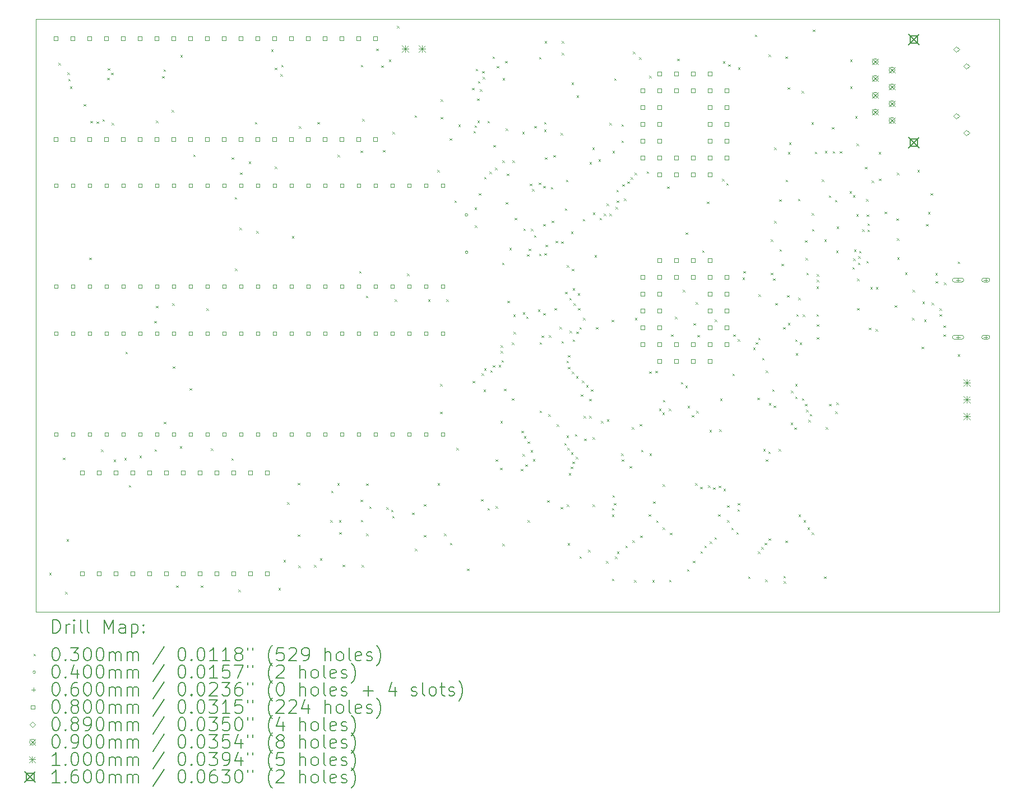
<source format=gbr>
%TF.GenerationSoftware,KiCad,Pcbnew,8.0.4*%
%TF.CreationDate,2024-08-18T20:31:07-07:00*%
%TF.ProjectId,ns32k,6e733332-6b2e-46b6-9963-61645f706362,5*%
%TF.SameCoordinates,Original*%
%TF.FileFunction,Drillmap*%
%TF.FilePolarity,Positive*%
%FSLAX45Y45*%
G04 Gerber Fmt 4.5, Leading zero omitted, Abs format (unit mm)*
G04 Created by KiCad (PCBNEW 8.0.4) date 2024-08-18 20:31:07*
%MOMM*%
%LPD*%
G01*
G04 APERTURE LIST*
%ADD10C,0.100000*%
%ADD11C,0.200000*%
%ADD12C,0.160000*%
G04 APERTURE END LIST*
D10*
X5882640Y-5021580D02*
X20436840Y-5021580D01*
X20436840Y-13977620D01*
X5882640Y-13977620D01*
X5882640Y-5021580D01*
D11*
D10*
X6083540Y-13386040D02*
X6113540Y-13416040D01*
X6113540Y-13386040D02*
X6083540Y-13416040D01*
X6225780Y-5679680D02*
X6255780Y-5709680D01*
X6255780Y-5679680D02*
X6225780Y-5709680D01*
X6289210Y-11645330D02*
X6319210Y-11675330D01*
X6319210Y-11645330D02*
X6289210Y-11675330D01*
X6327440Y-13672180D02*
X6357440Y-13702180D01*
X6357440Y-13672180D02*
X6327440Y-13702180D01*
X6345160Y-12875500D02*
X6375160Y-12905500D01*
X6375160Y-12875500D02*
X6345160Y-12905500D01*
X6360400Y-5824460D02*
X6390400Y-5854460D01*
X6390400Y-5824460D02*
X6360400Y-5854460D01*
X6370560Y-5920980D02*
X6400560Y-5950980D01*
X6400560Y-5920980D02*
X6370560Y-5950980D01*
X6395605Y-6038175D02*
X6425605Y-6068175D01*
X6425605Y-6038175D02*
X6395605Y-6068175D01*
X6604240Y-6304520D02*
X6634240Y-6334520D01*
X6634240Y-6304520D02*
X6604240Y-6334520D01*
X6690600Y-8621000D02*
X6720600Y-8651000D01*
X6720600Y-8621000D02*
X6690600Y-8651000D01*
X6708380Y-6558520D02*
X6738380Y-6588520D01*
X6738380Y-6558520D02*
X6708380Y-6588520D01*
X6799820Y-6563600D02*
X6829820Y-6593600D01*
X6829820Y-6563600D02*
X6799820Y-6593600D01*
X6868400Y-11523340D02*
X6898400Y-11553340D01*
X6898400Y-11523340D02*
X6868400Y-11553340D01*
X6889721Y-6532292D02*
X6919721Y-6562292D01*
X6919721Y-6532292D02*
X6889721Y-6562292D01*
X6959840Y-5905960D02*
X6989840Y-5935960D01*
X6989840Y-5905960D02*
X6959840Y-5935960D01*
X6967460Y-5760960D02*
X6997460Y-5790960D01*
X6997460Y-5760960D02*
X6967460Y-5790960D01*
X7018892Y-5828634D02*
X7048892Y-5858634D01*
X7048892Y-5828634D02*
X7018892Y-5858634D01*
X7029161Y-6585371D02*
X7059161Y-6615371D01*
X7059161Y-6585371D02*
X7029161Y-6615371D01*
X7056360Y-11675740D02*
X7086360Y-11705740D01*
X7086360Y-11675740D02*
X7056360Y-11705740D01*
X7218920Y-11650340D02*
X7248920Y-11680340D01*
X7248920Y-11650340D02*
X7218920Y-11680340D01*
X7234160Y-10045060D02*
X7264160Y-10075060D01*
X7264160Y-10045060D02*
X7234160Y-10075060D01*
X7284960Y-12060160D02*
X7314960Y-12090160D01*
X7314960Y-12060160D02*
X7284960Y-12090160D01*
X7447520Y-11614780D02*
X7477520Y-11644780D01*
X7477520Y-11614780D02*
X7447520Y-11644780D01*
X7671040Y-9577700D02*
X7701040Y-9607700D01*
X7701040Y-9577700D02*
X7671040Y-9607700D01*
X7676120Y-11518260D02*
X7706120Y-11548260D01*
X7706120Y-11518260D02*
X7676120Y-11548260D01*
X7696440Y-6550900D02*
X7726440Y-6580900D01*
X7726440Y-6550900D02*
X7696440Y-6580900D01*
X7696440Y-9349100D02*
X7726440Y-9379100D01*
X7726440Y-9349100D02*
X7696440Y-9379100D01*
X7788016Y-5878408D02*
X7818016Y-5908408D01*
X7818016Y-5878408D02*
X7788016Y-5908408D01*
X7810740Y-5777860D02*
X7840740Y-5807860D01*
X7840740Y-5777860D02*
X7810740Y-5807860D01*
X7815820Y-11102580D02*
X7845820Y-11132580D01*
X7845820Y-11102580D02*
X7815820Y-11132580D01*
X7935200Y-6393420D02*
X7965200Y-6423420D01*
X7965200Y-6393420D02*
X7935200Y-6423420D01*
X7942820Y-9314420D02*
X7972820Y-9344420D01*
X7972820Y-9314420D02*
X7942820Y-9344420D01*
X7951900Y-10263500D02*
X7981900Y-10293500D01*
X7981900Y-10263500D02*
X7951900Y-10293500D01*
X8001240Y-13575660D02*
X8031240Y-13605660D01*
X8031240Y-13575660D02*
X8001240Y-13605660D01*
X8056474Y-11471149D02*
X8086474Y-11501149D01*
X8086474Y-11471149D02*
X8056474Y-11501149D01*
X8064740Y-5560300D02*
X8094740Y-5590300D01*
X8094740Y-5560300D02*
X8064740Y-5590300D01*
X8204440Y-10593674D02*
X8234440Y-10623674D01*
X8234440Y-10593674D02*
X8204440Y-10623674D01*
X8260320Y-7063980D02*
X8290320Y-7093980D01*
X8290320Y-7063980D02*
X8260320Y-7093980D01*
X8372080Y-13575660D02*
X8402080Y-13605660D01*
X8402080Y-13575660D02*
X8372080Y-13605660D01*
X8458440Y-9389740D02*
X8488440Y-9419740D01*
X8488440Y-9389740D02*
X8458440Y-9419740D01*
X8528745Y-11506432D02*
X8558745Y-11536432D01*
X8558745Y-11506432D02*
X8528745Y-11536432D01*
X8836900Y-11652000D02*
X8866900Y-11682000D01*
X8866900Y-11652000D02*
X8836900Y-11682000D01*
X8839440Y-7108820D02*
X8869440Y-7138820D01*
X8869440Y-7108820D02*
X8839440Y-7138820D01*
X8885160Y-7708260D02*
X8915160Y-7738260D01*
X8915160Y-7708260D02*
X8885160Y-7738260D01*
X8892780Y-8786100D02*
X8922780Y-8816100D01*
X8922780Y-8786100D02*
X8892780Y-8816100D01*
X8940341Y-13640570D02*
X8970341Y-13670570D01*
X8970341Y-13640570D02*
X8940341Y-13670570D01*
X8956280Y-8170540D02*
X8986280Y-8200540D01*
X8986280Y-8170540D02*
X8956280Y-8200540D01*
X8966440Y-7337420D02*
X8996440Y-7367420D01*
X8996440Y-7337420D02*
X8966440Y-7367420D01*
X9097790Y-7169050D02*
X9127790Y-7199050D01*
X9127790Y-7169050D02*
X9097790Y-7199050D01*
X9192500Y-6573760D02*
X9222500Y-6603760D01*
X9222500Y-6573760D02*
X9192500Y-6603760D01*
X9210280Y-8219820D02*
X9240280Y-8249820D01*
X9240280Y-8219820D02*
X9210280Y-8249820D01*
X9436340Y-5476480D02*
X9466340Y-5506480D01*
X9466340Y-5476480D02*
X9436340Y-5506480D01*
X9489680Y-5750800D02*
X9519680Y-5780800D01*
X9519680Y-5750800D02*
X9489680Y-5780800D01*
X9489680Y-7245980D02*
X9519680Y-7275980D01*
X9519680Y-7245980D02*
X9489680Y-7275980D01*
X9548100Y-13614640D02*
X9578100Y-13644640D01*
X9578100Y-13614640D02*
X9548100Y-13644640D01*
X9576040Y-5849860D02*
X9606040Y-5879860D01*
X9606040Y-5849860D02*
X9576040Y-5879860D01*
X9588740Y-5711820D02*
X9618740Y-5741820D01*
X9618740Y-5711820D02*
X9588740Y-5741820D01*
X9621760Y-13192320D02*
X9651760Y-13222320D01*
X9651760Y-13192320D02*
X9621760Y-13222320D01*
X9677640Y-12316700D02*
X9707640Y-12346700D01*
X9707640Y-12316700D02*
X9677640Y-12346700D01*
X9748760Y-8296740D02*
X9778760Y-8326740D01*
X9778760Y-8296740D02*
X9748760Y-8326740D01*
X9840200Y-12026260D02*
X9870200Y-12056260D01*
X9870200Y-12026260D02*
X9840200Y-12056260D01*
X9840200Y-12803500D02*
X9870200Y-12833500D01*
X9870200Y-12803500D02*
X9840200Y-12833500D01*
X9846550Y-13275550D02*
X9876550Y-13305550D01*
X9876550Y-13275550D02*
X9846550Y-13305550D01*
X9855440Y-6638920D02*
X9885440Y-6668920D01*
X9885440Y-6638920D02*
X9855440Y-6668920D01*
X10084040Y-13265780D02*
X10114040Y-13295780D01*
X10114040Y-13265780D02*
X10084040Y-13295780D01*
X10134840Y-6573760D02*
X10164840Y-6603760D01*
X10164840Y-6573760D02*
X10134840Y-6603760D01*
X10172940Y-13164180D02*
X10202940Y-13194180D01*
X10202940Y-13164180D02*
X10172940Y-13194180D01*
X10327880Y-12590140D02*
X10357880Y-12620140D01*
X10357880Y-12590140D02*
X10327880Y-12620140D01*
X10343120Y-12143100D02*
X10373120Y-12173100D01*
X10373120Y-12143100D02*
X10343120Y-12173100D01*
X10434560Y-12031340D02*
X10464560Y-12061340D01*
X10464560Y-12031340D02*
X10434560Y-12061340D01*
X10442180Y-7068180D02*
X10472180Y-7098180D01*
X10472180Y-7068180D02*
X10442180Y-7098180D01*
X10459960Y-12590140D02*
X10489960Y-12620140D01*
X10489960Y-12590140D02*
X10459960Y-12620140D01*
X10465040Y-12773020D02*
X10495040Y-12803020D01*
X10495040Y-12773020D02*
X10465040Y-12803020D01*
X10515840Y-13260700D02*
X10545840Y-13290700D01*
X10545840Y-13260700D02*
X10515840Y-13290700D01*
X10764760Y-8825860D02*
X10794760Y-8855860D01*
X10794760Y-8825860D02*
X10764760Y-8855860D01*
X10785080Y-7007220D02*
X10815080Y-7037220D01*
X10815080Y-7007220D02*
X10785080Y-7037220D01*
X10785080Y-12280260D02*
X10815080Y-12310260D01*
X10815080Y-12280260D02*
X10785080Y-12310260D01*
X10790160Y-5710160D02*
X10820160Y-5740160D01*
X10820160Y-5710160D02*
X10790160Y-5740160D01*
X10790160Y-12583400D02*
X10820160Y-12613400D01*
X10820160Y-12583400D02*
X10790160Y-12613400D01*
X10805400Y-13268320D02*
X10835400Y-13298320D01*
X10835400Y-13268320D02*
X10805400Y-13298320D01*
X10810480Y-6527420D02*
X10840480Y-6557420D01*
X10840480Y-6527420D02*
X10810480Y-6557420D01*
X10866267Y-9196607D02*
X10896267Y-9226607D01*
X10896267Y-9196607D02*
X10866267Y-9226607D01*
X10871440Y-12793340D02*
X10901440Y-12823340D01*
X10901440Y-12793340D02*
X10871440Y-12823340D01*
X10872900Y-12033639D02*
X10902900Y-12063639D01*
X10902900Y-12033639D02*
X10872900Y-12063639D01*
X10917160Y-12381860D02*
X10947160Y-12411860D01*
X10947160Y-12381860D02*
X10917160Y-12411860D01*
X11022215Y-5464695D02*
X11052215Y-5494695D01*
X11052215Y-5464695D02*
X11022215Y-5494695D01*
X11100040Y-5719440D02*
X11130040Y-5749440D01*
X11130040Y-5719440D02*
X11100040Y-5749440D01*
X11125440Y-6997060D02*
X11155440Y-7027060D01*
X11155440Y-6997060D02*
X11125440Y-7027060D01*
X11176240Y-12392900D02*
X11206240Y-12422900D01*
X11206240Y-12392900D02*
X11176240Y-12422900D01*
X11214340Y-5631420D02*
X11244340Y-5661420D01*
X11244340Y-5631420D02*
X11214340Y-5661420D01*
X11247360Y-12433540D02*
X11277360Y-12463540D01*
X11277360Y-12433540D02*
X11247360Y-12463540D01*
X11265140Y-12524980D02*
X11295140Y-12554980D01*
X11295140Y-12524980D02*
X11265140Y-12554980D01*
X11270220Y-6723620D02*
X11300220Y-6753620D01*
X11300220Y-6723620D02*
X11270220Y-6753620D01*
X11305821Y-9253460D02*
X11335821Y-9283460D01*
X11335821Y-9253460D02*
X11305821Y-9283460D01*
X11336260Y-5123420D02*
X11366260Y-5153420D01*
X11366260Y-5123420D02*
X11336260Y-5153420D01*
X11491200Y-8862300D02*
X11521200Y-8892300D01*
X11521200Y-8862300D02*
X11491200Y-8892300D01*
X11567400Y-12474180D02*
X11597400Y-12504180D01*
X11597400Y-12474180D02*
X11567400Y-12504180D01*
X11604620Y-6471280D02*
X11634620Y-6501280D01*
X11634620Y-6471280D02*
X11604620Y-6501280D01*
X11610580Y-13020280D02*
X11640580Y-13050280D01*
X11640580Y-13020280D02*
X11610580Y-13050280D01*
X11742660Y-12347180D02*
X11772660Y-12377180D01*
X11772660Y-12347180D02*
X11742660Y-12377180D01*
X11742660Y-12814540D02*
X11772660Y-12844540D01*
X11772660Y-12814540D02*
X11742660Y-12844540D01*
X11806160Y-9253460D02*
X11836160Y-9283460D01*
X11836160Y-9253460D02*
X11806160Y-9283460D01*
X11948400Y-7296000D02*
X11978400Y-7326000D01*
X11978400Y-7296000D02*
X11948400Y-7326000D01*
X11953205Y-12032494D02*
X11983205Y-12062494D01*
X11983205Y-12032494D02*
X11953205Y-12062494D01*
X11989040Y-10533620D02*
X12019040Y-10563620D01*
X12019040Y-10533620D02*
X11989040Y-10563620D01*
X11989040Y-10949300D02*
X12019040Y-10979300D01*
X12019040Y-10949300D02*
X11989040Y-10979300D01*
X11999200Y-6229980D02*
X12029200Y-6259980D01*
X12029200Y-6229980D02*
X11999200Y-6259980D01*
X11999200Y-6499220D02*
X12029200Y-6529220D01*
X12029200Y-6499220D02*
X11999200Y-6529220D01*
X12050000Y-12791680D02*
X12080000Y-12821680D01*
X12080000Y-12791680D02*
X12050000Y-12821680D01*
X12080480Y-9253460D02*
X12110480Y-9283460D01*
X12110480Y-9253460D02*
X12080480Y-9283460D01*
X12132009Y-6819989D02*
X12162009Y-6849989D01*
X12162009Y-6819989D02*
X12132009Y-6849989D01*
X12136360Y-12933920D02*
X12166360Y-12963920D01*
X12166360Y-12933920D02*
X12136360Y-12963920D01*
X12204940Y-7759940D02*
X12234940Y-7789940D01*
X12234940Y-7759940D02*
X12204940Y-7789940D01*
X12232880Y-11497940D02*
X12262880Y-11527940D01*
X12262880Y-11497940D02*
X12232880Y-11527940D01*
X12263360Y-6610980D02*
X12293360Y-6640980D01*
X12293360Y-6610980D02*
X12263360Y-6640980D01*
X12395440Y-13320000D02*
X12425440Y-13350000D01*
X12425440Y-13320000D02*
X12395440Y-13350000D01*
X12471945Y-6057565D02*
X12501945Y-6087565D01*
X12501945Y-6057565D02*
X12471945Y-6087565D01*
X12479260Y-10485360D02*
X12509260Y-10515360D01*
X12509260Y-10485360D02*
X12479260Y-10515360D01*
X12491960Y-6707500D02*
X12521960Y-6737500D01*
X12521960Y-6707500D02*
X12491960Y-6737500D01*
X12509995Y-6626304D02*
X12539995Y-6656304D01*
X12539995Y-6626304D02*
X12509995Y-6656304D01*
X12510780Y-7864080D02*
X12540780Y-7894080D01*
X12540780Y-7864080D02*
X12510780Y-7894080D01*
X12514820Y-8135860D02*
X12544820Y-8165860D01*
X12544820Y-8135860D02*
X12514820Y-8165860D01*
X12525531Y-5767700D02*
X12555531Y-5797700D01*
X12555531Y-5767700D02*
X12525531Y-5797700D01*
X12550380Y-6217280D02*
X12580380Y-6247280D01*
X12580380Y-6217280D02*
X12550380Y-6247280D01*
X12554138Y-6553665D02*
X12584138Y-6583665D01*
X12584138Y-6553665D02*
X12554138Y-6583665D01*
X12560532Y-5954600D02*
X12590532Y-5984600D01*
X12590532Y-5954600D02*
X12560532Y-5984600D01*
X12575780Y-7650720D02*
X12605780Y-7680720D01*
X12605780Y-7650720D02*
X12575780Y-7680720D01*
X12589110Y-6080421D02*
X12619110Y-6110421D01*
X12619110Y-6080421D02*
X12589110Y-6110421D01*
X12606260Y-12273520D02*
X12636260Y-12303520D01*
X12636260Y-12273520D02*
X12606260Y-12303520D01*
X12613880Y-10370180D02*
X12643880Y-10400180D01*
X12643880Y-10370180D02*
X12613880Y-10400180D01*
X12624040Y-5804140D02*
X12654040Y-5834140D01*
X12654040Y-5804140D02*
X12624040Y-5834140D01*
X12634200Y-5890500D02*
X12664200Y-5920500D01*
X12664200Y-5890500D02*
X12634200Y-5920500D01*
X12644360Y-10617440D02*
X12674360Y-10647440D01*
X12674360Y-10617440D02*
X12644360Y-10647440D01*
X12653720Y-10293980D02*
X12683720Y-10323980D01*
X12683720Y-10293980D02*
X12653720Y-10323980D01*
X12654519Y-7403459D02*
X12684519Y-7433459D01*
X12684519Y-7403459D02*
X12654519Y-7433459D01*
X12705320Y-6555980D02*
X12735320Y-6585980D01*
X12735320Y-6555980D02*
X12705320Y-6585980D01*
X12706348Y-12406628D02*
X12736348Y-12436628D01*
X12736348Y-12406628D02*
X12706348Y-12436628D01*
X12735800Y-7322180D02*
X12765800Y-7352180D01*
X12765800Y-7322180D02*
X12735800Y-7352180D01*
X12745960Y-10324460D02*
X12775960Y-10354460D01*
X12775960Y-10324460D02*
X12745960Y-10354460D01*
X12781520Y-5584820D02*
X12811520Y-5614820D01*
X12811520Y-5584820D02*
X12781520Y-5614820D01*
X12786600Y-10248260D02*
X12816600Y-10278260D01*
X12816600Y-10248260D02*
X12786600Y-10278260D01*
X12793460Y-6922174D02*
X12823460Y-6952174D01*
X12823460Y-6922174D02*
X12793460Y-6952174D01*
X12820180Y-7263636D02*
X12850180Y-7293636D01*
X12850180Y-7263636D02*
X12820180Y-7293636D01*
X12827240Y-12377660D02*
X12857240Y-12407660D01*
X12857240Y-12377660D02*
X12827240Y-12407660D01*
X12827477Y-11670790D02*
X12857477Y-11700790D01*
X12857477Y-11670790D02*
X12827477Y-11700790D01*
X12845020Y-5725400D02*
X12875020Y-5755400D01*
X12875020Y-5725400D02*
X12845020Y-5755400D01*
X12872960Y-10243180D02*
X12902960Y-10273180D01*
X12902960Y-10243180D02*
X12872960Y-10273180D01*
X12893280Y-11797660D02*
X12923280Y-11827660D01*
X12923280Y-11797660D02*
X12893280Y-11827660D01*
X12898360Y-11091540D02*
X12928360Y-11121540D01*
X12928360Y-11091540D02*
X12898360Y-11121540D01*
X12902640Y-10031538D02*
X12932640Y-10061538D01*
X12932640Y-10031538D02*
X12902640Y-10061538D01*
X12902640Y-9946459D02*
X12932640Y-9976459D01*
X12932640Y-9946459D02*
X12902640Y-9976459D01*
X12915772Y-10170857D02*
X12945772Y-10200857D01*
X12945772Y-10170857D02*
X12915772Y-10200857D01*
X12923760Y-8698860D02*
X12953760Y-8728860D01*
X12953760Y-8698860D02*
X12923760Y-8728860D01*
X12928840Y-12945740D02*
X12958840Y-12975740D01*
X12958840Y-12945740D02*
X12928840Y-12975740D01*
X12931380Y-7154510D02*
X12961380Y-7184510D01*
X12961380Y-7154510D02*
X12931380Y-7184510D01*
X12933920Y-5909940D02*
X12963920Y-5939940D01*
X12963920Y-5909940D02*
X12933920Y-5939940D01*
X12954240Y-10603860D02*
X12984240Y-10633860D01*
X12984240Y-10603860D02*
X12954240Y-10633860D01*
X12972800Y-5651558D02*
X13002800Y-5681558D01*
X13002800Y-5651558D02*
X12972800Y-5681558D01*
X12979640Y-7782800D02*
X13009640Y-7812800D01*
X13009640Y-7782800D02*
X12979640Y-7812800D01*
X12980840Y-6670280D02*
X13010840Y-6700280D01*
X13010840Y-6670280D02*
X12980840Y-6700280D01*
X12996540Y-7352660D02*
X13026540Y-7382660D01*
X13026540Y-7352660D02*
X12996540Y-7382660D01*
X13004240Y-9272900D02*
X13034240Y-9302900D01*
X13034240Y-9272900D02*
X13004240Y-9302900D01*
X13035520Y-8475340D02*
X13065520Y-8505340D01*
X13065520Y-8475340D02*
X13035520Y-8505340D01*
X13071080Y-10749520D02*
X13101080Y-10779520D01*
X13101080Y-10749520D02*
X13071080Y-10779520D01*
X13071880Y-9905120D02*
X13101880Y-9935120D01*
X13101880Y-9905120D02*
X13071880Y-9935120D01*
X13081240Y-7154540D02*
X13111240Y-7184540D01*
X13111240Y-7154540D02*
X13081240Y-7184540D01*
X13095136Y-9481705D02*
X13125136Y-9511705D01*
X13125136Y-9481705D02*
X13095136Y-9511705D01*
X13099020Y-9746460D02*
X13129020Y-9776460D01*
X13129020Y-9746460D02*
X13099020Y-9776460D01*
X13116800Y-8023220D02*
X13146800Y-8053220D01*
X13146800Y-8023220D02*
X13116800Y-8053220D01*
X13208240Y-11812900D02*
X13238240Y-11842900D01*
X13238240Y-11812900D02*
X13208240Y-11842900D01*
X13218400Y-11238860D02*
X13248400Y-11268860D01*
X13248400Y-11238860D02*
X13218400Y-11268860D01*
X13231100Y-6720200D02*
X13261100Y-6750200D01*
X13261100Y-6720200D02*
X13231100Y-6750200D01*
X13232661Y-11590359D02*
X13262661Y-11620359D01*
X13262661Y-11590359D02*
X13232661Y-11620359D01*
X13237840Y-9449411D02*
X13267840Y-9479411D01*
X13267840Y-9449411D02*
X13237840Y-9479411D01*
X13246796Y-8182907D02*
X13276796Y-8212907D01*
X13276796Y-8182907D02*
X13246796Y-8212907D01*
X13253960Y-11320140D02*
X13283960Y-11350140D01*
X13283960Y-11320140D02*
X13253960Y-11350140D01*
X13274280Y-11746860D02*
X13304280Y-11776860D01*
X13304280Y-11746860D02*
X13274280Y-11776860D01*
X13290400Y-9511583D02*
X13320400Y-9541583D01*
X13320400Y-9511583D02*
X13290400Y-9541583D01*
X13299680Y-8571860D02*
X13329680Y-8601860D01*
X13329680Y-8571860D02*
X13299680Y-8601860D01*
X13309840Y-11401420D02*
X13339840Y-11431420D01*
X13339840Y-11401420D02*
X13309840Y-11431420D01*
X13312380Y-12588480D02*
X13342380Y-12618480D01*
X13342380Y-12588480D02*
X13312380Y-12618480D01*
X13325080Y-8485500D02*
X13355080Y-8515500D01*
X13355080Y-8485500D02*
X13325080Y-8515500D01*
X13345400Y-7505060D02*
X13375400Y-7535060D01*
X13375400Y-7505060D02*
X13345400Y-7535060D01*
X13355940Y-11532856D02*
X13385940Y-11562856D01*
X13385940Y-11532856D02*
X13355940Y-11562856D01*
X13361403Y-8186918D02*
X13391403Y-8216918D01*
X13391403Y-8186918D02*
X13361403Y-8216918D01*
X13375880Y-7586340D02*
X13405880Y-7616340D01*
X13405880Y-7586340D02*
X13375880Y-7616340D01*
X13391120Y-11665580D02*
X13421120Y-11695580D01*
X13421120Y-11665580D02*
X13391120Y-11695580D01*
X13406360Y-8282300D02*
X13436360Y-8312300D01*
X13436360Y-8282300D02*
X13406360Y-8312300D01*
X13411440Y-6631300D02*
X13441440Y-6661300D01*
X13441440Y-6631300D02*
X13411440Y-6661300D01*
X13466062Y-9403862D02*
X13496062Y-9433862D01*
X13496062Y-9403862D02*
X13466062Y-9433862D01*
X13477480Y-7489820D02*
X13507480Y-7519820D01*
X13507480Y-7489820D02*
X13477480Y-7519820D01*
X13482560Y-5589900D02*
X13512560Y-5619900D01*
X13512560Y-5589900D02*
X13482560Y-5619900D01*
X13484665Y-8562774D02*
X13514665Y-8592774D01*
X13514665Y-8562774D02*
X13484665Y-8592774D01*
X13492720Y-9902820D02*
X13522720Y-9932820D01*
X13522720Y-9902820D02*
X13492720Y-9932820D01*
X13492720Y-10932400D02*
X13522720Y-10962400D01*
X13522720Y-10932400D02*
X13492720Y-10962400D01*
X13523200Y-9799560D02*
X13553200Y-9829560D01*
X13553200Y-9799560D02*
X13523200Y-9829560D01*
X13548600Y-7540620D02*
X13578600Y-7570620D01*
X13578600Y-7540620D02*
X13548600Y-7570620D01*
X13548600Y-8114660D02*
X13578600Y-8144660D01*
X13578600Y-8114660D02*
X13548600Y-8144660D01*
X13548600Y-9460860D02*
X13578600Y-9490860D01*
X13578600Y-9460860D02*
X13548600Y-9490860D01*
X13558892Y-6575552D02*
X13588892Y-6605552D01*
X13588892Y-6575552D02*
X13558892Y-6605552D01*
X13561300Y-6689720D02*
X13591300Y-6719720D01*
X13591300Y-6689720D02*
X13561300Y-6719720D01*
X13564589Y-8555871D02*
X13594589Y-8585871D01*
X13594589Y-8555871D02*
X13564589Y-8585871D01*
X13568489Y-5348600D02*
X13598489Y-5378600D01*
X13598489Y-5348600D02*
X13568489Y-5378600D01*
X13574000Y-7108820D02*
X13604000Y-7138820D01*
X13604000Y-7108820D02*
X13574000Y-7138820D01*
X13581620Y-8427960D02*
X13611620Y-8457960D01*
X13611620Y-8427960D02*
X13581620Y-8457960D01*
X13604480Y-12290420D02*
X13634480Y-12320420D01*
X13634480Y-12290420D02*
X13604480Y-12320420D01*
X13621496Y-10988296D02*
X13651496Y-11018296D01*
X13651496Y-10988296D02*
X13621496Y-11018296D01*
X13629880Y-9797020D02*
X13659880Y-9827020D01*
X13659880Y-9797020D02*
X13629880Y-9827020D01*
X13660360Y-7555860D02*
X13690360Y-7585860D01*
X13690360Y-7555860D02*
X13660360Y-7585860D01*
X13675600Y-8063860D02*
X13705600Y-8093860D01*
X13705600Y-8063860D02*
X13675600Y-8093860D01*
X13701000Y-7073260D02*
X13731000Y-7103260D01*
X13731000Y-7073260D02*
X13701000Y-7103260D01*
X13716240Y-9384660D02*
X13746240Y-9414660D01*
X13746240Y-9384660D02*
X13716240Y-9414660D01*
X13731521Y-8370209D02*
X13761521Y-8400209D01*
X13761521Y-8370209D02*
X13731521Y-8400209D01*
X13751800Y-11142340D02*
X13781800Y-11172340D01*
X13781800Y-11142340D02*
X13751800Y-11172340D01*
X13792440Y-9669140D02*
X13822440Y-9699140D01*
X13822440Y-9669140D02*
X13792440Y-9699140D01*
X13807680Y-12392020D02*
X13837680Y-12422020D01*
X13837680Y-12392020D02*
X13807680Y-12422020D01*
X13809355Y-6739655D02*
X13839355Y-6769655D01*
X13839355Y-6739655D02*
X13809355Y-6769655D01*
X13816304Y-8376287D02*
X13846304Y-8406287D01*
X13846304Y-8376287D02*
X13816304Y-8406287D01*
X13822920Y-9882500D02*
X13852920Y-9912500D01*
X13852920Y-9882500D02*
X13822920Y-9912500D01*
X13828000Y-5348600D02*
X13858000Y-5378600D01*
X13858000Y-5348600D02*
X13828000Y-5378600D01*
X13828000Y-5526460D02*
X13858000Y-5556460D01*
X13858000Y-5526460D02*
X13828000Y-5556460D01*
X13863560Y-11426820D02*
X13893560Y-11456820D01*
X13893560Y-11426820D02*
X13863560Y-11456820D01*
X13872037Y-7875900D02*
X13902037Y-7905900D01*
X13902037Y-7875900D02*
X13872037Y-7905900D01*
X13877345Y-9140646D02*
X13907345Y-9170646D01*
X13907345Y-9140646D02*
X13877345Y-9170646D01*
X13888605Y-7444455D02*
X13918605Y-7474455D01*
X13918605Y-7444455D02*
X13888605Y-7474455D01*
X13899120Y-10182220D02*
X13929120Y-10212220D01*
X13929120Y-10182220D02*
X13899120Y-10212220D01*
X13900000Y-11309980D02*
X13930000Y-11339980D01*
X13930000Y-11309980D02*
X13900000Y-11339980D01*
X13904200Y-8737840D02*
X13934200Y-8767840D01*
X13934200Y-8737840D02*
X13904200Y-8767840D01*
X13904200Y-12351380D02*
X13934200Y-12381380D01*
X13934200Y-12351380D02*
X13904200Y-12381380D01*
X13909280Y-11497940D02*
X13939280Y-11527940D01*
X13939280Y-11497940D02*
X13909280Y-11527940D01*
X13914360Y-12935580D02*
X13944360Y-12965580D01*
X13944360Y-12935580D02*
X13914360Y-12965580D01*
X13919440Y-10095860D02*
X13949440Y-10125860D01*
X13949440Y-10095860D02*
X13919440Y-10125860D01*
X13919440Y-10273660D02*
X13949440Y-10303660D01*
X13949440Y-10273660D02*
X13919440Y-10303660D01*
X13931500Y-11877040D02*
X13961500Y-11907040D01*
X13961500Y-11877040D02*
X13931500Y-11907040D01*
X13942300Y-9233140D02*
X13972300Y-9263140D01*
X13972300Y-9233140D02*
X13942300Y-9263140D01*
X13946739Y-9728201D02*
X13976739Y-9758201D01*
X13976739Y-9728201D02*
X13946739Y-9758201D01*
X13960080Y-11782420D02*
X13990080Y-11812420D01*
X13990080Y-11782420D02*
X13960080Y-11812420D01*
X13965160Y-8227300D02*
X13995160Y-8257300D01*
X13995160Y-8227300D02*
X13965160Y-8257300D01*
X13965160Y-11563980D02*
X13995160Y-11593980D01*
X13995160Y-11563980D02*
X13965160Y-11593980D01*
X13975320Y-5975980D02*
X14005320Y-6005980D01*
X14005320Y-5975980D02*
X13975320Y-6005980D01*
X13980400Y-8790300D02*
X14010400Y-8820300D01*
X14010400Y-8790300D02*
X13980400Y-8820300D01*
X13980400Y-10344780D02*
X14010400Y-10374780D01*
X14010400Y-10344780D02*
X13980400Y-10374780D01*
X13985480Y-11706220D02*
X14015480Y-11736220D01*
X14015480Y-11706220D02*
X13985480Y-11736220D01*
X13990560Y-9857100D02*
X14020560Y-9887100D01*
X14020560Y-9857100D02*
X13990560Y-9887100D01*
X13990560Y-9084940D02*
X14020560Y-9114940D01*
X14020560Y-9084940D02*
X13990560Y-9114940D01*
X14005800Y-9314420D02*
X14035800Y-9344420D01*
X14035800Y-9314420D02*
X14005800Y-9344420D01*
X14026120Y-11289660D02*
X14056120Y-11319660D01*
X14056120Y-11289660D02*
X14026120Y-11319660D01*
X14038688Y-11632428D02*
X14068688Y-11662428D01*
X14068688Y-11632428D02*
X14038688Y-11662428D01*
X14042394Y-10412281D02*
X14072394Y-10442281D01*
X14072394Y-10412281D02*
X14042394Y-10442281D01*
X14046440Y-9740260D02*
X14076440Y-9770260D01*
X14076440Y-9740260D02*
X14046440Y-9770260D01*
X14052500Y-6170220D02*
X14082500Y-6200220D01*
X14082500Y-6170220D02*
X14052500Y-6200220D01*
X14066932Y-9162515D02*
X14096932Y-9192515D01*
X14096932Y-9162515D02*
X14066932Y-9192515D01*
X14074380Y-9383000D02*
X14104380Y-9413000D01*
X14104380Y-9383000D02*
X14074380Y-9413000D01*
X14092160Y-9674220D02*
X14122160Y-9704220D01*
X14122160Y-9674220D02*
X14092160Y-9704220D01*
X14092160Y-13137120D02*
X14122160Y-13167120D01*
X14122160Y-13137120D02*
X14092160Y-13167120D01*
X14112480Y-10690220D02*
X14142480Y-10720220D01*
X14142480Y-10690220D02*
X14112480Y-10720220D01*
X14130392Y-10481600D02*
X14160392Y-10511600D01*
X14160392Y-10481600D02*
X14130392Y-10511600D01*
X14142960Y-8038460D02*
X14172960Y-8068460D01*
X14172960Y-8038460D02*
X14142960Y-8068460D01*
X14148920Y-9531980D02*
X14178920Y-9561980D01*
X14178920Y-9531980D02*
X14148920Y-9561980D01*
X14156015Y-11012445D02*
X14186015Y-11042445D01*
X14186015Y-11012445D02*
X14156015Y-11042445D01*
X14163280Y-11355700D02*
X14193280Y-11385700D01*
X14193280Y-11355700D02*
X14163280Y-11385700D01*
X14193760Y-10547980D02*
X14223760Y-10577980D01*
X14223760Y-10547980D02*
X14193760Y-10577980D01*
X14224240Y-13037180D02*
X14254240Y-13067180D01*
X14254240Y-13037180D02*
X14224240Y-13067180D01*
X14239486Y-10755380D02*
X14269486Y-10785380D01*
X14269486Y-10755380D02*
X14239486Y-10785380D01*
X14240972Y-11015154D02*
X14270972Y-11045154D01*
X14270972Y-11015154D02*
X14240972Y-11045154D01*
X14246745Y-7177045D02*
X14276745Y-7207045D01*
X14276745Y-7177045D02*
X14246745Y-7207045D01*
X14268012Y-10613743D02*
X14298012Y-10643743D01*
X14298012Y-10613743D02*
X14268012Y-10643743D01*
X14289498Y-6959242D02*
X14319498Y-6989242D01*
X14319498Y-6959242D02*
X14289498Y-6989242D01*
X14290280Y-11335380D02*
X14320280Y-11365380D01*
X14320280Y-11335380D02*
X14290280Y-11365380D01*
X14290280Y-12351380D02*
X14320280Y-12381380D01*
X14320280Y-12351380D02*
X14290280Y-12381380D01*
X14295297Y-7942713D02*
X14325297Y-7972713D01*
X14325297Y-7942713D02*
X14295297Y-7972713D01*
X14320211Y-8584890D02*
X14350211Y-8614890D01*
X14350211Y-8584890D02*
X14320211Y-8614890D01*
X14343620Y-9671680D02*
X14373620Y-9701680D01*
X14373620Y-9671680D02*
X14343620Y-9701680D01*
X14381365Y-7134575D02*
X14411365Y-7164575D01*
X14411365Y-7134575D02*
X14381365Y-7164575D01*
X14396960Y-8023220D02*
X14426960Y-8053220D01*
X14426960Y-8023220D02*
X14396960Y-8053220D01*
X14417280Y-11091540D02*
X14447280Y-11121540D01*
X14447280Y-11091540D02*
X14417280Y-11121540D01*
X14463000Y-7957180D02*
X14493000Y-7987180D01*
X14493000Y-7957180D02*
X14463000Y-7987180D01*
X14493480Y-13208240D02*
X14523480Y-13238240D01*
X14523480Y-13208240D02*
X14493480Y-13238240D01*
X14502940Y-7805479D02*
X14532940Y-7835479D01*
X14532940Y-7805479D02*
X14502940Y-7835479D01*
X14508080Y-11065500D02*
X14538080Y-11095500D01*
X14538080Y-11065500D02*
X14508080Y-11095500D01*
X14544280Y-6585580D02*
X14574280Y-6615580D01*
X14574280Y-6585580D02*
X14544280Y-6615580D01*
X14544280Y-7957180D02*
X14574280Y-7987180D01*
X14574280Y-7957180D02*
X14544280Y-7987180D01*
X14579840Y-9562780D02*
X14609840Y-9592780D01*
X14609840Y-9562780D02*
X14579840Y-9592780D01*
X14584920Y-13472400D02*
X14614920Y-13502400D01*
X14614920Y-13472400D02*
X14584920Y-13502400D01*
X14584920Y-12407260D02*
X14614920Y-12437260D01*
X14614920Y-12407260D02*
X14584920Y-12437260D01*
X14584920Y-12503780D02*
X14614920Y-12533780D01*
X14614920Y-12503780D02*
X14584920Y-12533780D01*
X14592540Y-7009760D02*
X14622540Y-7039760D01*
X14622540Y-7009760D02*
X14592540Y-7039760D01*
X14594948Y-12214220D02*
X14624948Y-12244220D01*
X14624948Y-12214220D02*
X14594948Y-12244220D01*
X14615400Y-12331060D02*
X14645400Y-12361060D01*
X14645400Y-12331060D02*
X14615400Y-12361060D01*
X14617940Y-5913360D02*
X14647940Y-5943360D01*
X14647940Y-5913360D02*
X14617940Y-5943360D01*
X14630640Y-13138000D02*
X14660640Y-13168000D01*
X14660640Y-13138000D02*
X14630640Y-13168000D01*
X14640800Y-7855580D02*
X14670800Y-7885580D01*
X14670800Y-7855580D02*
X14640800Y-7885580D01*
X14650960Y-7596500D02*
X14680960Y-7626500D01*
X14680960Y-7596500D02*
X14650960Y-7626500D01*
X14654288Y-7760812D02*
X14684288Y-7790812D01*
X14684288Y-7760812D02*
X14654288Y-7790812D01*
X14661120Y-13062580D02*
X14691120Y-13092580D01*
X14691120Y-13062580D02*
X14661120Y-13092580D01*
X14724620Y-11580100D02*
X14754620Y-11610100D01*
X14754620Y-11580100D02*
X14724620Y-11610100D01*
X14727160Y-6854820D02*
X14757160Y-6884820D01*
X14757160Y-6854820D02*
X14727160Y-6884820D01*
X14727515Y-6606255D02*
X14757515Y-6636255D01*
X14757515Y-6606255D02*
X14727515Y-6636255D01*
X14733865Y-11670625D02*
X14763865Y-11700625D01*
X14763865Y-11670625D02*
X14733865Y-11700625D01*
X14742400Y-7515220D02*
X14772400Y-7545220D01*
X14772400Y-7515220D02*
X14742400Y-7545220D01*
X14767800Y-7728580D02*
X14797800Y-7758580D01*
X14797800Y-7728580D02*
X14767800Y-7758580D01*
X14788320Y-12974560D02*
X14818320Y-13004560D01*
X14818320Y-12974560D02*
X14788320Y-13004560D01*
X14818427Y-7472127D02*
X14848427Y-7502127D01*
X14848427Y-7472127D02*
X14818427Y-7502127D01*
X14851550Y-11773920D02*
X14881550Y-11803920D01*
X14881550Y-11773920D02*
X14851550Y-11803920D01*
X14869400Y-7408540D02*
X14899400Y-7438540D01*
X14899400Y-7408540D02*
X14869400Y-7438540D01*
X14884640Y-11182980D02*
X14914640Y-11212980D01*
X14914640Y-11182980D02*
X14884640Y-11212980D01*
X14892520Y-12893153D02*
X14922520Y-12923153D01*
X14922520Y-12893153D02*
X14892520Y-12923153D01*
X14902420Y-5509500D02*
X14932420Y-5539500D01*
X14932420Y-5509500D02*
X14902420Y-5539500D01*
X14917660Y-13494380D02*
X14947660Y-13524380D01*
X14947660Y-13494380D02*
X14917660Y-13524380D01*
X14926977Y-7339532D02*
X14956977Y-7369532D01*
X14956977Y-7339532D02*
X14926977Y-7369532D01*
X14932900Y-9532860D02*
X14962900Y-9562860D01*
X14962900Y-9532860D02*
X14932900Y-9562860D01*
X14996400Y-5594980D02*
X15026400Y-5624980D01*
X15026400Y-5594980D02*
X14996400Y-5624980D01*
X15001480Y-11137260D02*
X15031480Y-11167260D01*
X15031480Y-11137260D02*
X15001480Y-11167260D01*
X15011640Y-12823820D02*
X15041640Y-12853820D01*
X15041640Y-12823820D02*
X15011640Y-12853820D01*
X15024340Y-11526760D02*
X15054340Y-11556760D01*
X15054340Y-11526760D02*
X15024340Y-11556760D01*
X15108160Y-7317100D02*
X15138160Y-7347100D01*
X15138160Y-7317100D02*
X15108160Y-7347100D01*
X15140340Y-12498700D02*
X15170340Y-12528700D01*
X15170340Y-12498700D02*
X15140340Y-12528700D01*
X15145905Y-10341885D02*
X15175905Y-10371885D01*
X15175905Y-10341885D02*
X15145905Y-10371885D01*
X15146615Y-5877275D02*
X15176615Y-5907275D01*
X15176615Y-5877275D02*
X15146615Y-5907275D01*
X15153320Y-11579540D02*
X15183320Y-11609540D01*
X15183320Y-11579540D02*
X15153320Y-11609540D01*
X15194520Y-13496920D02*
X15224520Y-13526920D01*
X15224520Y-13496920D02*
X15194520Y-13526920D01*
X15204680Y-12305660D02*
X15234680Y-12335660D01*
X15234680Y-12305660D02*
X15204680Y-12335660D01*
X15240240Y-10334620D02*
X15270240Y-10364620D01*
X15270240Y-10334620D02*
X15240240Y-10364620D01*
X15253110Y-12593255D02*
X15283110Y-12623255D01*
X15283110Y-12593255D02*
X15253110Y-12623255D01*
X15293928Y-10904731D02*
X15323928Y-10934731D01*
X15323928Y-10904731D02*
X15293928Y-10934731D01*
X15346175Y-10965315D02*
X15376175Y-10995315D01*
X15376175Y-10965315D02*
X15346175Y-10995315D01*
X15350126Y-12046794D02*
X15380126Y-12076794D01*
X15380126Y-12046794D02*
X15350126Y-12076794D01*
X15351927Y-12700920D02*
X15381927Y-12730920D01*
X15381927Y-12700920D02*
X15351927Y-12730920D01*
X15354540Y-10772759D02*
X15384540Y-10802759D01*
X15384540Y-10772759D02*
X15354540Y-10802759D01*
X15418040Y-7545700D02*
X15448040Y-7575700D01*
X15448040Y-7545700D02*
X15418040Y-7575700D01*
X15444240Y-10905350D02*
X15474240Y-10935350D01*
X15474240Y-10905350D02*
X15444240Y-10935350D01*
X15446808Y-13491926D02*
X15476808Y-13521926D01*
X15476808Y-13491926D02*
X15446808Y-13521926D01*
X15463160Y-12780113D02*
X15493160Y-12810113D01*
X15493160Y-12780113D02*
X15463160Y-12810113D01*
X15479000Y-9780900D02*
X15509000Y-9810900D01*
X15509000Y-9780900D02*
X15479000Y-9810900D01*
X15539186Y-9517514D02*
X15569186Y-9547514D01*
X15569186Y-9517514D02*
X15539186Y-9547514D01*
X15572980Y-5616180D02*
X15602980Y-5646180D01*
X15602980Y-5616180D02*
X15572980Y-5646180D01*
X15626320Y-10502260D02*
X15656320Y-10532260D01*
X15656320Y-10502260D02*
X15626320Y-10532260D01*
X15656800Y-9108680D02*
X15686800Y-9138680D01*
X15686800Y-9108680D02*
X15656800Y-9138680D01*
X15694900Y-10556480D02*
X15724900Y-10586480D01*
X15724900Y-10556480D02*
X15694900Y-10586480D01*
X15697440Y-8241660D02*
X15727440Y-8271660D01*
X15727440Y-8241660D02*
X15697440Y-8271660D01*
X15717760Y-13330160D02*
X15747760Y-13360160D01*
X15747760Y-13330160D02*
X15717760Y-13360160D01*
X15727840Y-10862940D02*
X15757840Y-10892940D01*
X15757840Y-10862940D02*
X15727840Y-10892940D01*
X15793080Y-11000100D02*
X15823080Y-11030100D01*
X15823080Y-11000100D02*
X15793080Y-11030100D01*
X15809200Y-13204820D02*
X15839200Y-13234820D01*
X15839200Y-13204820D02*
X15809200Y-13234820D01*
X15814280Y-9613260D02*
X15844280Y-9643260D01*
X15844280Y-9613260D02*
X15814280Y-9643260D01*
X15839680Y-12031340D02*
X15869680Y-12061340D01*
X15869680Y-12031340D02*
X15839680Y-12061340D01*
X15849190Y-9294589D02*
X15879190Y-9324589D01*
X15879190Y-9294589D02*
X15849190Y-9324589D01*
X15858240Y-10937101D02*
X15888240Y-10967101D01*
X15888240Y-10937101D02*
X15858240Y-10967101D01*
X15875240Y-9791004D02*
X15905240Y-9821004D01*
X15905240Y-9791004D02*
X15875240Y-9821004D01*
X15915881Y-12087220D02*
X15945881Y-12117220D01*
X15945881Y-12087220D02*
X15915881Y-12117220D01*
X15920960Y-13057500D02*
X15950960Y-13087500D01*
X15950960Y-13057500D02*
X15920960Y-13087500D01*
X15948900Y-8511780D02*
X15978900Y-8541780D01*
X15978900Y-8511780D02*
X15948900Y-8541780D01*
X15982800Y-12972900D02*
X16012800Y-13002900D01*
X16012800Y-12972900D02*
X15982800Y-13002900D01*
X16017480Y-7774300D02*
X16047480Y-7804300D01*
X16047480Y-7774300D02*
X16017480Y-7804300D01*
X16035615Y-12064715D02*
X16065615Y-12094715D01*
X16065615Y-12064715D02*
X16035615Y-12094715D01*
X16059475Y-11224975D02*
X16089475Y-11254975D01*
X16089475Y-11224975D02*
X16059475Y-11254975D01*
X16061145Y-12910433D02*
X16091145Y-12940433D01*
X16091145Y-12910433D02*
X16061145Y-12940433D01*
X16113989Y-12093021D02*
X16143989Y-12123021D01*
X16143989Y-12093021D02*
X16113989Y-12123021D01*
X16132738Y-12845722D02*
X16162738Y-12875722D01*
X16162738Y-12845722D02*
X16132738Y-12875722D01*
X16138510Y-9556490D02*
X16168510Y-9586490D01*
X16168510Y-9556490D02*
X16138510Y-9586490D01*
X16190200Y-12498700D02*
X16220200Y-12528700D01*
X16220200Y-12498700D02*
X16190200Y-12528700D01*
X16196206Y-12067826D02*
X16226206Y-12097826D01*
X16226206Y-12067826D02*
X16196206Y-12097826D01*
X16205440Y-11218540D02*
X16235440Y-11248540D01*
X16235440Y-11218540D02*
X16205440Y-11248540D01*
X16219800Y-10751180D02*
X16249800Y-10781180D01*
X16249800Y-10751180D02*
X16219800Y-10781180D01*
X16246080Y-7433940D02*
X16276080Y-7463940D01*
X16276080Y-7433940D02*
X16246080Y-7463940D01*
X16261320Y-5655140D02*
X16291320Y-5685140D01*
X16291320Y-5655140D02*
X16261320Y-5685140D01*
X16267941Y-12113423D02*
X16297941Y-12143423D01*
X16297941Y-12113423D02*
X16267941Y-12143423D01*
X16312120Y-7494900D02*
X16342120Y-7524900D01*
X16342120Y-7494900D02*
X16312120Y-7524900D01*
X16322280Y-12366620D02*
X16352280Y-12396620D01*
X16352280Y-12366620D02*
X16322280Y-12396620D01*
X16322280Y-12588818D02*
X16352280Y-12618818D01*
X16352280Y-12588818D02*
X16322280Y-12618818D01*
X16342600Y-5701660D02*
X16372600Y-5731660D01*
X16372600Y-5701660D02*
X16342600Y-5731660D01*
X16389200Y-12701900D02*
X16419200Y-12731900D01*
X16419200Y-12701900D02*
X16389200Y-12731900D01*
X16403560Y-10375260D02*
X16433560Y-10405260D01*
X16433560Y-10375260D02*
X16403560Y-10405260D01*
X16418800Y-9780900D02*
X16448800Y-9810900D01*
X16448800Y-9780900D02*
X16418800Y-9810900D01*
X16464520Y-12771985D02*
X16494520Y-12801985D01*
X16494520Y-12771985D02*
X16464520Y-12801985D01*
X16482887Y-12424280D02*
X16512887Y-12454280D01*
X16512887Y-12424280D02*
X16482887Y-12454280D01*
X16484840Y-12331060D02*
X16514840Y-12361060D01*
X16514840Y-12331060D02*
X16484840Y-12361060D01*
X16487380Y-9855440D02*
X16517380Y-9885440D01*
X16517380Y-9855440D02*
X16487380Y-9885440D01*
X16489920Y-5747380D02*
X16519920Y-5777380D01*
X16519920Y-5747380D02*
X16489920Y-5777380D01*
X16555960Y-8922380D02*
X16585960Y-8952380D01*
X16585960Y-8922380D02*
X16555960Y-8952380D01*
X16571200Y-8825860D02*
X16601200Y-8855860D01*
X16601200Y-8825860D02*
X16571200Y-8855860D01*
X16642320Y-13438500D02*
X16672320Y-13468500D01*
X16672320Y-13438500D02*
X16642320Y-13468500D01*
X16720020Y-9979460D02*
X16750020Y-10009460D01*
X16750020Y-9979460D02*
X16720020Y-10009460D01*
X16743788Y-5251200D02*
X16773788Y-5281200D01*
X16773788Y-5251200D02*
X16743788Y-5281200D01*
X16754640Y-9901829D02*
X16784640Y-9931829D01*
X16784640Y-9901829D02*
X16754640Y-9931829D01*
X16780634Y-10741177D02*
X16810634Y-10771177D01*
X16810634Y-10741177D02*
X16780634Y-10771177D01*
X16789640Y-13062580D02*
X16819640Y-13092580D01*
X16819640Y-13062580D02*
X16789640Y-13092580D01*
X16794720Y-9831700D02*
X16824720Y-9861700D01*
X16824720Y-9831700D02*
X16794720Y-9861700D01*
X16796500Y-9176380D02*
X16826500Y-9206380D01*
X16826500Y-9176380D02*
X16796500Y-9206380D01*
X16840440Y-12996540D02*
X16870440Y-13026540D01*
X16870440Y-12996540D02*
X16840440Y-13026540D01*
X16853140Y-10137380D02*
X16883140Y-10167380D01*
X16883140Y-10137380D02*
X16853140Y-10167380D01*
X16870943Y-11513134D02*
X16900943Y-11543134D01*
X16900943Y-11513134D02*
X16870943Y-11543134D01*
X16891240Y-12930500D02*
X16921240Y-12960500D01*
X16921240Y-12930500D02*
X16891240Y-12960500D01*
X16901400Y-13486760D02*
X16931400Y-13516760D01*
X16931400Y-13486760D02*
X16901400Y-13516760D01*
X16906480Y-10330420D02*
X16936480Y-10360420D01*
X16936480Y-10330420D02*
X16906480Y-10360420D01*
X16906480Y-11670660D02*
X16936480Y-11700660D01*
X16936480Y-11670660D02*
X16906480Y-11700660D01*
X16946503Y-11552067D02*
X16976503Y-11582067D01*
X16976503Y-11552067D02*
X16946503Y-11582067D01*
X16952200Y-5552680D02*
X16982200Y-5582680D01*
X16982200Y-5552680D02*
X16952200Y-5582680D01*
X16952200Y-12864460D02*
X16982200Y-12894460D01*
X16982200Y-12864460D02*
X16952200Y-12894460D01*
X16955640Y-10821240D02*
X16985640Y-10851240D01*
X16985640Y-10821240D02*
X16955640Y-10851240D01*
X16986000Y-8346680D02*
X17016000Y-8376680D01*
X17016000Y-8346680D02*
X16986000Y-8376680D01*
X16986000Y-8849600D02*
X17016000Y-8879600D01*
X17016000Y-8849600D02*
X16986000Y-8879600D01*
X17005540Y-10612360D02*
X17035540Y-10642360D01*
X17035540Y-10612360D02*
X17005540Y-10642360D01*
X17020780Y-8935960D02*
X17050780Y-8965960D01*
X17050780Y-8935960D02*
X17020780Y-8965960D01*
X17027381Y-10857032D02*
X17057381Y-10887032D01*
X17057381Y-10857032D02*
X17027381Y-10887032D01*
X17033480Y-8067280D02*
X17063480Y-8097280D01*
X17063480Y-8067280D02*
X17033480Y-8097280D01*
X17036020Y-6959840D02*
X17066020Y-6989840D01*
X17066020Y-6959840D02*
X17036020Y-6989840D01*
X17051260Y-9306800D02*
X17081260Y-9336800D01*
X17081260Y-9306800D02*
X17051260Y-9336800D01*
X17104600Y-11513180D02*
X17134600Y-11543180D01*
X17134600Y-11513180D02*
X17104600Y-11543180D01*
X17109680Y-7742160D02*
X17139680Y-7772160D01*
X17139680Y-7742160D02*
X17109680Y-7772160D01*
X17114760Y-8496540D02*
X17144760Y-8526540D01*
X17144760Y-8496540D02*
X17114760Y-8526540D01*
X17147780Y-8714980D02*
X17177780Y-8744980D01*
X17177780Y-8714980D02*
X17147780Y-8744980D01*
X17170640Y-9674220D02*
X17200640Y-9704220D01*
X17200640Y-9674220D02*
X17170640Y-9704220D01*
X17175140Y-13433420D02*
X17205140Y-13463420D01*
X17205140Y-13433420D02*
X17175140Y-13463420D01*
X17180800Y-13514173D02*
X17210800Y-13544173D01*
X17210800Y-13514173D02*
X17180800Y-13544173D01*
X17206200Y-5583160D02*
X17236200Y-5613160D01*
X17236200Y-5583160D02*
X17206200Y-5613160D01*
X17206200Y-12900020D02*
X17236200Y-12930020D01*
X17236200Y-12900020D02*
X17206200Y-12930020D01*
X17208740Y-7447520D02*
X17238740Y-7477520D01*
X17238740Y-7447520D02*
X17208740Y-7477520D01*
X17230800Y-9188220D02*
X17260800Y-9218220D01*
X17260800Y-9188220D02*
X17230800Y-9218220D01*
X17236680Y-6047980D02*
X17266680Y-6077980D01*
X17266680Y-6047980D02*
X17236680Y-6077980D01*
X17241760Y-9608180D02*
X17271760Y-9638180D01*
X17271760Y-9608180D02*
X17241760Y-9638180D01*
X17244300Y-7025880D02*
X17274300Y-7055880D01*
X17274300Y-7025880D02*
X17244300Y-7055880D01*
X17259540Y-6881100D02*
X17289540Y-6911100D01*
X17289540Y-6881100D02*
X17259540Y-6911100D01*
X17283574Y-11115766D02*
X17313574Y-11145766D01*
X17313574Y-11115766D02*
X17283574Y-11145766D01*
X17287480Y-10635220D02*
X17317480Y-10665220D01*
X17317480Y-10635220D02*
X17287480Y-10665220D01*
X17341580Y-11188060D02*
X17371580Y-11218060D01*
X17371580Y-11188060D02*
X17341580Y-11218060D01*
X17352640Y-9857181D02*
X17382640Y-9887181D01*
X17382640Y-9857181D02*
X17352640Y-9887181D01*
X17353520Y-10532740D02*
X17383520Y-10562740D01*
X17383520Y-10532740D02*
X17353520Y-10562740D01*
X17353520Y-10720700D02*
X17383520Y-10750700D01*
X17383520Y-10720700D02*
X17353520Y-10750700D01*
X17361140Y-10066260D02*
X17391140Y-10096260D01*
X17391140Y-10066260D02*
X17361140Y-10096260D01*
X17371744Y-9476040D02*
X17401744Y-9506040D01*
X17401744Y-9476040D02*
X17371744Y-9506040D01*
X17396700Y-7734540D02*
X17426700Y-7764540D01*
X17426700Y-7734540D02*
X17396700Y-7764540D01*
X17400510Y-9229330D02*
X17430510Y-9259330D01*
X17430510Y-9229330D02*
X17400510Y-9259330D01*
X17404320Y-12504660D02*
X17434320Y-12534660D01*
X17434320Y-12504660D02*
X17404320Y-12534660D01*
X17421798Y-9906599D02*
X17451798Y-9936599D01*
X17451798Y-9906599D02*
X17421798Y-9936599D01*
X17450040Y-6103860D02*
X17480040Y-6133860D01*
X17480040Y-6103860D02*
X17450040Y-6133860D01*
X17453192Y-10746100D02*
X17483192Y-10776100D01*
X17483192Y-10746100D02*
X17453192Y-10776100D01*
X17467820Y-9482060D02*
X17497820Y-9512060D01*
X17497820Y-9482060D02*
X17467820Y-9512060D01*
X17480520Y-12591020D02*
X17510520Y-12621020D01*
X17510520Y-12591020D02*
X17480520Y-12621020D01*
X17500840Y-10834119D02*
X17530840Y-10864119D01*
X17530840Y-10834119D02*
X17500840Y-10864119D01*
X17503380Y-8359380D02*
X17533380Y-8389380D01*
X17533380Y-8359380D02*
X17503380Y-8389380D01*
X17511000Y-8626080D02*
X17541000Y-8656080D01*
X17541000Y-8626080D02*
X17511000Y-8656080D01*
X17517795Y-10920218D02*
X17547795Y-10950218D01*
X17547795Y-10920218D02*
X17517795Y-10950218D01*
X17523700Y-8852140D02*
X17553700Y-8882140D01*
X17553700Y-8852140D02*
X17523700Y-8882140D01*
X17538940Y-12697700D02*
X17568940Y-12727700D01*
X17568940Y-12697700D02*
X17538940Y-12727700D01*
X17554180Y-11074640D02*
X17584180Y-11104640D01*
X17584180Y-11074640D02*
X17554180Y-11104640D01*
X17575140Y-10982960D02*
X17605140Y-11012960D01*
X17605140Y-10982960D02*
X17575140Y-11012960D01*
X17599900Y-6578840D02*
X17629900Y-6608840D01*
X17629900Y-6578840D02*
X17599900Y-6608840D01*
X17604100Y-12773900D02*
X17634100Y-12803900D01*
X17634100Y-12773900D02*
X17604100Y-12803900D01*
X17604980Y-7947899D02*
X17634980Y-7977899D01*
X17634980Y-7947899D02*
X17604980Y-7977899D01*
X17607520Y-8189200D02*
X17637520Y-8219200D01*
X17637520Y-8189200D02*
X17607520Y-8219200D01*
X17617680Y-5176760D02*
X17647680Y-5206760D01*
X17647680Y-5176760D02*
X17617680Y-5206760D01*
X17648160Y-7020800D02*
X17678160Y-7050800D01*
X17678160Y-7020800D02*
X17648160Y-7050800D01*
X17673560Y-9057880D02*
X17703560Y-9087880D01*
X17703560Y-9057880D02*
X17673560Y-9087880D01*
X17676138Y-9478380D02*
X17706138Y-9508380D01*
X17706138Y-9478380D02*
X17676138Y-9508380D01*
X17678369Y-8873232D02*
X17708369Y-8903232D01*
X17708369Y-8873232D02*
X17678369Y-8903232D01*
X17678640Y-9824960D02*
X17708640Y-9854960D01*
X17708640Y-9824960D02*
X17678640Y-9854960D01*
X17678902Y-9631920D02*
X17708902Y-9661920D01*
X17708902Y-9631920D02*
X17678902Y-9661920D01*
X17680400Y-8956280D02*
X17710400Y-8986280D01*
X17710400Y-8956280D02*
X17680400Y-8986280D01*
X17757380Y-7439900D02*
X17787380Y-7469900D01*
X17787380Y-7439900D02*
X17757380Y-7469900D01*
X17790300Y-13438400D02*
X17820300Y-13468400D01*
X17820300Y-13438400D02*
X17790300Y-13468400D01*
X17792542Y-8347766D02*
X17822542Y-8377766D01*
X17822542Y-8347766D02*
X17792542Y-8377766D01*
X17800560Y-7010640D02*
X17830560Y-7040640D01*
X17830560Y-7010640D02*
X17800560Y-7040640D01*
X17816898Y-11182418D02*
X17846898Y-11212418D01*
X17846898Y-11182418D02*
X17816898Y-11212418D01*
X17860039Y-7682080D02*
X17890039Y-7712080D01*
X17890039Y-7682080D02*
X17860039Y-7712080D01*
X17864060Y-10830800D02*
X17894060Y-10860800D01*
X17894060Y-10830800D02*
X17864060Y-10860800D01*
X17907240Y-6649960D02*
X17937240Y-6679960D01*
X17937240Y-6649960D02*
X17907240Y-6679960D01*
X17919940Y-7013180D02*
X17949940Y-7043180D01*
X17949940Y-7013180D02*
X17919940Y-7043180D01*
X17955500Y-7752320D02*
X17985500Y-7782320D01*
X17985500Y-7752320D02*
X17955500Y-7782320D01*
X17959289Y-10948743D02*
X17989289Y-10978743D01*
X17989289Y-10948743D02*
X17959289Y-10978743D01*
X17970740Y-8516860D02*
X18000740Y-8546860D01*
X18000740Y-8516860D02*
X17970740Y-8546860D01*
X17977617Y-10809393D02*
X18007617Y-10839393D01*
X18007617Y-10809393D02*
X17977617Y-10839393D01*
X17979339Y-8154619D02*
X18009339Y-8184619D01*
X18009339Y-8154619D02*
X17979339Y-8184619D01*
X18026620Y-7015720D02*
X18056620Y-7045720D01*
X18056620Y-7015720D02*
X18026620Y-7045720D01*
X18174073Y-7617113D02*
X18204073Y-7647113D01*
X18204073Y-7617113D02*
X18174073Y-7647113D01*
X18181560Y-6037820D02*
X18211560Y-6067820D01*
X18211560Y-6037820D02*
X18181560Y-6067820D01*
X18184100Y-5628880D02*
X18214100Y-5658880D01*
X18214100Y-5628880D02*
X18184100Y-5658880D01*
X18217672Y-8765938D02*
X18247672Y-8795938D01*
X18247672Y-8765938D02*
X18217672Y-8795938D01*
X18225720Y-7678209D02*
X18255720Y-7708209D01*
X18255720Y-7678209D02*
X18225720Y-7708209D01*
X18230881Y-8634490D02*
X18260881Y-8664490D01*
X18260881Y-8634490D02*
X18230881Y-8664490D01*
X18241939Y-8498973D02*
X18271939Y-8528973D01*
X18271939Y-8498973D02*
X18241939Y-8528973D01*
X18257760Y-6484860D02*
X18287760Y-6514860D01*
X18287760Y-6484860D02*
X18257760Y-6514860D01*
X18275540Y-7965680D02*
X18305540Y-7995680D01*
X18305540Y-7965680D02*
X18275540Y-7995680D01*
X18278080Y-6898880D02*
X18308080Y-6928880D01*
X18308080Y-6898880D02*
X18278080Y-6928880D01*
X18288240Y-8938500D02*
X18318240Y-8968500D01*
X18318240Y-8938500D02*
X18288240Y-8968500D01*
X18288439Y-9382801D02*
X18318439Y-9412801D01*
X18318439Y-9382801D02*
X18288439Y-9412801D01*
X18300940Y-8697200D02*
X18330940Y-8727200D01*
X18330940Y-8697200D02*
X18300940Y-8727200D01*
X18307611Y-8603509D02*
X18337611Y-8633509D01*
X18337611Y-8603509D02*
X18307611Y-8633509D01*
X18319086Y-8521064D02*
X18349086Y-8551064D01*
X18349086Y-8521064D02*
X18319086Y-8551064D01*
X18364051Y-8196980D02*
X18394051Y-8226980D01*
X18394051Y-8196980D02*
X18364051Y-8226980D01*
X18407620Y-7251940D02*
X18437620Y-7281940D01*
X18437620Y-7251940D02*
X18407620Y-7281940D01*
X18425400Y-7739620D02*
X18455400Y-7769620D01*
X18455400Y-7739620D02*
X18425400Y-7769620D01*
X18427940Y-8674340D02*
X18457940Y-8704340D01*
X18457940Y-8674340D02*
X18427940Y-8704340D01*
X18434680Y-7970963D02*
X18464680Y-8000963D01*
X18464680Y-7970963D02*
X18434680Y-8000963D01*
X18445583Y-8107580D02*
X18475583Y-8137580D01*
X18475583Y-8107580D02*
X18445583Y-8137580D01*
X18446899Y-8199746D02*
X18476899Y-8229746D01*
X18476899Y-8199746D02*
X18446899Y-8229746D01*
X18468580Y-9682720D02*
X18498580Y-9712720D01*
X18498580Y-9682720D02*
X18468580Y-9712720D01*
X18486360Y-9065500D02*
X18516360Y-9095500D01*
X18516360Y-9065500D02*
X18486360Y-9095500D01*
X18506680Y-7460220D02*
X18536680Y-7490220D01*
X18536680Y-7460220D02*
X18506680Y-7490220D01*
X18567010Y-9699870D02*
X18597010Y-9729870D01*
X18597010Y-9699870D02*
X18567010Y-9729870D01*
X18571355Y-9066462D02*
X18601355Y-9096462D01*
X18601355Y-9066462D02*
X18571355Y-9096462D01*
X18615900Y-7025880D02*
X18645900Y-7055880D01*
X18645900Y-7025880D02*
X18615900Y-7055880D01*
X18618440Y-7427200D02*
X18648440Y-7457200D01*
X18648440Y-7427200D02*
X18618440Y-7457200D01*
X18702260Y-7930120D02*
X18732260Y-7960120D01*
X18732260Y-7930120D02*
X18702260Y-7960120D01*
X18857599Y-9341961D02*
X18887599Y-9371961D01*
X18887599Y-9341961D02*
X18857599Y-9371961D01*
X18882600Y-8029180D02*
X18912600Y-8059180D01*
X18912600Y-8029180D02*
X18882600Y-8059180D01*
X18887680Y-8331440D02*
X18917680Y-8361440D01*
X18917680Y-8331440D02*
X18887680Y-8361440D01*
X18890220Y-7338300D02*
X18920220Y-7368300D01*
X18920220Y-7338300D02*
X18890220Y-7368300D01*
X18895500Y-8618260D02*
X18925500Y-8648260D01*
X18925500Y-8618260D02*
X18895500Y-8648260D01*
X19012340Y-8846860D02*
X19042340Y-8876860D01*
X19042340Y-8846860D02*
X19012340Y-8876860D01*
X19119020Y-9532660D02*
X19149020Y-9562660D01*
X19149020Y-9532660D02*
X19119020Y-9562660D01*
X19125040Y-9108078D02*
X19155040Y-9138078D01*
X19155040Y-9108078D02*
X19125040Y-9138078D01*
X19200100Y-7297660D02*
X19230100Y-7327660D01*
X19230100Y-7297660D02*
X19200100Y-7327660D01*
X19261260Y-9969540D02*
X19291260Y-9999540D01*
X19291260Y-9969540D02*
X19261260Y-9999540D01*
X19276500Y-9288821D02*
X19306500Y-9318821D01*
X19306500Y-9288821D02*
X19276500Y-9318821D01*
X19299360Y-9558060D02*
X19329360Y-9588060D01*
X19329360Y-9558060D02*
X19299360Y-9588060D01*
X19331160Y-8114900D02*
X19361160Y-8144900D01*
X19361160Y-8114900D02*
X19331160Y-8144900D01*
X19359100Y-7932020D02*
X19389100Y-7962020D01*
X19389100Y-7932020D02*
X19359100Y-7962020D01*
X19399740Y-7650080D02*
X19429740Y-7680080D01*
X19429740Y-7650080D02*
X19399740Y-7680080D01*
X19413661Y-9304059D02*
X19443661Y-9334059D01*
X19443661Y-9304059D02*
X19413661Y-9334059D01*
X19469540Y-8857020D02*
X19499540Y-8887020D01*
X19499540Y-8857020D02*
X19469540Y-8887020D01*
X19471880Y-8976600D02*
X19501880Y-9006600D01*
X19501880Y-8976600D02*
X19471880Y-9006600D01*
X19535580Y-9387880D02*
X19565580Y-9417880D01*
X19565580Y-9387880D02*
X19535580Y-9417880D01*
X19535580Y-9476780D02*
X19565580Y-9506780D01*
X19565580Y-9476780D02*
X19535580Y-9506780D01*
X19590500Y-9646960D02*
X19620500Y-9676960D01*
X19620500Y-9646960D02*
X19590500Y-9676960D01*
X19594255Y-9783865D02*
X19624255Y-9813865D01*
X19624255Y-9783865D02*
X19594255Y-9813865D01*
X19600705Y-8998345D02*
X19630705Y-9028345D01*
X19630705Y-8998345D02*
X19600705Y-9028345D01*
X19809700Y-10084040D02*
X19839700Y-10114040D01*
X19839700Y-10084040D02*
X19809700Y-10114040D01*
X19809900Y-8681760D02*
X19839900Y-8711760D01*
X19839900Y-8681760D02*
X19809900Y-8711760D01*
X12407580Y-7978140D02*
G75*
G02*
X12367580Y-7978140I-20000J0D01*
G01*
X12367580Y-7978140D02*
G75*
G02*
X12407580Y-7978140I20000J0D01*
G01*
X12410120Y-8542020D02*
G75*
G02*
X12370120Y-8542020I-20000J0D01*
G01*
X12370120Y-8542020D02*
G75*
G02*
X12410120Y-8542020I20000J0D01*
G01*
X19813920Y-8930920D02*
X19813920Y-8990920D01*
X19783920Y-8960920D02*
X19843920Y-8960920D01*
X19868920Y-8930920D02*
X19758920Y-8930920D01*
X19758920Y-8990920D02*
G75*
G02*
X19758920Y-8930920I0J30000D01*
G01*
X19758920Y-8990920D02*
X19868920Y-8990920D01*
X19868920Y-8990920D02*
G75*
G03*
X19868920Y-8930920I0J30000D01*
G01*
X19813920Y-9794920D02*
X19813920Y-9854920D01*
X19783920Y-9824920D02*
X19843920Y-9824920D01*
X19868920Y-9794920D02*
X19758920Y-9794920D01*
X19758920Y-9854920D02*
G75*
G02*
X19758920Y-9794920I0J30000D01*
G01*
X19758920Y-9854920D02*
X19868920Y-9854920D01*
X19868920Y-9854920D02*
G75*
G03*
X19868920Y-9794920I0J30000D01*
G01*
X20231920Y-8930920D02*
X20231920Y-8990920D01*
X20201920Y-8960920D02*
X20261920Y-8960920D01*
X20261920Y-8930920D02*
X20201920Y-8930920D01*
X20201920Y-8990920D02*
G75*
G02*
X20201920Y-8930920I0J30000D01*
G01*
X20201920Y-8990920D02*
X20261920Y-8990920D01*
X20261920Y-8990920D02*
G75*
G03*
X20261920Y-8930920I0J30000D01*
G01*
X20231920Y-9794920D02*
X20231920Y-9854920D01*
X20201920Y-9824920D02*
X20261920Y-9824920D01*
X20261920Y-9794920D02*
X20201920Y-9794920D01*
X20201920Y-9854920D02*
G75*
G02*
X20201920Y-9794920I0J30000D01*
G01*
X20201920Y-9854920D02*
X20261920Y-9854920D01*
X20261920Y-9854920D02*
G75*
G03*
X20261920Y-9794920I0J30000D01*
G01*
X6213184Y-5338545D02*
X6213184Y-5281976D01*
X6156615Y-5281976D01*
X6156615Y-5338545D01*
X6213184Y-5338545D01*
X6213184Y-6862544D02*
X6213184Y-6805975D01*
X6156615Y-6805975D01*
X6156615Y-6862544D01*
X6213184Y-6862544D01*
X6217184Y-7561044D02*
X6217184Y-7504475D01*
X6160615Y-7504475D01*
X6160615Y-7561044D01*
X6217184Y-7561044D01*
X6217184Y-9085045D02*
X6217184Y-9028476D01*
X6160615Y-9028476D01*
X6160615Y-9085045D01*
X6217184Y-9085045D01*
X6217184Y-9796245D02*
X6217184Y-9739676D01*
X6160615Y-9739676D01*
X6160615Y-9796245D01*
X6217184Y-9796245D01*
X6217184Y-11320244D02*
X6217184Y-11263675D01*
X6160615Y-11263675D01*
X6160615Y-11320244D01*
X6217184Y-11320244D01*
X6467184Y-5338545D02*
X6467184Y-5281976D01*
X6410615Y-5281976D01*
X6410615Y-5338545D01*
X6467184Y-5338545D01*
X6467184Y-6862544D02*
X6467184Y-6805975D01*
X6410615Y-6805975D01*
X6410615Y-6862544D01*
X6467184Y-6862544D01*
X6471184Y-7561044D02*
X6471184Y-7504475D01*
X6414615Y-7504475D01*
X6414615Y-7561044D01*
X6471184Y-7561044D01*
X6471184Y-9085045D02*
X6471184Y-9028476D01*
X6414615Y-9028476D01*
X6414615Y-9085045D01*
X6471184Y-9085045D01*
X6471184Y-9796245D02*
X6471184Y-9739676D01*
X6414615Y-9739676D01*
X6414615Y-9796245D01*
X6471184Y-9796245D01*
X6471184Y-11320244D02*
X6471184Y-11263675D01*
X6414615Y-11263675D01*
X6414615Y-11320244D01*
X6471184Y-11320244D01*
X6609424Y-11901904D02*
X6609424Y-11845335D01*
X6552855Y-11845335D01*
X6552855Y-11901904D01*
X6609424Y-11901904D01*
X6609424Y-13425904D02*
X6609424Y-13369335D01*
X6552855Y-13369335D01*
X6552855Y-13425904D01*
X6609424Y-13425904D01*
X6721184Y-5338545D02*
X6721184Y-5281976D01*
X6664615Y-5281976D01*
X6664615Y-5338545D01*
X6721184Y-5338545D01*
X6721184Y-6862544D02*
X6721184Y-6805975D01*
X6664615Y-6805975D01*
X6664615Y-6862544D01*
X6721184Y-6862544D01*
X6725184Y-7561044D02*
X6725184Y-7504475D01*
X6668615Y-7504475D01*
X6668615Y-7561044D01*
X6725184Y-7561044D01*
X6725184Y-9085045D02*
X6725184Y-9028476D01*
X6668615Y-9028476D01*
X6668615Y-9085045D01*
X6725184Y-9085045D01*
X6725184Y-9796245D02*
X6725184Y-9739676D01*
X6668615Y-9739676D01*
X6668615Y-9796245D01*
X6725184Y-9796245D01*
X6725184Y-11320244D02*
X6725184Y-11263675D01*
X6668615Y-11263675D01*
X6668615Y-11320244D01*
X6725184Y-11320244D01*
X6863424Y-11901904D02*
X6863424Y-11845335D01*
X6806855Y-11845335D01*
X6806855Y-11901904D01*
X6863424Y-11901904D01*
X6863424Y-13425904D02*
X6863424Y-13369335D01*
X6806855Y-13369335D01*
X6806855Y-13425904D01*
X6863424Y-13425904D01*
X6975184Y-5338545D02*
X6975184Y-5281976D01*
X6918615Y-5281976D01*
X6918615Y-5338545D01*
X6975184Y-5338545D01*
X6975184Y-6862544D02*
X6975184Y-6805975D01*
X6918615Y-6805975D01*
X6918615Y-6862544D01*
X6975184Y-6862544D01*
X6979184Y-7561044D02*
X6979184Y-7504475D01*
X6922615Y-7504475D01*
X6922615Y-7561044D01*
X6979184Y-7561044D01*
X6979184Y-9085045D02*
X6979184Y-9028476D01*
X6922615Y-9028476D01*
X6922615Y-9085045D01*
X6979184Y-9085045D01*
X6979184Y-9796245D02*
X6979184Y-9739676D01*
X6922615Y-9739676D01*
X6922615Y-9796245D01*
X6979184Y-9796245D01*
X6979184Y-11320244D02*
X6979184Y-11263675D01*
X6922615Y-11263675D01*
X6922615Y-11320244D01*
X6979184Y-11320244D01*
X7117424Y-11901904D02*
X7117424Y-11845335D01*
X7060855Y-11845335D01*
X7060855Y-11901904D01*
X7117424Y-11901904D01*
X7117424Y-13425904D02*
X7117424Y-13369335D01*
X7060855Y-13369335D01*
X7060855Y-13425904D01*
X7117424Y-13425904D01*
X7229184Y-5338545D02*
X7229184Y-5281976D01*
X7172615Y-5281976D01*
X7172615Y-5338545D01*
X7229184Y-5338545D01*
X7229184Y-6862544D02*
X7229184Y-6805975D01*
X7172615Y-6805975D01*
X7172615Y-6862544D01*
X7229184Y-6862544D01*
X7233184Y-7561044D02*
X7233184Y-7504475D01*
X7176615Y-7504475D01*
X7176615Y-7561044D01*
X7233184Y-7561044D01*
X7233184Y-9085045D02*
X7233184Y-9028476D01*
X7176615Y-9028476D01*
X7176615Y-9085045D01*
X7233184Y-9085045D01*
X7233184Y-9796245D02*
X7233184Y-9739676D01*
X7176615Y-9739676D01*
X7176615Y-9796245D01*
X7233184Y-9796245D01*
X7233184Y-11320244D02*
X7233184Y-11263675D01*
X7176615Y-11263675D01*
X7176615Y-11320244D01*
X7233184Y-11320244D01*
X7371424Y-11901904D02*
X7371424Y-11845335D01*
X7314855Y-11845335D01*
X7314855Y-11901904D01*
X7371424Y-11901904D01*
X7371424Y-13425904D02*
X7371424Y-13369335D01*
X7314855Y-13369335D01*
X7314855Y-13425904D01*
X7371424Y-13425904D01*
X7483184Y-5338545D02*
X7483184Y-5281976D01*
X7426615Y-5281976D01*
X7426615Y-5338545D01*
X7483184Y-5338545D01*
X7483184Y-6862544D02*
X7483184Y-6805975D01*
X7426615Y-6805975D01*
X7426615Y-6862544D01*
X7483184Y-6862544D01*
X7487184Y-7561044D02*
X7487184Y-7504475D01*
X7430615Y-7504475D01*
X7430615Y-7561044D01*
X7487184Y-7561044D01*
X7487184Y-9085045D02*
X7487184Y-9028476D01*
X7430615Y-9028476D01*
X7430615Y-9085045D01*
X7487184Y-9085045D01*
X7487184Y-9796245D02*
X7487184Y-9739676D01*
X7430615Y-9739676D01*
X7430615Y-9796245D01*
X7487184Y-9796245D01*
X7487184Y-11320244D02*
X7487184Y-11263675D01*
X7430615Y-11263675D01*
X7430615Y-11320244D01*
X7487184Y-11320244D01*
X7625424Y-11901904D02*
X7625424Y-11845335D01*
X7568855Y-11845335D01*
X7568855Y-11901904D01*
X7625424Y-11901904D01*
X7625424Y-13425904D02*
X7625424Y-13369335D01*
X7568855Y-13369335D01*
X7568855Y-13425904D01*
X7625424Y-13425904D01*
X7737184Y-5338545D02*
X7737184Y-5281976D01*
X7680615Y-5281976D01*
X7680615Y-5338545D01*
X7737184Y-5338545D01*
X7737184Y-6862544D02*
X7737184Y-6805975D01*
X7680615Y-6805975D01*
X7680615Y-6862544D01*
X7737184Y-6862544D01*
X7741184Y-7561044D02*
X7741184Y-7504475D01*
X7684615Y-7504475D01*
X7684615Y-7561044D01*
X7741184Y-7561044D01*
X7741184Y-9085045D02*
X7741184Y-9028476D01*
X7684615Y-9028476D01*
X7684615Y-9085045D01*
X7741184Y-9085045D01*
X7741184Y-9796245D02*
X7741184Y-9739676D01*
X7684615Y-9739676D01*
X7684615Y-9796245D01*
X7741184Y-9796245D01*
X7741184Y-11320244D02*
X7741184Y-11263675D01*
X7684615Y-11263675D01*
X7684615Y-11320244D01*
X7741184Y-11320244D01*
X7879424Y-11901904D02*
X7879424Y-11845335D01*
X7822855Y-11845335D01*
X7822855Y-11901904D01*
X7879424Y-11901904D01*
X7879424Y-13425904D02*
X7879424Y-13369335D01*
X7822855Y-13369335D01*
X7822855Y-13425904D01*
X7879424Y-13425904D01*
X7991184Y-5338545D02*
X7991184Y-5281976D01*
X7934615Y-5281976D01*
X7934615Y-5338545D01*
X7991184Y-5338545D01*
X7991184Y-6862544D02*
X7991184Y-6805975D01*
X7934615Y-6805975D01*
X7934615Y-6862544D01*
X7991184Y-6862544D01*
X7995184Y-7561044D02*
X7995184Y-7504475D01*
X7938615Y-7504475D01*
X7938615Y-7561044D01*
X7995184Y-7561044D01*
X7995184Y-9085045D02*
X7995184Y-9028476D01*
X7938615Y-9028476D01*
X7938615Y-9085045D01*
X7995184Y-9085045D01*
X7995184Y-9796245D02*
X7995184Y-9739676D01*
X7938615Y-9739676D01*
X7938615Y-9796245D01*
X7995184Y-9796245D01*
X7995184Y-11320244D02*
X7995184Y-11263675D01*
X7938615Y-11263675D01*
X7938615Y-11320244D01*
X7995184Y-11320244D01*
X8133424Y-11901904D02*
X8133424Y-11845335D01*
X8076855Y-11845335D01*
X8076855Y-11901904D01*
X8133424Y-11901904D01*
X8133424Y-13425904D02*
X8133424Y-13369335D01*
X8076855Y-13369335D01*
X8076855Y-13425904D01*
X8133424Y-13425904D01*
X8245184Y-5338545D02*
X8245184Y-5281976D01*
X8188615Y-5281976D01*
X8188615Y-5338545D01*
X8245184Y-5338545D01*
X8245184Y-6862544D02*
X8245184Y-6805975D01*
X8188615Y-6805975D01*
X8188615Y-6862544D01*
X8245184Y-6862544D01*
X8249184Y-7561044D02*
X8249184Y-7504475D01*
X8192615Y-7504475D01*
X8192615Y-7561044D01*
X8249184Y-7561044D01*
X8249184Y-9085045D02*
X8249184Y-9028476D01*
X8192615Y-9028476D01*
X8192615Y-9085045D01*
X8249184Y-9085045D01*
X8249184Y-9796245D02*
X8249184Y-9739676D01*
X8192615Y-9739676D01*
X8192615Y-9796245D01*
X8249184Y-9796245D01*
X8249184Y-11320244D02*
X8249184Y-11263675D01*
X8192615Y-11263675D01*
X8192615Y-11320244D01*
X8249184Y-11320244D01*
X8387424Y-11901904D02*
X8387424Y-11845335D01*
X8330855Y-11845335D01*
X8330855Y-11901904D01*
X8387424Y-11901904D01*
X8387424Y-13425904D02*
X8387424Y-13369335D01*
X8330855Y-13369335D01*
X8330855Y-13425904D01*
X8387424Y-13425904D01*
X8499185Y-5338545D02*
X8499185Y-5281976D01*
X8442616Y-5281976D01*
X8442616Y-5338545D01*
X8499185Y-5338545D01*
X8499185Y-6862544D02*
X8499185Y-6805975D01*
X8442616Y-6805975D01*
X8442616Y-6862544D01*
X8499185Y-6862544D01*
X8503185Y-7561044D02*
X8503185Y-7504475D01*
X8446616Y-7504475D01*
X8446616Y-7561044D01*
X8503185Y-7561044D01*
X8503185Y-9085045D02*
X8503185Y-9028476D01*
X8446616Y-9028476D01*
X8446616Y-9085045D01*
X8503185Y-9085045D01*
X8503185Y-9796245D02*
X8503185Y-9739676D01*
X8446616Y-9739676D01*
X8446616Y-9796245D01*
X8503185Y-9796245D01*
X8503185Y-11320244D02*
X8503185Y-11263675D01*
X8446616Y-11263675D01*
X8446616Y-11320244D01*
X8503185Y-11320244D01*
X8641425Y-11901904D02*
X8641425Y-11845335D01*
X8584856Y-11845335D01*
X8584856Y-11901904D01*
X8641425Y-11901904D01*
X8641425Y-13425904D02*
X8641425Y-13369335D01*
X8584856Y-13369335D01*
X8584856Y-13425904D01*
X8641425Y-13425904D01*
X8753185Y-5338545D02*
X8753185Y-5281976D01*
X8696616Y-5281976D01*
X8696616Y-5338545D01*
X8753185Y-5338545D01*
X8753185Y-6862544D02*
X8753185Y-6805975D01*
X8696616Y-6805975D01*
X8696616Y-6862544D01*
X8753185Y-6862544D01*
X8757185Y-7561044D02*
X8757185Y-7504475D01*
X8700616Y-7504475D01*
X8700616Y-7561044D01*
X8757185Y-7561044D01*
X8757185Y-9085045D02*
X8757185Y-9028476D01*
X8700616Y-9028476D01*
X8700616Y-9085045D01*
X8757185Y-9085045D01*
X8757185Y-9796245D02*
X8757185Y-9739676D01*
X8700616Y-9739676D01*
X8700616Y-9796245D01*
X8757185Y-9796245D01*
X8757185Y-11320244D02*
X8757185Y-11263675D01*
X8700616Y-11263675D01*
X8700616Y-11320244D01*
X8757185Y-11320244D01*
X8895425Y-11901904D02*
X8895425Y-11845335D01*
X8838856Y-11845335D01*
X8838856Y-11901904D01*
X8895425Y-11901904D01*
X8895425Y-13425904D02*
X8895425Y-13369335D01*
X8838856Y-13369335D01*
X8838856Y-13425904D01*
X8895425Y-13425904D01*
X9007185Y-5338545D02*
X9007185Y-5281976D01*
X8950616Y-5281976D01*
X8950616Y-5338545D01*
X9007185Y-5338545D01*
X9007185Y-6862544D02*
X9007185Y-6805975D01*
X8950616Y-6805975D01*
X8950616Y-6862544D01*
X9007185Y-6862544D01*
X9011185Y-7561044D02*
X9011185Y-7504475D01*
X8954616Y-7504475D01*
X8954616Y-7561044D01*
X9011185Y-7561044D01*
X9011185Y-9085045D02*
X9011185Y-9028476D01*
X8954616Y-9028476D01*
X8954616Y-9085045D01*
X9011185Y-9085045D01*
X9011185Y-9796245D02*
X9011185Y-9739676D01*
X8954616Y-9739676D01*
X8954616Y-9796245D01*
X9011185Y-9796245D01*
X9011185Y-11320244D02*
X9011185Y-11263675D01*
X8954616Y-11263675D01*
X8954616Y-11320244D01*
X9011185Y-11320244D01*
X9149425Y-11901904D02*
X9149425Y-11845335D01*
X9092856Y-11845335D01*
X9092856Y-11901904D01*
X9149425Y-11901904D01*
X9149425Y-13425904D02*
X9149425Y-13369335D01*
X9092856Y-13369335D01*
X9092856Y-13425904D01*
X9149425Y-13425904D01*
X9261185Y-5338545D02*
X9261185Y-5281976D01*
X9204616Y-5281976D01*
X9204616Y-5338545D01*
X9261185Y-5338545D01*
X9261185Y-6862544D02*
X9261185Y-6805975D01*
X9204616Y-6805975D01*
X9204616Y-6862544D01*
X9261185Y-6862544D01*
X9265185Y-7561044D02*
X9265185Y-7504475D01*
X9208616Y-7504475D01*
X9208616Y-7561044D01*
X9265185Y-7561044D01*
X9265185Y-9085045D02*
X9265185Y-9028476D01*
X9208616Y-9028476D01*
X9208616Y-9085045D01*
X9265185Y-9085045D01*
X9265185Y-9796245D02*
X9265185Y-9739676D01*
X9208616Y-9739676D01*
X9208616Y-9796245D01*
X9265185Y-9796245D01*
X9265185Y-11320244D02*
X9265185Y-11263675D01*
X9208616Y-11263675D01*
X9208616Y-11320244D01*
X9265185Y-11320244D01*
X9403425Y-11901904D02*
X9403425Y-11845335D01*
X9346856Y-11845335D01*
X9346856Y-11901904D01*
X9403425Y-11901904D01*
X9403425Y-13425904D02*
X9403425Y-13369335D01*
X9346856Y-13369335D01*
X9346856Y-13425904D01*
X9403425Y-13425904D01*
X9515185Y-5338545D02*
X9515185Y-5281976D01*
X9458616Y-5281976D01*
X9458616Y-5338545D01*
X9515185Y-5338545D01*
X9515185Y-6862544D02*
X9515185Y-6805975D01*
X9458616Y-6805975D01*
X9458616Y-6862544D01*
X9515185Y-6862544D01*
X9519185Y-7561044D02*
X9519185Y-7504475D01*
X9462616Y-7504475D01*
X9462616Y-7561044D01*
X9519185Y-7561044D01*
X9519185Y-9085045D02*
X9519185Y-9028476D01*
X9462616Y-9028476D01*
X9462616Y-9085045D01*
X9519185Y-9085045D01*
X9519185Y-9796245D02*
X9519185Y-9739676D01*
X9462616Y-9739676D01*
X9462616Y-9796245D01*
X9519185Y-9796245D01*
X9519185Y-11320244D02*
X9519185Y-11263675D01*
X9462616Y-11263675D01*
X9462616Y-11320244D01*
X9519185Y-11320244D01*
X9769185Y-5338545D02*
X9769185Y-5281976D01*
X9712616Y-5281976D01*
X9712616Y-5338545D01*
X9769185Y-5338545D01*
X9769185Y-6862544D02*
X9769185Y-6805975D01*
X9712616Y-6805975D01*
X9712616Y-6862544D01*
X9769185Y-6862544D01*
X9773185Y-7561044D02*
X9773185Y-7504475D01*
X9716616Y-7504475D01*
X9716616Y-7561044D01*
X9773185Y-7561044D01*
X9773185Y-9085045D02*
X9773185Y-9028476D01*
X9716616Y-9028476D01*
X9716616Y-9085045D01*
X9773185Y-9085045D01*
X9773185Y-9796245D02*
X9773185Y-9739676D01*
X9716616Y-9739676D01*
X9716616Y-9796245D01*
X9773185Y-9796245D01*
X9773185Y-11320244D02*
X9773185Y-11263675D01*
X9716616Y-11263675D01*
X9716616Y-11320244D01*
X9773185Y-11320244D01*
X10023185Y-5338545D02*
X10023185Y-5281976D01*
X9966616Y-5281976D01*
X9966616Y-5338545D01*
X10023185Y-5338545D01*
X10023185Y-6862544D02*
X10023185Y-6805975D01*
X9966616Y-6805975D01*
X9966616Y-6862544D01*
X10023185Y-6862544D01*
X10027185Y-7561044D02*
X10027185Y-7504475D01*
X9970616Y-7504475D01*
X9970616Y-7561044D01*
X10027185Y-7561044D01*
X10027185Y-9085045D02*
X10027185Y-9028476D01*
X9970616Y-9028476D01*
X9970616Y-9085045D01*
X10027185Y-9085045D01*
X10027185Y-9796245D02*
X10027185Y-9739676D01*
X9970616Y-9739676D01*
X9970616Y-9796245D01*
X10027185Y-9796245D01*
X10027185Y-11320244D02*
X10027185Y-11263675D01*
X9970616Y-11263675D01*
X9970616Y-11320244D01*
X10027185Y-11320244D01*
X10277185Y-5338545D02*
X10277185Y-5281976D01*
X10220616Y-5281976D01*
X10220616Y-5338545D01*
X10277185Y-5338545D01*
X10277185Y-6862544D02*
X10277185Y-6805975D01*
X10220616Y-6805975D01*
X10220616Y-6862544D01*
X10277185Y-6862544D01*
X10281185Y-7561044D02*
X10281185Y-7504475D01*
X10224616Y-7504475D01*
X10224616Y-7561044D01*
X10281185Y-7561044D01*
X10281185Y-9085045D02*
X10281185Y-9028476D01*
X10224616Y-9028476D01*
X10224616Y-9085045D01*
X10281185Y-9085045D01*
X10281185Y-9796245D02*
X10281185Y-9739676D01*
X10224616Y-9739676D01*
X10224616Y-9796245D01*
X10281185Y-9796245D01*
X10281185Y-11320244D02*
X10281185Y-11263675D01*
X10224616Y-11263675D01*
X10224616Y-11320244D01*
X10281185Y-11320244D01*
X10531185Y-5338545D02*
X10531185Y-5281976D01*
X10474616Y-5281976D01*
X10474616Y-5338545D01*
X10531185Y-5338545D01*
X10531185Y-6862544D02*
X10531185Y-6805975D01*
X10474616Y-6805975D01*
X10474616Y-6862544D01*
X10531185Y-6862544D01*
X10535185Y-7561044D02*
X10535185Y-7504475D01*
X10478616Y-7504475D01*
X10478616Y-7561044D01*
X10535185Y-7561044D01*
X10535185Y-9085045D02*
X10535185Y-9028476D01*
X10478616Y-9028476D01*
X10478616Y-9085045D01*
X10535185Y-9085045D01*
X10535185Y-9796245D02*
X10535185Y-9739676D01*
X10478616Y-9739676D01*
X10478616Y-9796245D01*
X10535185Y-9796245D01*
X10535185Y-11320244D02*
X10535185Y-11263675D01*
X10478616Y-11263675D01*
X10478616Y-11320244D01*
X10535185Y-11320244D01*
X10785185Y-5338545D02*
X10785185Y-5281976D01*
X10728616Y-5281976D01*
X10728616Y-5338545D01*
X10785185Y-5338545D01*
X10785185Y-6862544D02*
X10785185Y-6805975D01*
X10728616Y-6805975D01*
X10728616Y-6862544D01*
X10785185Y-6862544D01*
X10789185Y-7561044D02*
X10789185Y-7504475D01*
X10732616Y-7504475D01*
X10732616Y-7561044D01*
X10789185Y-7561044D01*
X10789185Y-9085045D02*
X10789185Y-9028476D01*
X10732616Y-9028476D01*
X10732616Y-9085045D01*
X10789185Y-9085045D01*
X10789185Y-9796245D02*
X10789185Y-9739676D01*
X10732616Y-9739676D01*
X10732616Y-9796245D01*
X10789185Y-9796245D01*
X10789185Y-11320244D02*
X10789185Y-11263675D01*
X10732616Y-11263675D01*
X10732616Y-11320244D01*
X10789185Y-11320244D01*
X11039185Y-5338545D02*
X11039185Y-5281976D01*
X10982616Y-5281976D01*
X10982616Y-5338545D01*
X11039185Y-5338545D01*
X11039185Y-6862544D02*
X11039185Y-6805975D01*
X10982616Y-6805975D01*
X10982616Y-6862544D01*
X11039185Y-6862544D01*
X11043185Y-7561044D02*
X11043185Y-7504475D01*
X10986616Y-7504475D01*
X10986616Y-7561044D01*
X11043185Y-7561044D01*
X11043185Y-9085045D02*
X11043185Y-9028476D01*
X10986616Y-9028476D01*
X10986616Y-9085045D01*
X11043185Y-9085045D01*
X11043185Y-9796245D02*
X11043185Y-9739676D01*
X10986616Y-9739676D01*
X10986616Y-9796245D01*
X11043185Y-9796245D01*
X11043185Y-11320244D02*
X11043185Y-11263675D01*
X10986616Y-11263675D01*
X10986616Y-11320244D01*
X11043185Y-11320244D01*
X11297184Y-7561044D02*
X11297184Y-7504475D01*
X11240615Y-7504475D01*
X11240615Y-7561044D01*
X11297184Y-7561044D01*
X11297184Y-9085045D02*
X11297184Y-9028476D01*
X11240615Y-9028476D01*
X11240615Y-9085045D01*
X11297184Y-9085045D01*
X11297184Y-9796245D02*
X11297184Y-9739676D01*
X11240615Y-9739676D01*
X11240615Y-9796245D01*
X11297184Y-9796245D01*
X11297184Y-11320244D02*
X11297184Y-11263675D01*
X11240615Y-11263675D01*
X11240615Y-11320244D01*
X11297184Y-11320244D01*
X11551184Y-7561044D02*
X11551184Y-7504475D01*
X11494615Y-7504475D01*
X11494615Y-7561044D01*
X11551184Y-7561044D01*
X11551184Y-9085045D02*
X11551184Y-9028476D01*
X11494615Y-9028476D01*
X11494615Y-9085045D01*
X11551184Y-9085045D01*
X11551184Y-9796245D02*
X11551184Y-9739676D01*
X11494615Y-9739676D01*
X11494615Y-9796245D01*
X11551184Y-9796245D01*
X11551184Y-11320244D02*
X11551184Y-11263675D01*
X11494615Y-11263675D01*
X11494615Y-11320244D01*
X11551184Y-11320244D01*
X11805184Y-7561044D02*
X11805184Y-7504475D01*
X11748615Y-7504475D01*
X11748615Y-7561044D01*
X11805184Y-7561044D01*
X11805184Y-9085045D02*
X11805184Y-9028476D01*
X11748615Y-9028476D01*
X11748615Y-9085045D01*
X11805184Y-9085045D01*
X11805184Y-9796245D02*
X11805184Y-9739676D01*
X11748615Y-9739676D01*
X11748615Y-9796245D01*
X11805184Y-9796245D01*
X11805184Y-11320244D02*
X11805184Y-11263675D01*
X11748615Y-11263675D01*
X11748615Y-11320244D01*
X11805184Y-11320244D01*
X12059184Y-7561044D02*
X12059184Y-7504475D01*
X12002615Y-7504475D01*
X12002615Y-7561044D01*
X12059184Y-7561044D01*
X12059184Y-9085045D02*
X12059184Y-9028476D01*
X12002615Y-9028476D01*
X12002615Y-9085045D01*
X12059184Y-9085045D01*
X12059184Y-9796245D02*
X12059184Y-9739676D01*
X12002615Y-9739676D01*
X12002615Y-9796245D01*
X12059184Y-9796245D01*
X12059184Y-11320244D02*
X12059184Y-11263675D01*
X12002615Y-11263675D01*
X12002615Y-11320244D01*
X12059184Y-11320244D01*
X15077784Y-6125944D02*
X15077784Y-6069375D01*
X15021215Y-6069375D01*
X15021215Y-6125944D01*
X15077784Y-6125944D01*
X15077784Y-6379944D02*
X15077784Y-6323375D01*
X15021215Y-6323375D01*
X15021215Y-6379944D01*
X15077784Y-6379944D01*
X15077784Y-6633944D02*
X15077784Y-6577375D01*
X15021215Y-6577375D01*
X15021215Y-6633944D01*
X15077784Y-6633944D01*
X15077784Y-6887944D02*
X15077784Y-6831375D01*
X15021215Y-6831375D01*
X15021215Y-6887944D01*
X15077784Y-6887944D01*
X15077784Y-7141944D02*
X15077784Y-7085375D01*
X15021215Y-7085375D01*
X15021215Y-7141944D01*
X15077784Y-7141944D01*
X15077784Y-8945345D02*
X15077784Y-8888776D01*
X15021215Y-8888776D01*
X15021215Y-8945345D01*
X15077784Y-8945345D01*
X15077784Y-9199345D02*
X15077784Y-9142776D01*
X15021215Y-9142776D01*
X15021215Y-9199345D01*
X15077784Y-9199345D01*
X15077784Y-9453345D02*
X15077784Y-9396776D01*
X15021215Y-9396776D01*
X15021215Y-9453345D01*
X15077784Y-9453345D01*
X15077784Y-9707345D02*
X15077784Y-9650776D01*
X15021215Y-9650776D01*
X15021215Y-9707345D01*
X15077784Y-9707345D01*
X15077784Y-9961345D02*
X15077784Y-9904776D01*
X15021215Y-9904776D01*
X15021215Y-9961345D01*
X15077784Y-9961345D01*
X15331784Y-5871944D02*
X15331784Y-5815375D01*
X15275215Y-5815375D01*
X15275215Y-5871944D01*
X15331784Y-5871944D01*
X15331784Y-6125944D02*
X15331784Y-6069375D01*
X15275215Y-6069375D01*
X15275215Y-6125944D01*
X15331784Y-6125944D01*
X15331784Y-6379944D02*
X15331784Y-6323375D01*
X15275215Y-6323375D01*
X15275215Y-6379944D01*
X15331784Y-6379944D01*
X15331784Y-6633944D02*
X15331784Y-6577375D01*
X15275215Y-6577375D01*
X15275215Y-6633944D01*
X15331784Y-6633944D01*
X15331784Y-6887944D02*
X15331784Y-6831375D01*
X15275215Y-6831375D01*
X15275215Y-6887944D01*
X15331784Y-6887944D01*
X15331784Y-7141944D02*
X15331784Y-7085375D01*
X15275215Y-7085375D01*
X15275215Y-7141944D01*
X15331784Y-7141944D01*
X15331784Y-7395944D02*
X15331784Y-7339375D01*
X15275215Y-7339375D01*
X15275215Y-7395944D01*
X15331784Y-7395944D01*
X15331784Y-8691345D02*
X15331784Y-8634776D01*
X15275215Y-8634776D01*
X15275215Y-8691345D01*
X15331784Y-8691345D01*
X15331784Y-8945345D02*
X15331784Y-8888776D01*
X15275215Y-8888776D01*
X15275215Y-8945345D01*
X15331784Y-8945345D01*
X15331784Y-9199345D02*
X15331784Y-9142776D01*
X15275215Y-9142776D01*
X15275215Y-9199345D01*
X15331784Y-9199345D01*
X15331784Y-9453345D02*
X15331784Y-9396776D01*
X15275215Y-9396776D01*
X15275215Y-9453345D01*
X15331784Y-9453345D01*
X15331784Y-9707345D02*
X15331784Y-9650776D01*
X15275215Y-9650776D01*
X15275215Y-9707345D01*
X15331784Y-9707345D01*
X15331784Y-9961345D02*
X15331784Y-9904776D01*
X15275215Y-9904776D01*
X15275215Y-9961345D01*
X15331784Y-9961345D01*
X15331784Y-10215345D02*
X15331784Y-10158776D01*
X15275215Y-10158776D01*
X15275215Y-10215345D01*
X15331784Y-10215345D01*
X15585784Y-5871944D02*
X15585784Y-5815375D01*
X15529215Y-5815375D01*
X15529215Y-5871944D01*
X15585784Y-5871944D01*
X15585784Y-6125944D02*
X15585784Y-6069375D01*
X15529215Y-6069375D01*
X15529215Y-6125944D01*
X15585784Y-6125944D01*
X15585784Y-7141944D02*
X15585784Y-7085375D01*
X15529215Y-7085375D01*
X15529215Y-7141944D01*
X15585784Y-7141944D01*
X15585784Y-7395944D02*
X15585784Y-7339375D01*
X15529215Y-7339375D01*
X15529215Y-7395944D01*
X15585784Y-7395944D01*
X15585784Y-8691345D02*
X15585784Y-8634776D01*
X15529215Y-8634776D01*
X15529215Y-8691345D01*
X15585784Y-8691345D01*
X15585784Y-8945345D02*
X15585784Y-8888776D01*
X15529215Y-8888776D01*
X15529215Y-8945345D01*
X15585784Y-8945345D01*
X15585784Y-9961345D02*
X15585784Y-9904776D01*
X15529215Y-9904776D01*
X15529215Y-9961345D01*
X15585784Y-9961345D01*
X15585784Y-10215345D02*
X15585784Y-10158776D01*
X15529215Y-10158776D01*
X15529215Y-10215345D01*
X15585784Y-10215345D01*
X15839784Y-5871944D02*
X15839784Y-5815375D01*
X15783215Y-5815375D01*
X15783215Y-5871944D01*
X15839784Y-5871944D01*
X15839784Y-6125944D02*
X15839784Y-6069375D01*
X15783215Y-6069375D01*
X15783215Y-6125944D01*
X15839784Y-6125944D01*
X15839784Y-7141944D02*
X15839784Y-7085375D01*
X15783215Y-7085375D01*
X15783215Y-7141944D01*
X15839784Y-7141944D01*
X15839784Y-7395944D02*
X15839784Y-7339375D01*
X15783215Y-7339375D01*
X15783215Y-7395944D01*
X15839784Y-7395944D01*
X15839784Y-8691345D02*
X15839784Y-8634776D01*
X15783215Y-8634776D01*
X15783215Y-8691345D01*
X15839784Y-8691345D01*
X15839784Y-8945345D02*
X15839784Y-8888776D01*
X15783215Y-8888776D01*
X15783215Y-8945345D01*
X15839784Y-8945345D01*
X15839784Y-9961345D02*
X15839784Y-9904776D01*
X15783215Y-9904776D01*
X15783215Y-9961345D01*
X15839784Y-9961345D01*
X15839784Y-10215345D02*
X15839784Y-10158776D01*
X15783215Y-10158776D01*
X15783215Y-10215345D01*
X15839784Y-10215345D01*
X16093784Y-5871944D02*
X16093784Y-5815375D01*
X16037215Y-5815375D01*
X16037215Y-5871944D01*
X16093784Y-5871944D01*
X16093784Y-6125944D02*
X16093784Y-6069375D01*
X16037215Y-6069375D01*
X16037215Y-6125944D01*
X16093784Y-6125944D01*
X16093784Y-6379944D02*
X16093784Y-6323375D01*
X16037215Y-6323375D01*
X16037215Y-6379944D01*
X16093784Y-6379944D01*
X16093784Y-6633944D02*
X16093784Y-6577375D01*
X16037215Y-6577375D01*
X16037215Y-6633944D01*
X16093784Y-6633944D01*
X16093784Y-6887944D02*
X16093784Y-6831375D01*
X16037215Y-6831375D01*
X16037215Y-6887944D01*
X16093784Y-6887944D01*
X16093784Y-7141944D02*
X16093784Y-7085375D01*
X16037215Y-7085375D01*
X16037215Y-7141944D01*
X16093784Y-7141944D01*
X16093784Y-7395944D02*
X16093784Y-7339375D01*
X16037215Y-7339375D01*
X16037215Y-7395944D01*
X16093784Y-7395944D01*
X16093784Y-8691345D02*
X16093784Y-8634776D01*
X16037215Y-8634776D01*
X16037215Y-8691345D01*
X16093784Y-8691345D01*
X16093784Y-8945345D02*
X16093784Y-8888776D01*
X16037215Y-8888776D01*
X16037215Y-8945345D01*
X16093784Y-8945345D01*
X16093784Y-9199345D02*
X16093784Y-9142776D01*
X16037215Y-9142776D01*
X16037215Y-9199345D01*
X16093784Y-9199345D01*
X16093784Y-9453345D02*
X16093784Y-9396776D01*
X16037215Y-9396776D01*
X16037215Y-9453345D01*
X16093784Y-9453345D01*
X16093784Y-9707345D02*
X16093784Y-9650776D01*
X16037215Y-9650776D01*
X16037215Y-9707345D01*
X16093784Y-9707345D01*
X16093784Y-9961345D02*
X16093784Y-9904776D01*
X16037215Y-9904776D01*
X16037215Y-9961345D01*
X16093784Y-9961345D01*
X16093784Y-10215345D02*
X16093784Y-10158776D01*
X16037215Y-10158776D01*
X16037215Y-10215345D01*
X16093784Y-10215345D01*
X16347784Y-6125944D02*
X16347784Y-6069375D01*
X16291215Y-6069375D01*
X16291215Y-6125944D01*
X16347784Y-6125944D01*
X16347784Y-6379944D02*
X16347784Y-6323375D01*
X16291215Y-6323375D01*
X16291215Y-6379944D01*
X16347784Y-6379944D01*
X16347784Y-6633944D02*
X16347784Y-6577375D01*
X16291215Y-6577375D01*
X16291215Y-6633944D01*
X16347784Y-6633944D01*
X16347784Y-6887944D02*
X16347784Y-6831375D01*
X16291215Y-6831375D01*
X16291215Y-6887944D01*
X16347784Y-6887944D01*
X16347784Y-7141944D02*
X16347784Y-7085375D01*
X16291215Y-7085375D01*
X16291215Y-7141944D01*
X16347784Y-7141944D01*
X16347784Y-8945345D02*
X16347784Y-8888776D01*
X16291215Y-8888776D01*
X16291215Y-8945345D01*
X16347784Y-8945345D01*
X16347784Y-9199345D02*
X16347784Y-9142776D01*
X16291215Y-9142776D01*
X16291215Y-9199345D01*
X16347784Y-9199345D01*
X16347784Y-9453345D02*
X16347784Y-9396776D01*
X16291215Y-9396776D01*
X16291215Y-9453345D01*
X16347784Y-9453345D01*
X16347784Y-9707345D02*
X16347784Y-9650776D01*
X16291215Y-9650776D01*
X16291215Y-9707345D01*
X16347784Y-9707345D01*
X16347784Y-9961345D02*
X16347784Y-9904776D01*
X16291215Y-9904776D01*
X16291215Y-9961345D01*
X16347784Y-9961345D01*
X19788860Y-5518160D02*
X19833360Y-5473660D01*
X19788860Y-5429160D01*
X19744360Y-5473660D01*
X19788860Y-5518160D01*
X19788860Y-6529160D02*
X19833360Y-6484660D01*
X19788860Y-6440160D01*
X19744360Y-6484660D01*
X19788860Y-6529160D01*
X19940860Y-5772160D02*
X19985360Y-5727660D01*
X19940860Y-5683160D01*
X19896360Y-5727660D01*
X19940860Y-5772160D01*
X19940860Y-6783160D02*
X19985360Y-6738660D01*
X19940860Y-6694160D01*
X19896360Y-6738660D01*
X19940860Y-6783160D01*
X18517860Y-5616660D02*
X18607860Y-5706660D01*
X18607860Y-5616660D02*
X18517860Y-5706660D01*
X18607860Y-5661660D02*
G75*
G02*
X18517860Y-5661660I-45000J0D01*
G01*
X18517860Y-5661660D02*
G75*
G02*
X18607860Y-5661660I45000J0D01*
G01*
X18517860Y-5870660D02*
X18607860Y-5960660D01*
X18607860Y-5870660D02*
X18517860Y-5960660D01*
X18607860Y-5915660D02*
G75*
G02*
X18517860Y-5915660I-45000J0D01*
G01*
X18517860Y-5915660D02*
G75*
G02*
X18607860Y-5915660I45000J0D01*
G01*
X18517860Y-6124660D02*
X18607860Y-6214660D01*
X18607860Y-6124660D02*
X18517860Y-6214660D01*
X18607860Y-6169660D02*
G75*
G02*
X18517860Y-6169660I-45000J0D01*
G01*
X18517860Y-6169660D02*
G75*
G02*
X18607860Y-6169660I45000J0D01*
G01*
X18517860Y-6378660D02*
X18607860Y-6468660D01*
X18607860Y-6378660D02*
X18517860Y-6468660D01*
X18607860Y-6423660D02*
G75*
G02*
X18517860Y-6423660I-45000J0D01*
G01*
X18517860Y-6423660D02*
G75*
G02*
X18607860Y-6423660I45000J0D01*
G01*
X18771860Y-5743660D02*
X18861860Y-5833660D01*
X18861860Y-5743660D02*
X18771860Y-5833660D01*
X18861860Y-5788660D02*
G75*
G02*
X18771860Y-5788660I-45000J0D01*
G01*
X18771860Y-5788660D02*
G75*
G02*
X18861860Y-5788660I45000J0D01*
G01*
X18771860Y-5997660D02*
X18861860Y-6087660D01*
X18861860Y-5997660D02*
X18771860Y-6087660D01*
X18861860Y-6042660D02*
G75*
G02*
X18771860Y-6042660I-45000J0D01*
G01*
X18771860Y-6042660D02*
G75*
G02*
X18861860Y-6042660I45000J0D01*
G01*
X18771860Y-6251660D02*
X18861860Y-6341660D01*
X18861860Y-6251660D02*
X18771860Y-6341660D01*
X18861860Y-6296660D02*
G75*
G02*
X18771860Y-6296660I-45000J0D01*
G01*
X18771860Y-6296660D02*
G75*
G02*
X18861860Y-6296660I45000J0D01*
G01*
X18771860Y-6505660D02*
X18861860Y-6595660D01*
X18861860Y-6505660D02*
X18771860Y-6595660D01*
X18861860Y-6550660D02*
G75*
G02*
X18771860Y-6550660I-45000J0D01*
G01*
X18771860Y-6550660D02*
G75*
G02*
X18861860Y-6550660I45000J0D01*
G01*
X11409980Y-5417740D02*
X11509980Y-5517740D01*
X11509980Y-5417740D02*
X11409980Y-5517740D01*
X11459980Y-5417740D02*
X11459980Y-5517740D01*
X11409980Y-5467740D02*
X11509980Y-5467740D01*
X11663980Y-5417740D02*
X11763980Y-5517740D01*
X11763980Y-5417740D02*
X11663980Y-5517740D01*
X11713980Y-5417740D02*
X11713980Y-5517740D01*
X11663980Y-5467740D02*
X11763980Y-5467740D01*
X19896620Y-10460520D02*
X19996620Y-10560520D01*
X19996620Y-10460520D02*
X19896620Y-10560520D01*
X19946620Y-10460520D02*
X19946620Y-10560520D01*
X19896620Y-10510520D02*
X19996620Y-10510520D01*
X19896620Y-10714520D02*
X19996620Y-10814520D01*
X19996620Y-10714520D02*
X19896620Y-10814520D01*
X19946620Y-10714520D02*
X19946620Y-10814520D01*
X19896620Y-10764520D02*
X19996620Y-10764520D01*
X19896620Y-10968520D02*
X19996620Y-11068520D01*
X19996620Y-10968520D02*
X19896620Y-11068520D01*
X19946620Y-10968520D02*
X19946620Y-11068520D01*
X19896620Y-11018520D02*
X19996620Y-11018520D01*
D12*
X19065860Y-5248660D02*
X19225860Y-5408660D01*
X19225860Y-5248660D02*
X19065860Y-5408660D01*
X19202429Y-5385229D02*
X19202429Y-5272091D01*
X19089291Y-5272091D01*
X19089291Y-5385229D01*
X19202429Y-5385229D01*
X19065860Y-6803660D02*
X19225860Y-6963660D01*
X19225860Y-6803660D02*
X19065860Y-6963660D01*
X19202429Y-6940229D02*
X19202429Y-6827091D01*
X19089291Y-6827091D01*
X19089291Y-6940229D01*
X19202429Y-6940229D01*
D11*
X6138417Y-14294104D02*
X6138417Y-14094104D01*
X6138417Y-14094104D02*
X6186036Y-14094104D01*
X6186036Y-14094104D02*
X6214607Y-14103628D01*
X6214607Y-14103628D02*
X6233655Y-14122675D01*
X6233655Y-14122675D02*
X6243179Y-14141723D01*
X6243179Y-14141723D02*
X6252702Y-14179818D01*
X6252702Y-14179818D02*
X6252702Y-14208389D01*
X6252702Y-14208389D02*
X6243179Y-14246485D01*
X6243179Y-14246485D02*
X6233655Y-14265532D01*
X6233655Y-14265532D02*
X6214607Y-14284580D01*
X6214607Y-14284580D02*
X6186036Y-14294104D01*
X6186036Y-14294104D02*
X6138417Y-14294104D01*
X6338417Y-14294104D02*
X6338417Y-14160770D01*
X6338417Y-14198866D02*
X6347941Y-14179818D01*
X6347941Y-14179818D02*
X6357464Y-14170294D01*
X6357464Y-14170294D02*
X6376512Y-14160770D01*
X6376512Y-14160770D02*
X6395560Y-14160770D01*
X6462226Y-14294104D02*
X6462226Y-14160770D01*
X6462226Y-14094104D02*
X6452702Y-14103628D01*
X6452702Y-14103628D02*
X6462226Y-14113151D01*
X6462226Y-14113151D02*
X6471750Y-14103628D01*
X6471750Y-14103628D02*
X6462226Y-14094104D01*
X6462226Y-14094104D02*
X6462226Y-14113151D01*
X6586036Y-14294104D02*
X6566988Y-14284580D01*
X6566988Y-14284580D02*
X6557464Y-14265532D01*
X6557464Y-14265532D02*
X6557464Y-14094104D01*
X6690798Y-14294104D02*
X6671750Y-14284580D01*
X6671750Y-14284580D02*
X6662226Y-14265532D01*
X6662226Y-14265532D02*
X6662226Y-14094104D01*
X6919369Y-14294104D02*
X6919369Y-14094104D01*
X6919369Y-14094104D02*
X6986036Y-14236961D01*
X6986036Y-14236961D02*
X7052702Y-14094104D01*
X7052702Y-14094104D02*
X7052702Y-14294104D01*
X7233655Y-14294104D02*
X7233655Y-14189342D01*
X7233655Y-14189342D02*
X7224131Y-14170294D01*
X7224131Y-14170294D02*
X7205083Y-14160770D01*
X7205083Y-14160770D02*
X7166988Y-14160770D01*
X7166988Y-14160770D02*
X7147941Y-14170294D01*
X7233655Y-14284580D02*
X7214607Y-14294104D01*
X7214607Y-14294104D02*
X7166988Y-14294104D01*
X7166988Y-14294104D02*
X7147941Y-14284580D01*
X7147941Y-14284580D02*
X7138417Y-14265532D01*
X7138417Y-14265532D02*
X7138417Y-14246485D01*
X7138417Y-14246485D02*
X7147941Y-14227437D01*
X7147941Y-14227437D02*
X7166988Y-14217913D01*
X7166988Y-14217913D02*
X7214607Y-14217913D01*
X7214607Y-14217913D02*
X7233655Y-14208389D01*
X7328893Y-14160770D02*
X7328893Y-14360770D01*
X7328893Y-14170294D02*
X7347941Y-14160770D01*
X7347941Y-14160770D02*
X7386036Y-14160770D01*
X7386036Y-14160770D02*
X7405083Y-14170294D01*
X7405083Y-14170294D02*
X7414607Y-14179818D01*
X7414607Y-14179818D02*
X7424131Y-14198866D01*
X7424131Y-14198866D02*
X7424131Y-14256008D01*
X7424131Y-14256008D02*
X7414607Y-14275056D01*
X7414607Y-14275056D02*
X7405083Y-14284580D01*
X7405083Y-14284580D02*
X7386036Y-14294104D01*
X7386036Y-14294104D02*
X7347941Y-14294104D01*
X7347941Y-14294104D02*
X7328893Y-14284580D01*
X7509845Y-14275056D02*
X7519369Y-14284580D01*
X7519369Y-14284580D02*
X7509845Y-14294104D01*
X7509845Y-14294104D02*
X7500322Y-14284580D01*
X7500322Y-14284580D02*
X7509845Y-14275056D01*
X7509845Y-14275056D02*
X7509845Y-14294104D01*
X7509845Y-14170294D02*
X7519369Y-14179818D01*
X7519369Y-14179818D02*
X7509845Y-14189342D01*
X7509845Y-14189342D02*
X7500322Y-14179818D01*
X7500322Y-14179818D02*
X7509845Y-14170294D01*
X7509845Y-14170294D02*
X7509845Y-14189342D01*
D10*
X5847640Y-14607620D02*
X5877640Y-14637620D01*
X5877640Y-14607620D02*
X5847640Y-14637620D01*
D11*
X6176512Y-14514104D02*
X6195560Y-14514104D01*
X6195560Y-14514104D02*
X6214607Y-14523628D01*
X6214607Y-14523628D02*
X6224131Y-14533151D01*
X6224131Y-14533151D02*
X6233655Y-14552199D01*
X6233655Y-14552199D02*
X6243179Y-14590294D01*
X6243179Y-14590294D02*
X6243179Y-14637913D01*
X6243179Y-14637913D02*
X6233655Y-14676008D01*
X6233655Y-14676008D02*
X6224131Y-14695056D01*
X6224131Y-14695056D02*
X6214607Y-14704580D01*
X6214607Y-14704580D02*
X6195560Y-14714104D01*
X6195560Y-14714104D02*
X6176512Y-14714104D01*
X6176512Y-14714104D02*
X6157464Y-14704580D01*
X6157464Y-14704580D02*
X6147941Y-14695056D01*
X6147941Y-14695056D02*
X6138417Y-14676008D01*
X6138417Y-14676008D02*
X6128893Y-14637913D01*
X6128893Y-14637913D02*
X6128893Y-14590294D01*
X6128893Y-14590294D02*
X6138417Y-14552199D01*
X6138417Y-14552199D02*
X6147941Y-14533151D01*
X6147941Y-14533151D02*
X6157464Y-14523628D01*
X6157464Y-14523628D02*
X6176512Y-14514104D01*
X6328893Y-14695056D02*
X6338417Y-14704580D01*
X6338417Y-14704580D02*
X6328893Y-14714104D01*
X6328893Y-14714104D02*
X6319369Y-14704580D01*
X6319369Y-14704580D02*
X6328893Y-14695056D01*
X6328893Y-14695056D02*
X6328893Y-14714104D01*
X6405083Y-14514104D02*
X6528893Y-14514104D01*
X6528893Y-14514104D02*
X6462226Y-14590294D01*
X6462226Y-14590294D02*
X6490798Y-14590294D01*
X6490798Y-14590294D02*
X6509845Y-14599818D01*
X6509845Y-14599818D02*
X6519369Y-14609342D01*
X6519369Y-14609342D02*
X6528893Y-14628389D01*
X6528893Y-14628389D02*
X6528893Y-14676008D01*
X6528893Y-14676008D02*
X6519369Y-14695056D01*
X6519369Y-14695056D02*
X6509845Y-14704580D01*
X6509845Y-14704580D02*
X6490798Y-14714104D01*
X6490798Y-14714104D02*
X6433655Y-14714104D01*
X6433655Y-14714104D02*
X6414607Y-14704580D01*
X6414607Y-14704580D02*
X6405083Y-14695056D01*
X6652702Y-14514104D02*
X6671750Y-14514104D01*
X6671750Y-14514104D02*
X6690798Y-14523628D01*
X6690798Y-14523628D02*
X6700322Y-14533151D01*
X6700322Y-14533151D02*
X6709845Y-14552199D01*
X6709845Y-14552199D02*
X6719369Y-14590294D01*
X6719369Y-14590294D02*
X6719369Y-14637913D01*
X6719369Y-14637913D02*
X6709845Y-14676008D01*
X6709845Y-14676008D02*
X6700322Y-14695056D01*
X6700322Y-14695056D02*
X6690798Y-14704580D01*
X6690798Y-14704580D02*
X6671750Y-14714104D01*
X6671750Y-14714104D02*
X6652702Y-14714104D01*
X6652702Y-14714104D02*
X6633655Y-14704580D01*
X6633655Y-14704580D02*
X6624131Y-14695056D01*
X6624131Y-14695056D02*
X6614607Y-14676008D01*
X6614607Y-14676008D02*
X6605083Y-14637913D01*
X6605083Y-14637913D02*
X6605083Y-14590294D01*
X6605083Y-14590294D02*
X6614607Y-14552199D01*
X6614607Y-14552199D02*
X6624131Y-14533151D01*
X6624131Y-14533151D02*
X6633655Y-14523628D01*
X6633655Y-14523628D02*
X6652702Y-14514104D01*
X6843179Y-14514104D02*
X6862226Y-14514104D01*
X6862226Y-14514104D02*
X6881274Y-14523628D01*
X6881274Y-14523628D02*
X6890798Y-14533151D01*
X6890798Y-14533151D02*
X6900322Y-14552199D01*
X6900322Y-14552199D02*
X6909845Y-14590294D01*
X6909845Y-14590294D02*
X6909845Y-14637913D01*
X6909845Y-14637913D02*
X6900322Y-14676008D01*
X6900322Y-14676008D02*
X6890798Y-14695056D01*
X6890798Y-14695056D02*
X6881274Y-14704580D01*
X6881274Y-14704580D02*
X6862226Y-14714104D01*
X6862226Y-14714104D02*
X6843179Y-14714104D01*
X6843179Y-14714104D02*
X6824131Y-14704580D01*
X6824131Y-14704580D02*
X6814607Y-14695056D01*
X6814607Y-14695056D02*
X6805083Y-14676008D01*
X6805083Y-14676008D02*
X6795560Y-14637913D01*
X6795560Y-14637913D02*
X6795560Y-14590294D01*
X6795560Y-14590294D02*
X6805083Y-14552199D01*
X6805083Y-14552199D02*
X6814607Y-14533151D01*
X6814607Y-14533151D02*
X6824131Y-14523628D01*
X6824131Y-14523628D02*
X6843179Y-14514104D01*
X6995560Y-14714104D02*
X6995560Y-14580770D01*
X6995560Y-14599818D02*
X7005083Y-14590294D01*
X7005083Y-14590294D02*
X7024131Y-14580770D01*
X7024131Y-14580770D02*
X7052703Y-14580770D01*
X7052703Y-14580770D02*
X7071750Y-14590294D01*
X7071750Y-14590294D02*
X7081274Y-14609342D01*
X7081274Y-14609342D02*
X7081274Y-14714104D01*
X7081274Y-14609342D02*
X7090798Y-14590294D01*
X7090798Y-14590294D02*
X7109845Y-14580770D01*
X7109845Y-14580770D02*
X7138417Y-14580770D01*
X7138417Y-14580770D02*
X7157464Y-14590294D01*
X7157464Y-14590294D02*
X7166988Y-14609342D01*
X7166988Y-14609342D02*
X7166988Y-14714104D01*
X7262226Y-14714104D02*
X7262226Y-14580770D01*
X7262226Y-14599818D02*
X7271750Y-14590294D01*
X7271750Y-14590294D02*
X7290798Y-14580770D01*
X7290798Y-14580770D02*
X7319369Y-14580770D01*
X7319369Y-14580770D02*
X7338417Y-14590294D01*
X7338417Y-14590294D02*
X7347941Y-14609342D01*
X7347941Y-14609342D02*
X7347941Y-14714104D01*
X7347941Y-14609342D02*
X7357464Y-14590294D01*
X7357464Y-14590294D02*
X7376512Y-14580770D01*
X7376512Y-14580770D02*
X7405083Y-14580770D01*
X7405083Y-14580770D02*
X7424131Y-14590294D01*
X7424131Y-14590294D02*
X7433655Y-14609342D01*
X7433655Y-14609342D02*
X7433655Y-14714104D01*
X7824131Y-14504580D02*
X7652703Y-14761723D01*
X8081274Y-14514104D02*
X8100322Y-14514104D01*
X8100322Y-14514104D02*
X8119369Y-14523628D01*
X8119369Y-14523628D02*
X8128893Y-14533151D01*
X8128893Y-14533151D02*
X8138417Y-14552199D01*
X8138417Y-14552199D02*
X8147941Y-14590294D01*
X8147941Y-14590294D02*
X8147941Y-14637913D01*
X8147941Y-14637913D02*
X8138417Y-14676008D01*
X8138417Y-14676008D02*
X8128893Y-14695056D01*
X8128893Y-14695056D02*
X8119369Y-14704580D01*
X8119369Y-14704580D02*
X8100322Y-14714104D01*
X8100322Y-14714104D02*
X8081274Y-14714104D01*
X8081274Y-14714104D02*
X8062226Y-14704580D01*
X8062226Y-14704580D02*
X8052703Y-14695056D01*
X8052703Y-14695056D02*
X8043179Y-14676008D01*
X8043179Y-14676008D02*
X8033655Y-14637913D01*
X8033655Y-14637913D02*
X8033655Y-14590294D01*
X8033655Y-14590294D02*
X8043179Y-14552199D01*
X8043179Y-14552199D02*
X8052703Y-14533151D01*
X8052703Y-14533151D02*
X8062226Y-14523628D01*
X8062226Y-14523628D02*
X8081274Y-14514104D01*
X8233655Y-14695056D02*
X8243179Y-14704580D01*
X8243179Y-14704580D02*
X8233655Y-14714104D01*
X8233655Y-14714104D02*
X8224131Y-14704580D01*
X8224131Y-14704580D02*
X8233655Y-14695056D01*
X8233655Y-14695056D02*
X8233655Y-14714104D01*
X8366988Y-14514104D02*
X8386036Y-14514104D01*
X8386036Y-14514104D02*
X8405084Y-14523628D01*
X8405084Y-14523628D02*
X8414608Y-14533151D01*
X8414608Y-14533151D02*
X8424131Y-14552199D01*
X8424131Y-14552199D02*
X8433655Y-14590294D01*
X8433655Y-14590294D02*
X8433655Y-14637913D01*
X8433655Y-14637913D02*
X8424131Y-14676008D01*
X8424131Y-14676008D02*
X8414608Y-14695056D01*
X8414608Y-14695056D02*
X8405084Y-14704580D01*
X8405084Y-14704580D02*
X8386036Y-14714104D01*
X8386036Y-14714104D02*
X8366988Y-14714104D01*
X8366988Y-14714104D02*
X8347941Y-14704580D01*
X8347941Y-14704580D02*
X8338417Y-14695056D01*
X8338417Y-14695056D02*
X8328893Y-14676008D01*
X8328893Y-14676008D02*
X8319369Y-14637913D01*
X8319369Y-14637913D02*
X8319369Y-14590294D01*
X8319369Y-14590294D02*
X8328893Y-14552199D01*
X8328893Y-14552199D02*
X8338417Y-14533151D01*
X8338417Y-14533151D02*
X8347941Y-14523628D01*
X8347941Y-14523628D02*
X8366988Y-14514104D01*
X8624131Y-14714104D02*
X8509846Y-14714104D01*
X8566988Y-14714104D02*
X8566988Y-14514104D01*
X8566988Y-14514104D02*
X8547941Y-14542675D01*
X8547941Y-14542675D02*
X8528893Y-14561723D01*
X8528893Y-14561723D02*
X8509846Y-14571247D01*
X8814608Y-14714104D02*
X8700322Y-14714104D01*
X8757465Y-14714104D02*
X8757465Y-14514104D01*
X8757465Y-14514104D02*
X8738417Y-14542675D01*
X8738417Y-14542675D02*
X8719369Y-14561723D01*
X8719369Y-14561723D02*
X8700322Y-14571247D01*
X8928893Y-14599818D02*
X8909846Y-14590294D01*
X8909846Y-14590294D02*
X8900322Y-14580770D01*
X8900322Y-14580770D02*
X8890798Y-14561723D01*
X8890798Y-14561723D02*
X8890798Y-14552199D01*
X8890798Y-14552199D02*
X8900322Y-14533151D01*
X8900322Y-14533151D02*
X8909846Y-14523628D01*
X8909846Y-14523628D02*
X8928893Y-14514104D01*
X8928893Y-14514104D02*
X8966989Y-14514104D01*
X8966989Y-14514104D02*
X8986036Y-14523628D01*
X8986036Y-14523628D02*
X8995560Y-14533151D01*
X8995560Y-14533151D02*
X9005084Y-14552199D01*
X9005084Y-14552199D02*
X9005084Y-14561723D01*
X9005084Y-14561723D02*
X8995560Y-14580770D01*
X8995560Y-14580770D02*
X8986036Y-14590294D01*
X8986036Y-14590294D02*
X8966989Y-14599818D01*
X8966989Y-14599818D02*
X8928893Y-14599818D01*
X8928893Y-14599818D02*
X8909846Y-14609342D01*
X8909846Y-14609342D02*
X8900322Y-14618866D01*
X8900322Y-14618866D02*
X8890798Y-14637913D01*
X8890798Y-14637913D02*
X8890798Y-14676008D01*
X8890798Y-14676008D02*
X8900322Y-14695056D01*
X8900322Y-14695056D02*
X8909846Y-14704580D01*
X8909846Y-14704580D02*
X8928893Y-14714104D01*
X8928893Y-14714104D02*
X8966989Y-14714104D01*
X8966989Y-14714104D02*
X8986036Y-14704580D01*
X8986036Y-14704580D02*
X8995560Y-14695056D01*
X8995560Y-14695056D02*
X9005084Y-14676008D01*
X9005084Y-14676008D02*
X9005084Y-14637913D01*
X9005084Y-14637913D02*
X8995560Y-14618866D01*
X8995560Y-14618866D02*
X8986036Y-14609342D01*
X8986036Y-14609342D02*
X8966989Y-14599818D01*
X9081274Y-14514104D02*
X9081274Y-14552199D01*
X9157465Y-14514104D02*
X9157465Y-14552199D01*
X9452703Y-14790294D02*
X9443179Y-14780770D01*
X9443179Y-14780770D02*
X9424131Y-14752199D01*
X9424131Y-14752199D02*
X9414608Y-14733151D01*
X9414608Y-14733151D02*
X9405084Y-14704580D01*
X9405084Y-14704580D02*
X9395560Y-14656961D01*
X9395560Y-14656961D02*
X9395560Y-14618866D01*
X9395560Y-14618866D02*
X9405084Y-14571247D01*
X9405084Y-14571247D02*
X9414608Y-14542675D01*
X9414608Y-14542675D02*
X9424131Y-14523628D01*
X9424131Y-14523628D02*
X9443179Y-14495056D01*
X9443179Y-14495056D02*
X9452703Y-14485532D01*
X9624131Y-14514104D02*
X9528893Y-14514104D01*
X9528893Y-14514104D02*
X9519370Y-14609342D01*
X9519370Y-14609342D02*
X9528893Y-14599818D01*
X9528893Y-14599818D02*
X9547941Y-14590294D01*
X9547941Y-14590294D02*
X9595560Y-14590294D01*
X9595560Y-14590294D02*
X9614608Y-14599818D01*
X9614608Y-14599818D02*
X9624131Y-14609342D01*
X9624131Y-14609342D02*
X9633655Y-14628389D01*
X9633655Y-14628389D02*
X9633655Y-14676008D01*
X9633655Y-14676008D02*
X9624131Y-14695056D01*
X9624131Y-14695056D02*
X9614608Y-14704580D01*
X9614608Y-14704580D02*
X9595560Y-14714104D01*
X9595560Y-14714104D02*
X9547941Y-14714104D01*
X9547941Y-14714104D02*
X9528893Y-14704580D01*
X9528893Y-14704580D02*
X9519370Y-14695056D01*
X9709846Y-14533151D02*
X9719370Y-14523628D01*
X9719370Y-14523628D02*
X9738417Y-14514104D01*
X9738417Y-14514104D02*
X9786036Y-14514104D01*
X9786036Y-14514104D02*
X9805084Y-14523628D01*
X9805084Y-14523628D02*
X9814608Y-14533151D01*
X9814608Y-14533151D02*
X9824131Y-14552199D01*
X9824131Y-14552199D02*
X9824131Y-14571247D01*
X9824131Y-14571247D02*
X9814608Y-14599818D01*
X9814608Y-14599818D02*
X9700322Y-14714104D01*
X9700322Y-14714104D02*
X9824131Y-14714104D01*
X9919370Y-14714104D02*
X9957465Y-14714104D01*
X9957465Y-14714104D02*
X9976512Y-14704580D01*
X9976512Y-14704580D02*
X9986036Y-14695056D01*
X9986036Y-14695056D02*
X10005084Y-14666485D01*
X10005084Y-14666485D02*
X10014608Y-14628389D01*
X10014608Y-14628389D02*
X10014608Y-14552199D01*
X10014608Y-14552199D02*
X10005084Y-14533151D01*
X10005084Y-14533151D02*
X9995560Y-14523628D01*
X9995560Y-14523628D02*
X9976512Y-14514104D01*
X9976512Y-14514104D02*
X9938417Y-14514104D01*
X9938417Y-14514104D02*
X9919370Y-14523628D01*
X9919370Y-14523628D02*
X9909846Y-14533151D01*
X9909846Y-14533151D02*
X9900322Y-14552199D01*
X9900322Y-14552199D02*
X9900322Y-14599818D01*
X9900322Y-14599818D02*
X9909846Y-14618866D01*
X9909846Y-14618866D02*
X9919370Y-14628389D01*
X9919370Y-14628389D02*
X9938417Y-14637913D01*
X9938417Y-14637913D02*
X9976512Y-14637913D01*
X9976512Y-14637913D02*
X9995560Y-14628389D01*
X9995560Y-14628389D02*
X10005084Y-14618866D01*
X10005084Y-14618866D02*
X10014608Y-14599818D01*
X10252703Y-14714104D02*
X10252703Y-14514104D01*
X10338417Y-14714104D02*
X10338417Y-14609342D01*
X10338417Y-14609342D02*
X10328893Y-14590294D01*
X10328893Y-14590294D02*
X10309846Y-14580770D01*
X10309846Y-14580770D02*
X10281274Y-14580770D01*
X10281274Y-14580770D02*
X10262227Y-14590294D01*
X10262227Y-14590294D02*
X10252703Y-14599818D01*
X10462227Y-14714104D02*
X10443179Y-14704580D01*
X10443179Y-14704580D02*
X10433655Y-14695056D01*
X10433655Y-14695056D02*
X10424132Y-14676008D01*
X10424132Y-14676008D02*
X10424132Y-14618866D01*
X10424132Y-14618866D02*
X10433655Y-14599818D01*
X10433655Y-14599818D02*
X10443179Y-14590294D01*
X10443179Y-14590294D02*
X10462227Y-14580770D01*
X10462227Y-14580770D02*
X10490798Y-14580770D01*
X10490798Y-14580770D02*
X10509846Y-14590294D01*
X10509846Y-14590294D02*
X10519370Y-14599818D01*
X10519370Y-14599818D02*
X10528893Y-14618866D01*
X10528893Y-14618866D02*
X10528893Y-14676008D01*
X10528893Y-14676008D02*
X10519370Y-14695056D01*
X10519370Y-14695056D02*
X10509846Y-14704580D01*
X10509846Y-14704580D02*
X10490798Y-14714104D01*
X10490798Y-14714104D02*
X10462227Y-14714104D01*
X10643179Y-14714104D02*
X10624132Y-14704580D01*
X10624132Y-14704580D02*
X10614608Y-14685532D01*
X10614608Y-14685532D02*
X10614608Y-14514104D01*
X10795560Y-14704580D02*
X10776513Y-14714104D01*
X10776513Y-14714104D02*
X10738417Y-14714104D01*
X10738417Y-14714104D02*
X10719370Y-14704580D01*
X10719370Y-14704580D02*
X10709846Y-14685532D01*
X10709846Y-14685532D02*
X10709846Y-14609342D01*
X10709846Y-14609342D02*
X10719370Y-14590294D01*
X10719370Y-14590294D02*
X10738417Y-14580770D01*
X10738417Y-14580770D02*
X10776513Y-14580770D01*
X10776513Y-14580770D02*
X10795560Y-14590294D01*
X10795560Y-14590294D02*
X10805084Y-14609342D01*
X10805084Y-14609342D02*
X10805084Y-14628389D01*
X10805084Y-14628389D02*
X10709846Y-14647437D01*
X10881274Y-14704580D02*
X10900322Y-14714104D01*
X10900322Y-14714104D02*
X10938417Y-14714104D01*
X10938417Y-14714104D02*
X10957465Y-14704580D01*
X10957465Y-14704580D02*
X10966989Y-14685532D01*
X10966989Y-14685532D02*
X10966989Y-14676008D01*
X10966989Y-14676008D02*
X10957465Y-14656961D01*
X10957465Y-14656961D02*
X10938417Y-14647437D01*
X10938417Y-14647437D02*
X10909846Y-14647437D01*
X10909846Y-14647437D02*
X10890798Y-14637913D01*
X10890798Y-14637913D02*
X10881274Y-14618866D01*
X10881274Y-14618866D02*
X10881274Y-14609342D01*
X10881274Y-14609342D02*
X10890798Y-14590294D01*
X10890798Y-14590294D02*
X10909846Y-14580770D01*
X10909846Y-14580770D02*
X10938417Y-14580770D01*
X10938417Y-14580770D02*
X10957465Y-14590294D01*
X11033655Y-14790294D02*
X11043179Y-14780770D01*
X11043179Y-14780770D02*
X11062227Y-14752199D01*
X11062227Y-14752199D02*
X11071751Y-14733151D01*
X11071751Y-14733151D02*
X11081274Y-14704580D01*
X11081274Y-14704580D02*
X11090798Y-14656961D01*
X11090798Y-14656961D02*
X11090798Y-14618866D01*
X11090798Y-14618866D02*
X11081274Y-14571247D01*
X11081274Y-14571247D02*
X11071751Y-14542675D01*
X11071751Y-14542675D02*
X11062227Y-14523628D01*
X11062227Y-14523628D02*
X11043179Y-14495056D01*
X11043179Y-14495056D02*
X11033655Y-14485532D01*
D10*
X5877640Y-14886620D02*
G75*
G02*
X5837640Y-14886620I-20000J0D01*
G01*
X5837640Y-14886620D02*
G75*
G02*
X5877640Y-14886620I20000J0D01*
G01*
D11*
X6176512Y-14778104D02*
X6195560Y-14778104D01*
X6195560Y-14778104D02*
X6214607Y-14787628D01*
X6214607Y-14787628D02*
X6224131Y-14797151D01*
X6224131Y-14797151D02*
X6233655Y-14816199D01*
X6233655Y-14816199D02*
X6243179Y-14854294D01*
X6243179Y-14854294D02*
X6243179Y-14901913D01*
X6243179Y-14901913D02*
X6233655Y-14940008D01*
X6233655Y-14940008D02*
X6224131Y-14959056D01*
X6224131Y-14959056D02*
X6214607Y-14968580D01*
X6214607Y-14968580D02*
X6195560Y-14978104D01*
X6195560Y-14978104D02*
X6176512Y-14978104D01*
X6176512Y-14978104D02*
X6157464Y-14968580D01*
X6157464Y-14968580D02*
X6147941Y-14959056D01*
X6147941Y-14959056D02*
X6138417Y-14940008D01*
X6138417Y-14940008D02*
X6128893Y-14901913D01*
X6128893Y-14901913D02*
X6128893Y-14854294D01*
X6128893Y-14854294D02*
X6138417Y-14816199D01*
X6138417Y-14816199D02*
X6147941Y-14797151D01*
X6147941Y-14797151D02*
X6157464Y-14787628D01*
X6157464Y-14787628D02*
X6176512Y-14778104D01*
X6328893Y-14959056D02*
X6338417Y-14968580D01*
X6338417Y-14968580D02*
X6328893Y-14978104D01*
X6328893Y-14978104D02*
X6319369Y-14968580D01*
X6319369Y-14968580D02*
X6328893Y-14959056D01*
X6328893Y-14959056D02*
X6328893Y-14978104D01*
X6509845Y-14844770D02*
X6509845Y-14978104D01*
X6462226Y-14768580D02*
X6414607Y-14911437D01*
X6414607Y-14911437D02*
X6538417Y-14911437D01*
X6652702Y-14778104D02*
X6671750Y-14778104D01*
X6671750Y-14778104D02*
X6690798Y-14787628D01*
X6690798Y-14787628D02*
X6700322Y-14797151D01*
X6700322Y-14797151D02*
X6709845Y-14816199D01*
X6709845Y-14816199D02*
X6719369Y-14854294D01*
X6719369Y-14854294D02*
X6719369Y-14901913D01*
X6719369Y-14901913D02*
X6709845Y-14940008D01*
X6709845Y-14940008D02*
X6700322Y-14959056D01*
X6700322Y-14959056D02*
X6690798Y-14968580D01*
X6690798Y-14968580D02*
X6671750Y-14978104D01*
X6671750Y-14978104D02*
X6652702Y-14978104D01*
X6652702Y-14978104D02*
X6633655Y-14968580D01*
X6633655Y-14968580D02*
X6624131Y-14959056D01*
X6624131Y-14959056D02*
X6614607Y-14940008D01*
X6614607Y-14940008D02*
X6605083Y-14901913D01*
X6605083Y-14901913D02*
X6605083Y-14854294D01*
X6605083Y-14854294D02*
X6614607Y-14816199D01*
X6614607Y-14816199D02*
X6624131Y-14797151D01*
X6624131Y-14797151D02*
X6633655Y-14787628D01*
X6633655Y-14787628D02*
X6652702Y-14778104D01*
X6843179Y-14778104D02*
X6862226Y-14778104D01*
X6862226Y-14778104D02*
X6881274Y-14787628D01*
X6881274Y-14787628D02*
X6890798Y-14797151D01*
X6890798Y-14797151D02*
X6900322Y-14816199D01*
X6900322Y-14816199D02*
X6909845Y-14854294D01*
X6909845Y-14854294D02*
X6909845Y-14901913D01*
X6909845Y-14901913D02*
X6900322Y-14940008D01*
X6900322Y-14940008D02*
X6890798Y-14959056D01*
X6890798Y-14959056D02*
X6881274Y-14968580D01*
X6881274Y-14968580D02*
X6862226Y-14978104D01*
X6862226Y-14978104D02*
X6843179Y-14978104D01*
X6843179Y-14978104D02*
X6824131Y-14968580D01*
X6824131Y-14968580D02*
X6814607Y-14959056D01*
X6814607Y-14959056D02*
X6805083Y-14940008D01*
X6805083Y-14940008D02*
X6795560Y-14901913D01*
X6795560Y-14901913D02*
X6795560Y-14854294D01*
X6795560Y-14854294D02*
X6805083Y-14816199D01*
X6805083Y-14816199D02*
X6814607Y-14797151D01*
X6814607Y-14797151D02*
X6824131Y-14787628D01*
X6824131Y-14787628D02*
X6843179Y-14778104D01*
X6995560Y-14978104D02*
X6995560Y-14844770D01*
X6995560Y-14863818D02*
X7005083Y-14854294D01*
X7005083Y-14854294D02*
X7024131Y-14844770D01*
X7024131Y-14844770D02*
X7052703Y-14844770D01*
X7052703Y-14844770D02*
X7071750Y-14854294D01*
X7071750Y-14854294D02*
X7081274Y-14873342D01*
X7081274Y-14873342D02*
X7081274Y-14978104D01*
X7081274Y-14873342D02*
X7090798Y-14854294D01*
X7090798Y-14854294D02*
X7109845Y-14844770D01*
X7109845Y-14844770D02*
X7138417Y-14844770D01*
X7138417Y-14844770D02*
X7157464Y-14854294D01*
X7157464Y-14854294D02*
X7166988Y-14873342D01*
X7166988Y-14873342D02*
X7166988Y-14978104D01*
X7262226Y-14978104D02*
X7262226Y-14844770D01*
X7262226Y-14863818D02*
X7271750Y-14854294D01*
X7271750Y-14854294D02*
X7290798Y-14844770D01*
X7290798Y-14844770D02*
X7319369Y-14844770D01*
X7319369Y-14844770D02*
X7338417Y-14854294D01*
X7338417Y-14854294D02*
X7347941Y-14873342D01*
X7347941Y-14873342D02*
X7347941Y-14978104D01*
X7347941Y-14873342D02*
X7357464Y-14854294D01*
X7357464Y-14854294D02*
X7376512Y-14844770D01*
X7376512Y-14844770D02*
X7405083Y-14844770D01*
X7405083Y-14844770D02*
X7424131Y-14854294D01*
X7424131Y-14854294D02*
X7433655Y-14873342D01*
X7433655Y-14873342D02*
X7433655Y-14978104D01*
X7824131Y-14768580D02*
X7652703Y-15025723D01*
X8081274Y-14778104D02*
X8100322Y-14778104D01*
X8100322Y-14778104D02*
X8119369Y-14787628D01*
X8119369Y-14787628D02*
X8128893Y-14797151D01*
X8128893Y-14797151D02*
X8138417Y-14816199D01*
X8138417Y-14816199D02*
X8147941Y-14854294D01*
X8147941Y-14854294D02*
X8147941Y-14901913D01*
X8147941Y-14901913D02*
X8138417Y-14940008D01*
X8138417Y-14940008D02*
X8128893Y-14959056D01*
X8128893Y-14959056D02*
X8119369Y-14968580D01*
X8119369Y-14968580D02*
X8100322Y-14978104D01*
X8100322Y-14978104D02*
X8081274Y-14978104D01*
X8081274Y-14978104D02*
X8062226Y-14968580D01*
X8062226Y-14968580D02*
X8052703Y-14959056D01*
X8052703Y-14959056D02*
X8043179Y-14940008D01*
X8043179Y-14940008D02*
X8033655Y-14901913D01*
X8033655Y-14901913D02*
X8033655Y-14854294D01*
X8033655Y-14854294D02*
X8043179Y-14816199D01*
X8043179Y-14816199D02*
X8052703Y-14797151D01*
X8052703Y-14797151D02*
X8062226Y-14787628D01*
X8062226Y-14787628D02*
X8081274Y-14778104D01*
X8233655Y-14959056D02*
X8243179Y-14968580D01*
X8243179Y-14968580D02*
X8233655Y-14978104D01*
X8233655Y-14978104D02*
X8224131Y-14968580D01*
X8224131Y-14968580D02*
X8233655Y-14959056D01*
X8233655Y-14959056D02*
X8233655Y-14978104D01*
X8366988Y-14778104D02*
X8386036Y-14778104D01*
X8386036Y-14778104D02*
X8405084Y-14787628D01*
X8405084Y-14787628D02*
X8414608Y-14797151D01*
X8414608Y-14797151D02*
X8424131Y-14816199D01*
X8424131Y-14816199D02*
X8433655Y-14854294D01*
X8433655Y-14854294D02*
X8433655Y-14901913D01*
X8433655Y-14901913D02*
X8424131Y-14940008D01*
X8424131Y-14940008D02*
X8414608Y-14959056D01*
X8414608Y-14959056D02*
X8405084Y-14968580D01*
X8405084Y-14968580D02*
X8386036Y-14978104D01*
X8386036Y-14978104D02*
X8366988Y-14978104D01*
X8366988Y-14978104D02*
X8347941Y-14968580D01*
X8347941Y-14968580D02*
X8338417Y-14959056D01*
X8338417Y-14959056D02*
X8328893Y-14940008D01*
X8328893Y-14940008D02*
X8319369Y-14901913D01*
X8319369Y-14901913D02*
X8319369Y-14854294D01*
X8319369Y-14854294D02*
X8328893Y-14816199D01*
X8328893Y-14816199D02*
X8338417Y-14797151D01*
X8338417Y-14797151D02*
X8347941Y-14787628D01*
X8347941Y-14787628D02*
X8366988Y-14778104D01*
X8624131Y-14978104D02*
X8509846Y-14978104D01*
X8566988Y-14978104D02*
X8566988Y-14778104D01*
X8566988Y-14778104D02*
X8547941Y-14806675D01*
X8547941Y-14806675D02*
X8528893Y-14825723D01*
X8528893Y-14825723D02*
X8509846Y-14835247D01*
X8805084Y-14778104D02*
X8709846Y-14778104D01*
X8709846Y-14778104D02*
X8700322Y-14873342D01*
X8700322Y-14873342D02*
X8709846Y-14863818D01*
X8709846Y-14863818D02*
X8728893Y-14854294D01*
X8728893Y-14854294D02*
X8776512Y-14854294D01*
X8776512Y-14854294D02*
X8795560Y-14863818D01*
X8795560Y-14863818D02*
X8805084Y-14873342D01*
X8805084Y-14873342D02*
X8814608Y-14892389D01*
X8814608Y-14892389D02*
X8814608Y-14940008D01*
X8814608Y-14940008D02*
X8805084Y-14959056D01*
X8805084Y-14959056D02*
X8795560Y-14968580D01*
X8795560Y-14968580D02*
X8776512Y-14978104D01*
X8776512Y-14978104D02*
X8728893Y-14978104D01*
X8728893Y-14978104D02*
X8709846Y-14968580D01*
X8709846Y-14968580D02*
X8700322Y-14959056D01*
X8881274Y-14778104D02*
X9014608Y-14778104D01*
X9014608Y-14778104D02*
X8928893Y-14978104D01*
X9081274Y-14778104D02*
X9081274Y-14816199D01*
X9157465Y-14778104D02*
X9157465Y-14816199D01*
X9452703Y-15054294D02*
X9443179Y-15044770D01*
X9443179Y-15044770D02*
X9424131Y-15016199D01*
X9424131Y-15016199D02*
X9414608Y-14997151D01*
X9414608Y-14997151D02*
X9405084Y-14968580D01*
X9405084Y-14968580D02*
X9395560Y-14920961D01*
X9395560Y-14920961D02*
X9395560Y-14882866D01*
X9395560Y-14882866D02*
X9405084Y-14835247D01*
X9405084Y-14835247D02*
X9414608Y-14806675D01*
X9414608Y-14806675D02*
X9424131Y-14787628D01*
X9424131Y-14787628D02*
X9443179Y-14759056D01*
X9443179Y-14759056D02*
X9452703Y-14749532D01*
X9519370Y-14797151D02*
X9528893Y-14787628D01*
X9528893Y-14787628D02*
X9547941Y-14778104D01*
X9547941Y-14778104D02*
X9595560Y-14778104D01*
X9595560Y-14778104D02*
X9614608Y-14787628D01*
X9614608Y-14787628D02*
X9624131Y-14797151D01*
X9624131Y-14797151D02*
X9633655Y-14816199D01*
X9633655Y-14816199D02*
X9633655Y-14835247D01*
X9633655Y-14835247D02*
X9624131Y-14863818D01*
X9624131Y-14863818D02*
X9509846Y-14978104D01*
X9509846Y-14978104D02*
X9633655Y-14978104D01*
X9871751Y-14978104D02*
X9871751Y-14778104D01*
X9957465Y-14978104D02*
X9957465Y-14873342D01*
X9957465Y-14873342D02*
X9947941Y-14854294D01*
X9947941Y-14854294D02*
X9928893Y-14844770D01*
X9928893Y-14844770D02*
X9900322Y-14844770D01*
X9900322Y-14844770D02*
X9881274Y-14854294D01*
X9881274Y-14854294D02*
X9871751Y-14863818D01*
X10081274Y-14978104D02*
X10062227Y-14968580D01*
X10062227Y-14968580D02*
X10052703Y-14959056D01*
X10052703Y-14959056D02*
X10043179Y-14940008D01*
X10043179Y-14940008D02*
X10043179Y-14882866D01*
X10043179Y-14882866D02*
X10052703Y-14863818D01*
X10052703Y-14863818D02*
X10062227Y-14854294D01*
X10062227Y-14854294D02*
X10081274Y-14844770D01*
X10081274Y-14844770D02*
X10109846Y-14844770D01*
X10109846Y-14844770D02*
X10128893Y-14854294D01*
X10128893Y-14854294D02*
X10138417Y-14863818D01*
X10138417Y-14863818D02*
X10147941Y-14882866D01*
X10147941Y-14882866D02*
X10147941Y-14940008D01*
X10147941Y-14940008D02*
X10138417Y-14959056D01*
X10138417Y-14959056D02*
X10128893Y-14968580D01*
X10128893Y-14968580D02*
X10109846Y-14978104D01*
X10109846Y-14978104D02*
X10081274Y-14978104D01*
X10262227Y-14978104D02*
X10243179Y-14968580D01*
X10243179Y-14968580D02*
X10233655Y-14949532D01*
X10233655Y-14949532D02*
X10233655Y-14778104D01*
X10414608Y-14968580D02*
X10395560Y-14978104D01*
X10395560Y-14978104D02*
X10357465Y-14978104D01*
X10357465Y-14978104D02*
X10338417Y-14968580D01*
X10338417Y-14968580D02*
X10328893Y-14949532D01*
X10328893Y-14949532D02*
X10328893Y-14873342D01*
X10328893Y-14873342D02*
X10338417Y-14854294D01*
X10338417Y-14854294D02*
X10357465Y-14844770D01*
X10357465Y-14844770D02*
X10395560Y-14844770D01*
X10395560Y-14844770D02*
X10414608Y-14854294D01*
X10414608Y-14854294D02*
X10424132Y-14873342D01*
X10424132Y-14873342D02*
X10424132Y-14892389D01*
X10424132Y-14892389D02*
X10328893Y-14911437D01*
X10500322Y-14968580D02*
X10519370Y-14978104D01*
X10519370Y-14978104D02*
X10557465Y-14978104D01*
X10557465Y-14978104D02*
X10576513Y-14968580D01*
X10576513Y-14968580D02*
X10586036Y-14949532D01*
X10586036Y-14949532D02*
X10586036Y-14940008D01*
X10586036Y-14940008D02*
X10576513Y-14920961D01*
X10576513Y-14920961D02*
X10557465Y-14911437D01*
X10557465Y-14911437D02*
X10528893Y-14911437D01*
X10528893Y-14911437D02*
X10509846Y-14901913D01*
X10509846Y-14901913D02*
X10500322Y-14882866D01*
X10500322Y-14882866D02*
X10500322Y-14873342D01*
X10500322Y-14873342D02*
X10509846Y-14854294D01*
X10509846Y-14854294D02*
X10528893Y-14844770D01*
X10528893Y-14844770D02*
X10557465Y-14844770D01*
X10557465Y-14844770D02*
X10576513Y-14854294D01*
X10652703Y-15054294D02*
X10662227Y-15044770D01*
X10662227Y-15044770D02*
X10681274Y-15016199D01*
X10681274Y-15016199D02*
X10690798Y-14997151D01*
X10690798Y-14997151D02*
X10700322Y-14968580D01*
X10700322Y-14968580D02*
X10709846Y-14920961D01*
X10709846Y-14920961D02*
X10709846Y-14882866D01*
X10709846Y-14882866D02*
X10700322Y-14835247D01*
X10700322Y-14835247D02*
X10690798Y-14806675D01*
X10690798Y-14806675D02*
X10681274Y-14787628D01*
X10681274Y-14787628D02*
X10662227Y-14759056D01*
X10662227Y-14759056D02*
X10652703Y-14749532D01*
D10*
X5847640Y-15120620D02*
X5847640Y-15180620D01*
X5817640Y-15150620D02*
X5877640Y-15150620D01*
D11*
X6176512Y-15042104D02*
X6195560Y-15042104D01*
X6195560Y-15042104D02*
X6214607Y-15051628D01*
X6214607Y-15051628D02*
X6224131Y-15061151D01*
X6224131Y-15061151D02*
X6233655Y-15080199D01*
X6233655Y-15080199D02*
X6243179Y-15118294D01*
X6243179Y-15118294D02*
X6243179Y-15165913D01*
X6243179Y-15165913D02*
X6233655Y-15204008D01*
X6233655Y-15204008D02*
X6224131Y-15223056D01*
X6224131Y-15223056D02*
X6214607Y-15232580D01*
X6214607Y-15232580D02*
X6195560Y-15242104D01*
X6195560Y-15242104D02*
X6176512Y-15242104D01*
X6176512Y-15242104D02*
X6157464Y-15232580D01*
X6157464Y-15232580D02*
X6147941Y-15223056D01*
X6147941Y-15223056D02*
X6138417Y-15204008D01*
X6138417Y-15204008D02*
X6128893Y-15165913D01*
X6128893Y-15165913D02*
X6128893Y-15118294D01*
X6128893Y-15118294D02*
X6138417Y-15080199D01*
X6138417Y-15080199D02*
X6147941Y-15061151D01*
X6147941Y-15061151D02*
X6157464Y-15051628D01*
X6157464Y-15051628D02*
X6176512Y-15042104D01*
X6328893Y-15223056D02*
X6338417Y-15232580D01*
X6338417Y-15232580D02*
X6328893Y-15242104D01*
X6328893Y-15242104D02*
X6319369Y-15232580D01*
X6319369Y-15232580D02*
X6328893Y-15223056D01*
X6328893Y-15223056D02*
X6328893Y-15242104D01*
X6509845Y-15042104D02*
X6471750Y-15042104D01*
X6471750Y-15042104D02*
X6452702Y-15051628D01*
X6452702Y-15051628D02*
X6443179Y-15061151D01*
X6443179Y-15061151D02*
X6424131Y-15089723D01*
X6424131Y-15089723D02*
X6414607Y-15127818D01*
X6414607Y-15127818D02*
X6414607Y-15204008D01*
X6414607Y-15204008D02*
X6424131Y-15223056D01*
X6424131Y-15223056D02*
X6433655Y-15232580D01*
X6433655Y-15232580D02*
X6452702Y-15242104D01*
X6452702Y-15242104D02*
X6490798Y-15242104D01*
X6490798Y-15242104D02*
X6509845Y-15232580D01*
X6509845Y-15232580D02*
X6519369Y-15223056D01*
X6519369Y-15223056D02*
X6528893Y-15204008D01*
X6528893Y-15204008D02*
X6528893Y-15156389D01*
X6528893Y-15156389D02*
X6519369Y-15137342D01*
X6519369Y-15137342D02*
X6509845Y-15127818D01*
X6509845Y-15127818D02*
X6490798Y-15118294D01*
X6490798Y-15118294D02*
X6452702Y-15118294D01*
X6452702Y-15118294D02*
X6433655Y-15127818D01*
X6433655Y-15127818D02*
X6424131Y-15137342D01*
X6424131Y-15137342D02*
X6414607Y-15156389D01*
X6652702Y-15042104D02*
X6671750Y-15042104D01*
X6671750Y-15042104D02*
X6690798Y-15051628D01*
X6690798Y-15051628D02*
X6700322Y-15061151D01*
X6700322Y-15061151D02*
X6709845Y-15080199D01*
X6709845Y-15080199D02*
X6719369Y-15118294D01*
X6719369Y-15118294D02*
X6719369Y-15165913D01*
X6719369Y-15165913D02*
X6709845Y-15204008D01*
X6709845Y-15204008D02*
X6700322Y-15223056D01*
X6700322Y-15223056D02*
X6690798Y-15232580D01*
X6690798Y-15232580D02*
X6671750Y-15242104D01*
X6671750Y-15242104D02*
X6652702Y-15242104D01*
X6652702Y-15242104D02*
X6633655Y-15232580D01*
X6633655Y-15232580D02*
X6624131Y-15223056D01*
X6624131Y-15223056D02*
X6614607Y-15204008D01*
X6614607Y-15204008D02*
X6605083Y-15165913D01*
X6605083Y-15165913D02*
X6605083Y-15118294D01*
X6605083Y-15118294D02*
X6614607Y-15080199D01*
X6614607Y-15080199D02*
X6624131Y-15061151D01*
X6624131Y-15061151D02*
X6633655Y-15051628D01*
X6633655Y-15051628D02*
X6652702Y-15042104D01*
X6843179Y-15042104D02*
X6862226Y-15042104D01*
X6862226Y-15042104D02*
X6881274Y-15051628D01*
X6881274Y-15051628D02*
X6890798Y-15061151D01*
X6890798Y-15061151D02*
X6900322Y-15080199D01*
X6900322Y-15080199D02*
X6909845Y-15118294D01*
X6909845Y-15118294D02*
X6909845Y-15165913D01*
X6909845Y-15165913D02*
X6900322Y-15204008D01*
X6900322Y-15204008D02*
X6890798Y-15223056D01*
X6890798Y-15223056D02*
X6881274Y-15232580D01*
X6881274Y-15232580D02*
X6862226Y-15242104D01*
X6862226Y-15242104D02*
X6843179Y-15242104D01*
X6843179Y-15242104D02*
X6824131Y-15232580D01*
X6824131Y-15232580D02*
X6814607Y-15223056D01*
X6814607Y-15223056D02*
X6805083Y-15204008D01*
X6805083Y-15204008D02*
X6795560Y-15165913D01*
X6795560Y-15165913D02*
X6795560Y-15118294D01*
X6795560Y-15118294D02*
X6805083Y-15080199D01*
X6805083Y-15080199D02*
X6814607Y-15061151D01*
X6814607Y-15061151D02*
X6824131Y-15051628D01*
X6824131Y-15051628D02*
X6843179Y-15042104D01*
X6995560Y-15242104D02*
X6995560Y-15108770D01*
X6995560Y-15127818D02*
X7005083Y-15118294D01*
X7005083Y-15118294D02*
X7024131Y-15108770D01*
X7024131Y-15108770D02*
X7052703Y-15108770D01*
X7052703Y-15108770D02*
X7071750Y-15118294D01*
X7071750Y-15118294D02*
X7081274Y-15137342D01*
X7081274Y-15137342D02*
X7081274Y-15242104D01*
X7081274Y-15137342D02*
X7090798Y-15118294D01*
X7090798Y-15118294D02*
X7109845Y-15108770D01*
X7109845Y-15108770D02*
X7138417Y-15108770D01*
X7138417Y-15108770D02*
X7157464Y-15118294D01*
X7157464Y-15118294D02*
X7166988Y-15137342D01*
X7166988Y-15137342D02*
X7166988Y-15242104D01*
X7262226Y-15242104D02*
X7262226Y-15108770D01*
X7262226Y-15127818D02*
X7271750Y-15118294D01*
X7271750Y-15118294D02*
X7290798Y-15108770D01*
X7290798Y-15108770D02*
X7319369Y-15108770D01*
X7319369Y-15108770D02*
X7338417Y-15118294D01*
X7338417Y-15118294D02*
X7347941Y-15137342D01*
X7347941Y-15137342D02*
X7347941Y-15242104D01*
X7347941Y-15137342D02*
X7357464Y-15118294D01*
X7357464Y-15118294D02*
X7376512Y-15108770D01*
X7376512Y-15108770D02*
X7405083Y-15108770D01*
X7405083Y-15108770D02*
X7424131Y-15118294D01*
X7424131Y-15118294D02*
X7433655Y-15137342D01*
X7433655Y-15137342D02*
X7433655Y-15242104D01*
X7824131Y-15032580D02*
X7652703Y-15289723D01*
X8081274Y-15042104D02*
X8100322Y-15042104D01*
X8100322Y-15042104D02*
X8119369Y-15051628D01*
X8119369Y-15051628D02*
X8128893Y-15061151D01*
X8128893Y-15061151D02*
X8138417Y-15080199D01*
X8138417Y-15080199D02*
X8147941Y-15118294D01*
X8147941Y-15118294D02*
X8147941Y-15165913D01*
X8147941Y-15165913D02*
X8138417Y-15204008D01*
X8138417Y-15204008D02*
X8128893Y-15223056D01*
X8128893Y-15223056D02*
X8119369Y-15232580D01*
X8119369Y-15232580D02*
X8100322Y-15242104D01*
X8100322Y-15242104D02*
X8081274Y-15242104D01*
X8081274Y-15242104D02*
X8062226Y-15232580D01*
X8062226Y-15232580D02*
X8052703Y-15223056D01*
X8052703Y-15223056D02*
X8043179Y-15204008D01*
X8043179Y-15204008D02*
X8033655Y-15165913D01*
X8033655Y-15165913D02*
X8033655Y-15118294D01*
X8033655Y-15118294D02*
X8043179Y-15080199D01*
X8043179Y-15080199D02*
X8052703Y-15061151D01*
X8052703Y-15061151D02*
X8062226Y-15051628D01*
X8062226Y-15051628D02*
X8081274Y-15042104D01*
X8233655Y-15223056D02*
X8243179Y-15232580D01*
X8243179Y-15232580D02*
X8233655Y-15242104D01*
X8233655Y-15242104D02*
X8224131Y-15232580D01*
X8224131Y-15232580D02*
X8233655Y-15223056D01*
X8233655Y-15223056D02*
X8233655Y-15242104D01*
X8366988Y-15042104D02*
X8386036Y-15042104D01*
X8386036Y-15042104D02*
X8405084Y-15051628D01*
X8405084Y-15051628D02*
X8414608Y-15061151D01*
X8414608Y-15061151D02*
X8424131Y-15080199D01*
X8424131Y-15080199D02*
X8433655Y-15118294D01*
X8433655Y-15118294D02*
X8433655Y-15165913D01*
X8433655Y-15165913D02*
X8424131Y-15204008D01*
X8424131Y-15204008D02*
X8414608Y-15223056D01*
X8414608Y-15223056D02*
X8405084Y-15232580D01*
X8405084Y-15232580D02*
X8386036Y-15242104D01*
X8386036Y-15242104D02*
X8366988Y-15242104D01*
X8366988Y-15242104D02*
X8347941Y-15232580D01*
X8347941Y-15232580D02*
X8338417Y-15223056D01*
X8338417Y-15223056D02*
X8328893Y-15204008D01*
X8328893Y-15204008D02*
X8319369Y-15165913D01*
X8319369Y-15165913D02*
X8319369Y-15118294D01*
X8319369Y-15118294D02*
X8328893Y-15080199D01*
X8328893Y-15080199D02*
X8338417Y-15061151D01*
X8338417Y-15061151D02*
X8347941Y-15051628D01*
X8347941Y-15051628D02*
X8366988Y-15042104D01*
X8509846Y-15061151D02*
X8519369Y-15051628D01*
X8519369Y-15051628D02*
X8538417Y-15042104D01*
X8538417Y-15042104D02*
X8586036Y-15042104D01*
X8586036Y-15042104D02*
X8605084Y-15051628D01*
X8605084Y-15051628D02*
X8614608Y-15061151D01*
X8614608Y-15061151D02*
X8624131Y-15080199D01*
X8624131Y-15080199D02*
X8624131Y-15099247D01*
X8624131Y-15099247D02*
X8614608Y-15127818D01*
X8614608Y-15127818D02*
X8500322Y-15242104D01*
X8500322Y-15242104D02*
X8624131Y-15242104D01*
X8690798Y-15042104D02*
X8814608Y-15042104D01*
X8814608Y-15042104D02*
X8747941Y-15118294D01*
X8747941Y-15118294D02*
X8776512Y-15118294D01*
X8776512Y-15118294D02*
X8795560Y-15127818D01*
X8795560Y-15127818D02*
X8805084Y-15137342D01*
X8805084Y-15137342D02*
X8814608Y-15156389D01*
X8814608Y-15156389D02*
X8814608Y-15204008D01*
X8814608Y-15204008D02*
X8805084Y-15223056D01*
X8805084Y-15223056D02*
X8795560Y-15232580D01*
X8795560Y-15232580D02*
X8776512Y-15242104D01*
X8776512Y-15242104D02*
X8719369Y-15242104D01*
X8719369Y-15242104D02*
X8700322Y-15232580D01*
X8700322Y-15232580D02*
X8690798Y-15223056D01*
X8986036Y-15042104D02*
X8947941Y-15042104D01*
X8947941Y-15042104D02*
X8928893Y-15051628D01*
X8928893Y-15051628D02*
X8919369Y-15061151D01*
X8919369Y-15061151D02*
X8900322Y-15089723D01*
X8900322Y-15089723D02*
X8890798Y-15127818D01*
X8890798Y-15127818D02*
X8890798Y-15204008D01*
X8890798Y-15204008D02*
X8900322Y-15223056D01*
X8900322Y-15223056D02*
X8909846Y-15232580D01*
X8909846Y-15232580D02*
X8928893Y-15242104D01*
X8928893Y-15242104D02*
X8966989Y-15242104D01*
X8966989Y-15242104D02*
X8986036Y-15232580D01*
X8986036Y-15232580D02*
X8995560Y-15223056D01*
X8995560Y-15223056D02*
X9005084Y-15204008D01*
X9005084Y-15204008D02*
X9005084Y-15156389D01*
X9005084Y-15156389D02*
X8995560Y-15137342D01*
X8995560Y-15137342D02*
X8986036Y-15127818D01*
X8986036Y-15127818D02*
X8966989Y-15118294D01*
X8966989Y-15118294D02*
X8928893Y-15118294D01*
X8928893Y-15118294D02*
X8909846Y-15127818D01*
X8909846Y-15127818D02*
X8900322Y-15137342D01*
X8900322Y-15137342D02*
X8890798Y-15156389D01*
X9081274Y-15042104D02*
X9081274Y-15080199D01*
X9157465Y-15042104D02*
X9157465Y-15080199D01*
X9452703Y-15318294D02*
X9443179Y-15308770D01*
X9443179Y-15308770D02*
X9424131Y-15280199D01*
X9424131Y-15280199D02*
X9414608Y-15261151D01*
X9414608Y-15261151D02*
X9405084Y-15232580D01*
X9405084Y-15232580D02*
X9395560Y-15184961D01*
X9395560Y-15184961D02*
X9395560Y-15146866D01*
X9395560Y-15146866D02*
X9405084Y-15099247D01*
X9405084Y-15099247D02*
X9414608Y-15070675D01*
X9414608Y-15070675D02*
X9424131Y-15051628D01*
X9424131Y-15051628D02*
X9443179Y-15023056D01*
X9443179Y-15023056D02*
X9452703Y-15013532D01*
X9566989Y-15042104D02*
X9586036Y-15042104D01*
X9586036Y-15042104D02*
X9605084Y-15051628D01*
X9605084Y-15051628D02*
X9614608Y-15061151D01*
X9614608Y-15061151D02*
X9624131Y-15080199D01*
X9624131Y-15080199D02*
X9633655Y-15118294D01*
X9633655Y-15118294D02*
X9633655Y-15165913D01*
X9633655Y-15165913D02*
X9624131Y-15204008D01*
X9624131Y-15204008D02*
X9614608Y-15223056D01*
X9614608Y-15223056D02*
X9605084Y-15232580D01*
X9605084Y-15232580D02*
X9586036Y-15242104D01*
X9586036Y-15242104D02*
X9566989Y-15242104D01*
X9566989Y-15242104D02*
X9547941Y-15232580D01*
X9547941Y-15232580D02*
X9538417Y-15223056D01*
X9538417Y-15223056D02*
X9528893Y-15204008D01*
X9528893Y-15204008D02*
X9519370Y-15165913D01*
X9519370Y-15165913D02*
X9519370Y-15118294D01*
X9519370Y-15118294D02*
X9528893Y-15080199D01*
X9528893Y-15080199D02*
X9538417Y-15061151D01*
X9538417Y-15061151D02*
X9547941Y-15051628D01*
X9547941Y-15051628D02*
X9566989Y-15042104D01*
X9871751Y-15242104D02*
X9871751Y-15042104D01*
X9957465Y-15242104D02*
X9957465Y-15137342D01*
X9957465Y-15137342D02*
X9947941Y-15118294D01*
X9947941Y-15118294D02*
X9928893Y-15108770D01*
X9928893Y-15108770D02*
X9900322Y-15108770D01*
X9900322Y-15108770D02*
X9881274Y-15118294D01*
X9881274Y-15118294D02*
X9871751Y-15127818D01*
X10081274Y-15242104D02*
X10062227Y-15232580D01*
X10062227Y-15232580D02*
X10052703Y-15223056D01*
X10052703Y-15223056D02*
X10043179Y-15204008D01*
X10043179Y-15204008D02*
X10043179Y-15146866D01*
X10043179Y-15146866D02*
X10052703Y-15127818D01*
X10052703Y-15127818D02*
X10062227Y-15118294D01*
X10062227Y-15118294D02*
X10081274Y-15108770D01*
X10081274Y-15108770D02*
X10109846Y-15108770D01*
X10109846Y-15108770D02*
X10128893Y-15118294D01*
X10128893Y-15118294D02*
X10138417Y-15127818D01*
X10138417Y-15127818D02*
X10147941Y-15146866D01*
X10147941Y-15146866D02*
X10147941Y-15204008D01*
X10147941Y-15204008D02*
X10138417Y-15223056D01*
X10138417Y-15223056D02*
X10128893Y-15232580D01*
X10128893Y-15232580D02*
X10109846Y-15242104D01*
X10109846Y-15242104D02*
X10081274Y-15242104D01*
X10262227Y-15242104D02*
X10243179Y-15232580D01*
X10243179Y-15232580D02*
X10233655Y-15213532D01*
X10233655Y-15213532D02*
X10233655Y-15042104D01*
X10414608Y-15232580D02*
X10395560Y-15242104D01*
X10395560Y-15242104D02*
X10357465Y-15242104D01*
X10357465Y-15242104D02*
X10338417Y-15232580D01*
X10338417Y-15232580D02*
X10328893Y-15213532D01*
X10328893Y-15213532D02*
X10328893Y-15137342D01*
X10328893Y-15137342D02*
X10338417Y-15118294D01*
X10338417Y-15118294D02*
X10357465Y-15108770D01*
X10357465Y-15108770D02*
X10395560Y-15108770D01*
X10395560Y-15108770D02*
X10414608Y-15118294D01*
X10414608Y-15118294D02*
X10424132Y-15137342D01*
X10424132Y-15137342D02*
X10424132Y-15156389D01*
X10424132Y-15156389D02*
X10328893Y-15175437D01*
X10500322Y-15232580D02*
X10519370Y-15242104D01*
X10519370Y-15242104D02*
X10557465Y-15242104D01*
X10557465Y-15242104D02*
X10576513Y-15232580D01*
X10576513Y-15232580D02*
X10586036Y-15213532D01*
X10586036Y-15213532D02*
X10586036Y-15204008D01*
X10586036Y-15204008D02*
X10576513Y-15184961D01*
X10576513Y-15184961D02*
X10557465Y-15175437D01*
X10557465Y-15175437D02*
X10528893Y-15175437D01*
X10528893Y-15175437D02*
X10509846Y-15165913D01*
X10509846Y-15165913D02*
X10500322Y-15146866D01*
X10500322Y-15146866D02*
X10500322Y-15137342D01*
X10500322Y-15137342D02*
X10509846Y-15118294D01*
X10509846Y-15118294D02*
X10528893Y-15108770D01*
X10528893Y-15108770D02*
X10557465Y-15108770D01*
X10557465Y-15108770D02*
X10576513Y-15118294D01*
X10824132Y-15165913D02*
X10976513Y-15165913D01*
X10900322Y-15242104D02*
X10900322Y-15089723D01*
X11309846Y-15108770D02*
X11309846Y-15242104D01*
X11262227Y-15032580D02*
X11214608Y-15175437D01*
X11214608Y-15175437D02*
X11338417Y-15175437D01*
X11557465Y-15232580D02*
X11576513Y-15242104D01*
X11576513Y-15242104D02*
X11614608Y-15242104D01*
X11614608Y-15242104D02*
X11633655Y-15232580D01*
X11633655Y-15232580D02*
X11643179Y-15213532D01*
X11643179Y-15213532D02*
X11643179Y-15204008D01*
X11643179Y-15204008D02*
X11633655Y-15184961D01*
X11633655Y-15184961D02*
X11614608Y-15175437D01*
X11614608Y-15175437D02*
X11586036Y-15175437D01*
X11586036Y-15175437D02*
X11566989Y-15165913D01*
X11566989Y-15165913D02*
X11557465Y-15146866D01*
X11557465Y-15146866D02*
X11557465Y-15137342D01*
X11557465Y-15137342D02*
X11566989Y-15118294D01*
X11566989Y-15118294D02*
X11586036Y-15108770D01*
X11586036Y-15108770D02*
X11614608Y-15108770D01*
X11614608Y-15108770D02*
X11633655Y-15118294D01*
X11757465Y-15242104D02*
X11738417Y-15232580D01*
X11738417Y-15232580D02*
X11728894Y-15213532D01*
X11728894Y-15213532D02*
X11728894Y-15042104D01*
X11862227Y-15242104D02*
X11843179Y-15232580D01*
X11843179Y-15232580D02*
X11833655Y-15223056D01*
X11833655Y-15223056D02*
X11824132Y-15204008D01*
X11824132Y-15204008D02*
X11824132Y-15146866D01*
X11824132Y-15146866D02*
X11833655Y-15127818D01*
X11833655Y-15127818D02*
X11843179Y-15118294D01*
X11843179Y-15118294D02*
X11862227Y-15108770D01*
X11862227Y-15108770D02*
X11890798Y-15108770D01*
X11890798Y-15108770D02*
X11909846Y-15118294D01*
X11909846Y-15118294D02*
X11919370Y-15127818D01*
X11919370Y-15127818D02*
X11928894Y-15146866D01*
X11928894Y-15146866D02*
X11928894Y-15204008D01*
X11928894Y-15204008D02*
X11919370Y-15223056D01*
X11919370Y-15223056D02*
X11909846Y-15232580D01*
X11909846Y-15232580D02*
X11890798Y-15242104D01*
X11890798Y-15242104D02*
X11862227Y-15242104D01*
X11986036Y-15108770D02*
X12062227Y-15108770D01*
X12014608Y-15042104D02*
X12014608Y-15213532D01*
X12014608Y-15213532D02*
X12024132Y-15232580D01*
X12024132Y-15232580D02*
X12043179Y-15242104D01*
X12043179Y-15242104D02*
X12062227Y-15242104D01*
X12119370Y-15232580D02*
X12138417Y-15242104D01*
X12138417Y-15242104D02*
X12176513Y-15242104D01*
X12176513Y-15242104D02*
X12195560Y-15232580D01*
X12195560Y-15232580D02*
X12205084Y-15213532D01*
X12205084Y-15213532D02*
X12205084Y-15204008D01*
X12205084Y-15204008D02*
X12195560Y-15184961D01*
X12195560Y-15184961D02*
X12176513Y-15175437D01*
X12176513Y-15175437D02*
X12147941Y-15175437D01*
X12147941Y-15175437D02*
X12128894Y-15165913D01*
X12128894Y-15165913D02*
X12119370Y-15146866D01*
X12119370Y-15146866D02*
X12119370Y-15137342D01*
X12119370Y-15137342D02*
X12128894Y-15118294D01*
X12128894Y-15118294D02*
X12147941Y-15108770D01*
X12147941Y-15108770D02*
X12176513Y-15108770D01*
X12176513Y-15108770D02*
X12195560Y-15118294D01*
X12271751Y-15318294D02*
X12281275Y-15308770D01*
X12281275Y-15308770D02*
X12300322Y-15280199D01*
X12300322Y-15280199D02*
X12309846Y-15261151D01*
X12309846Y-15261151D02*
X12319370Y-15232580D01*
X12319370Y-15232580D02*
X12328894Y-15184961D01*
X12328894Y-15184961D02*
X12328894Y-15146866D01*
X12328894Y-15146866D02*
X12319370Y-15099247D01*
X12319370Y-15099247D02*
X12309846Y-15070675D01*
X12309846Y-15070675D02*
X12300322Y-15051628D01*
X12300322Y-15051628D02*
X12281275Y-15023056D01*
X12281275Y-15023056D02*
X12271751Y-15013532D01*
D10*
X5865924Y-15442904D02*
X5865924Y-15386335D01*
X5809355Y-15386335D01*
X5809355Y-15442904D01*
X5865924Y-15442904D01*
D11*
X6176512Y-15306104D02*
X6195560Y-15306104D01*
X6195560Y-15306104D02*
X6214607Y-15315628D01*
X6214607Y-15315628D02*
X6224131Y-15325151D01*
X6224131Y-15325151D02*
X6233655Y-15344199D01*
X6233655Y-15344199D02*
X6243179Y-15382294D01*
X6243179Y-15382294D02*
X6243179Y-15429913D01*
X6243179Y-15429913D02*
X6233655Y-15468008D01*
X6233655Y-15468008D02*
X6224131Y-15487056D01*
X6224131Y-15487056D02*
X6214607Y-15496580D01*
X6214607Y-15496580D02*
X6195560Y-15506104D01*
X6195560Y-15506104D02*
X6176512Y-15506104D01*
X6176512Y-15506104D02*
X6157464Y-15496580D01*
X6157464Y-15496580D02*
X6147941Y-15487056D01*
X6147941Y-15487056D02*
X6138417Y-15468008D01*
X6138417Y-15468008D02*
X6128893Y-15429913D01*
X6128893Y-15429913D02*
X6128893Y-15382294D01*
X6128893Y-15382294D02*
X6138417Y-15344199D01*
X6138417Y-15344199D02*
X6147941Y-15325151D01*
X6147941Y-15325151D02*
X6157464Y-15315628D01*
X6157464Y-15315628D02*
X6176512Y-15306104D01*
X6328893Y-15487056D02*
X6338417Y-15496580D01*
X6338417Y-15496580D02*
X6328893Y-15506104D01*
X6328893Y-15506104D02*
X6319369Y-15496580D01*
X6319369Y-15496580D02*
X6328893Y-15487056D01*
X6328893Y-15487056D02*
X6328893Y-15506104D01*
X6452702Y-15391818D02*
X6433655Y-15382294D01*
X6433655Y-15382294D02*
X6424131Y-15372770D01*
X6424131Y-15372770D02*
X6414607Y-15353723D01*
X6414607Y-15353723D02*
X6414607Y-15344199D01*
X6414607Y-15344199D02*
X6424131Y-15325151D01*
X6424131Y-15325151D02*
X6433655Y-15315628D01*
X6433655Y-15315628D02*
X6452702Y-15306104D01*
X6452702Y-15306104D02*
X6490798Y-15306104D01*
X6490798Y-15306104D02*
X6509845Y-15315628D01*
X6509845Y-15315628D02*
X6519369Y-15325151D01*
X6519369Y-15325151D02*
X6528893Y-15344199D01*
X6528893Y-15344199D02*
X6528893Y-15353723D01*
X6528893Y-15353723D02*
X6519369Y-15372770D01*
X6519369Y-15372770D02*
X6509845Y-15382294D01*
X6509845Y-15382294D02*
X6490798Y-15391818D01*
X6490798Y-15391818D02*
X6452702Y-15391818D01*
X6452702Y-15391818D02*
X6433655Y-15401342D01*
X6433655Y-15401342D02*
X6424131Y-15410866D01*
X6424131Y-15410866D02*
X6414607Y-15429913D01*
X6414607Y-15429913D02*
X6414607Y-15468008D01*
X6414607Y-15468008D02*
X6424131Y-15487056D01*
X6424131Y-15487056D02*
X6433655Y-15496580D01*
X6433655Y-15496580D02*
X6452702Y-15506104D01*
X6452702Y-15506104D02*
X6490798Y-15506104D01*
X6490798Y-15506104D02*
X6509845Y-15496580D01*
X6509845Y-15496580D02*
X6519369Y-15487056D01*
X6519369Y-15487056D02*
X6528893Y-15468008D01*
X6528893Y-15468008D02*
X6528893Y-15429913D01*
X6528893Y-15429913D02*
X6519369Y-15410866D01*
X6519369Y-15410866D02*
X6509845Y-15401342D01*
X6509845Y-15401342D02*
X6490798Y-15391818D01*
X6652702Y-15306104D02*
X6671750Y-15306104D01*
X6671750Y-15306104D02*
X6690798Y-15315628D01*
X6690798Y-15315628D02*
X6700322Y-15325151D01*
X6700322Y-15325151D02*
X6709845Y-15344199D01*
X6709845Y-15344199D02*
X6719369Y-15382294D01*
X6719369Y-15382294D02*
X6719369Y-15429913D01*
X6719369Y-15429913D02*
X6709845Y-15468008D01*
X6709845Y-15468008D02*
X6700322Y-15487056D01*
X6700322Y-15487056D02*
X6690798Y-15496580D01*
X6690798Y-15496580D02*
X6671750Y-15506104D01*
X6671750Y-15506104D02*
X6652702Y-15506104D01*
X6652702Y-15506104D02*
X6633655Y-15496580D01*
X6633655Y-15496580D02*
X6624131Y-15487056D01*
X6624131Y-15487056D02*
X6614607Y-15468008D01*
X6614607Y-15468008D02*
X6605083Y-15429913D01*
X6605083Y-15429913D02*
X6605083Y-15382294D01*
X6605083Y-15382294D02*
X6614607Y-15344199D01*
X6614607Y-15344199D02*
X6624131Y-15325151D01*
X6624131Y-15325151D02*
X6633655Y-15315628D01*
X6633655Y-15315628D02*
X6652702Y-15306104D01*
X6843179Y-15306104D02*
X6862226Y-15306104D01*
X6862226Y-15306104D02*
X6881274Y-15315628D01*
X6881274Y-15315628D02*
X6890798Y-15325151D01*
X6890798Y-15325151D02*
X6900322Y-15344199D01*
X6900322Y-15344199D02*
X6909845Y-15382294D01*
X6909845Y-15382294D02*
X6909845Y-15429913D01*
X6909845Y-15429913D02*
X6900322Y-15468008D01*
X6900322Y-15468008D02*
X6890798Y-15487056D01*
X6890798Y-15487056D02*
X6881274Y-15496580D01*
X6881274Y-15496580D02*
X6862226Y-15506104D01*
X6862226Y-15506104D02*
X6843179Y-15506104D01*
X6843179Y-15506104D02*
X6824131Y-15496580D01*
X6824131Y-15496580D02*
X6814607Y-15487056D01*
X6814607Y-15487056D02*
X6805083Y-15468008D01*
X6805083Y-15468008D02*
X6795560Y-15429913D01*
X6795560Y-15429913D02*
X6795560Y-15382294D01*
X6795560Y-15382294D02*
X6805083Y-15344199D01*
X6805083Y-15344199D02*
X6814607Y-15325151D01*
X6814607Y-15325151D02*
X6824131Y-15315628D01*
X6824131Y-15315628D02*
X6843179Y-15306104D01*
X6995560Y-15506104D02*
X6995560Y-15372770D01*
X6995560Y-15391818D02*
X7005083Y-15382294D01*
X7005083Y-15382294D02*
X7024131Y-15372770D01*
X7024131Y-15372770D02*
X7052703Y-15372770D01*
X7052703Y-15372770D02*
X7071750Y-15382294D01*
X7071750Y-15382294D02*
X7081274Y-15401342D01*
X7081274Y-15401342D02*
X7081274Y-15506104D01*
X7081274Y-15401342D02*
X7090798Y-15382294D01*
X7090798Y-15382294D02*
X7109845Y-15372770D01*
X7109845Y-15372770D02*
X7138417Y-15372770D01*
X7138417Y-15372770D02*
X7157464Y-15382294D01*
X7157464Y-15382294D02*
X7166988Y-15401342D01*
X7166988Y-15401342D02*
X7166988Y-15506104D01*
X7262226Y-15506104D02*
X7262226Y-15372770D01*
X7262226Y-15391818D02*
X7271750Y-15382294D01*
X7271750Y-15382294D02*
X7290798Y-15372770D01*
X7290798Y-15372770D02*
X7319369Y-15372770D01*
X7319369Y-15372770D02*
X7338417Y-15382294D01*
X7338417Y-15382294D02*
X7347941Y-15401342D01*
X7347941Y-15401342D02*
X7347941Y-15506104D01*
X7347941Y-15401342D02*
X7357464Y-15382294D01*
X7357464Y-15382294D02*
X7376512Y-15372770D01*
X7376512Y-15372770D02*
X7405083Y-15372770D01*
X7405083Y-15372770D02*
X7424131Y-15382294D01*
X7424131Y-15382294D02*
X7433655Y-15401342D01*
X7433655Y-15401342D02*
X7433655Y-15506104D01*
X7824131Y-15296580D02*
X7652703Y-15553723D01*
X8081274Y-15306104D02*
X8100322Y-15306104D01*
X8100322Y-15306104D02*
X8119369Y-15315628D01*
X8119369Y-15315628D02*
X8128893Y-15325151D01*
X8128893Y-15325151D02*
X8138417Y-15344199D01*
X8138417Y-15344199D02*
X8147941Y-15382294D01*
X8147941Y-15382294D02*
X8147941Y-15429913D01*
X8147941Y-15429913D02*
X8138417Y-15468008D01*
X8138417Y-15468008D02*
X8128893Y-15487056D01*
X8128893Y-15487056D02*
X8119369Y-15496580D01*
X8119369Y-15496580D02*
X8100322Y-15506104D01*
X8100322Y-15506104D02*
X8081274Y-15506104D01*
X8081274Y-15506104D02*
X8062226Y-15496580D01*
X8062226Y-15496580D02*
X8052703Y-15487056D01*
X8052703Y-15487056D02*
X8043179Y-15468008D01*
X8043179Y-15468008D02*
X8033655Y-15429913D01*
X8033655Y-15429913D02*
X8033655Y-15382294D01*
X8033655Y-15382294D02*
X8043179Y-15344199D01*
X8043179Y-15344199D02*
X8052703Y-15325151D01*
X8052703Y-15325151D02*
X8062226Y-15315628D01*
X8062226Y-15315628D02*
X8081274Y-15306104D01*
X8233655Y-15487056D02*
X8243179Y-15496580D01*
X8243179Y-15496580D02*
X8233655Y-15506104D01*
X8233655Y-15506104D02*
X8224131Y-15496580D01*
X8224131Y-15496580D02*
X8233655Y-15487056D01*
X8233655Y-15487056D02*
X8233655Y-15506104D01*
X8366988Y-15306104D02*
X8386036Y-15306104D01*
X8386036Y-15306104D02*
X8405084Y-15315628D01*
X8405084Y-15315628D02*
X8414608Y-15325151D01*
X8414608Y-15325151D02*
X8424131Y-15344199D01*
X8424131Y-15344199D02*
X8433655Y-15382294D01*
X8433655Y-15382294D02*
X8433655Y-15429913D01*
X8433655Y-15429913D02*
X8424131Y-15468008D01*
X8424131Y-15468008D02*
X8414608Y-15487056D01*
X8414608Y-15487056D02*
X8405084Y-15496580D01*
X8405084Y-15496580D02*
X8386036Y-15506104D01*
X8386036Y-15506104D02*
X8366988Y-15506104D01*
X8366988Y-15506104D02*
X8347941Y-15496580D01*
X8347941Y-15496580D02*
X8338417Y-15487056D01*
X8338417Y-15487056D02*
X8328893Y-15468008D01*
X8328893Y-15468008D02*
X8319369Y-15429913D01*
X8319369Y-15429913D02*
X8319369Y-15382294D01*
X8319369Y-15382294D02*
X8328893Y-15344199D01*
X8328893Y-15344199D02*
X8338417Y-15325151D01*
X8338417Y-15325151D02*
X8347941Y-15315628D01*
X8347941Y-15315628D02*
X8366988Y-15306104D01*
X8500322Y-15306104D02*
X8624131Y-15306104D01*
X8624131Y-15306104D02*
X8557465Y-15382294D01*
X8557465Y-15382294D02*
X8586036Y-15382294D01*
X8586036Y-15382294D02*
X8605084Y-15391818D01*
X8605084Y-15391818D02*
X8614608Y-15401342D01*
X8614608Y-15401342D02*
X8624131Y-15420389D01*
X8624131Y-15420389D02*
X8624131Y-15468008D01*
X8624131Y-15468008D02*
X8614608Y-15487056D01*
X8614608Y-15487056D02*
X8605084Y-15496580D01*
X8605084Y-15496580D02*
X8586036Y-15506104D01*
X8586036Y-15506104D02*
X8528893Y-15506104D01*
X8528893Y-15506104D02*
X8509846Y-15496580D01*
X8509846Y-15496580D02*
X8500322Y-15487056D01*
X8814608Y-15506104D02*
X8700322Y-15506104D01*
X8757465Y-15506104D02*
X8757465Y-15306104D01*
X8757465Y-15306104D02*
X8738417Y-15334675D01*
X8738417Y-15334675D02*
X8719369Y-15353723D01*
X8719369Y-15353723D02*
X8700322Y-15363247D01*
X8995560Y-15306104D02*
X8900322Y-15306104D01*
X8900322Y-15306104D02*
X8890798Y-15401342D01*
X8890798Y-15401342D02*
X8900322Y-15391818D01*
X8900322Y-15391818D02*
X8919369Y-15382294D01*
X8919369Y-15382294D02*
X8966989Y-15382294D01*
X8966989Y-15382294D02*
X8986036Y-15391818D01*
X8986036Y-15391818D02*
X8995560Y-15401342D01*
X8995560Y-15401342D02*
X9005084Y-15420389D01*
X9005084Y-15420389D02*
X9005084Y-15468008D01*
X9005084Y-15468008D02*
X8995560Y-15487056D01*
X8995560Y-15487056D02*
X8986036Y-15496580D01*
X8986036Y-15496580D02*
X8966989Y-15506104D01*
X8966989Y-15506104D02*
X8919369Y-15506104D01*
X8919369Y-15506104D02*
X8900322Y-15496580D01*
X8900322Y-15496580D02*
X8890798Y-15487056D01*
X9081274Y-15306104D02*
X9081274Y-15344199D01*
X9157465Y-15306104D02*
X9157465Y-15344199D01*
X9452703Y-15582294D02*
X9443179Y-15572770D01*
X9443179Y-15572770D02*
X9424131Y-15544199D01*
X9424131Y-15544199D02*
X9414608Y-15525151D01*
X9414608Y-15525151D02*
X9405084Y-15496580D01*
X9405084Y-15496580D02*
X9395560Y-15448961D01*
X9395560Y-15448961D02*
X9395560Y-15410866D01*
X9395560Y-15410866D02*
X9405084Y-15363247D01*
X9405084Y-15363247D02*
X9414608Y-15334675D01*
X9414608Y-15334675D02*
X9424131Y-15315628D01*
X9424131Y-15315628D02*
X9443179Y-15287056D01*
X9443179Y-15287056D02*
X9452703Y-15277532D01*
X9519370Y-15325151D02*
X9528893Y-15315628D01*
X9528893Y-15315628D02*
X9547941Y-15306104D01*
X9547941Y-15306104D02*
X9595560Y-15306104D01*
X9595560Y-15306104D02*
X9614608Y-15315628D01*
X9614608Y-15315628D02*
X9624131Y-15325151D01*
X9624131Y-15325151D02*
X9633655Y-15344199D01*
X9633655Y-15344199D02*
X9633655Y-15363247D01*
X9633655Y-15363247D02*
X9624131Y-15391818D01*
X9624131Y-15391818D02*
X9509846Y-15506104D01*
X9509846Y-15506104D02*
X9633655Y-15506104D01*
X9709846Y-15325151D02*
X9719370Y-15315628D01*
X9719370Y-15315628D02*
X9738417Y-15306104D01*
X9738417Y-15306104D02*
X9786036Y-15306104D01*
X9786036Y-15306104D02*
X9805084Y-15315628D01*
X9805084Y-15315628D02*
X9814608Y-15325151D01*
X9814608Y-15325151D02*
X9824131Y-15344199D01*
X9824131Y-15344199D02*
X9824131Y-15363247D01*
X9824131Y-15363247D02*
X9814608Y-15391818D01*
X9814608Y-15391818D02*
X9700322Y-15506104D01*
X9700322Y-15506104D02*
X9824131Y-15506104D01*
X9995560Y-15372770D02*
X9995560Y-15506104D01*
X9947941Y-15296580D02*
X9900322Y-15439437D01*
X9900322Y-15439437D02*
X10024131Y-15439437D01*
X10252703Y-15506104D02*
X10252703Y-15306104D01*
X10338417Y-15506104D02*
X10338417Y-15401342D01*
X10338417Y-15401342D02*
X10328893Y-15382294D01*
X10328893Y-15382294D02*
X10309846Y-15372770D01*
X10309846Y-15372770D02*
X10281274Y-15372770D01*
X10281274Y-15372770D02*
X10262227Y-15382294D01*
X10262227Y-15382294D02*
X10252703Y-15391818D01*
X10462227Y-15506104D02*
X10443179Y-15496580D01*
X10443179Y-15496580D02*
X10433655Y-15487056D01*
X10433655Y-15487056D02*
X10424132Y-15468008D01*
X10424132Y-15468008D02*
X10424132Y-15410866D01*
X10424132Y-15410866D02*
X10433655Y-15391818D01*
X10433655Y-15391818D02*
X10443179Y-15382294D01*
X10443179Y-15382294D02*
X10462227Y-15372770D01*
X10462227Y-15372770D02*
X10490798Y-15372770D01*
X10490798Y-15372770D02*
X10509846Y-15382294D01*
X10509846Y-15382294D02*
X10519370Y-15391818D01*
X10519370Y-15391818D02*
X10528893Y-15410866D01*
X10528893Y-15410866D02*
X10528893Y-15468008D01*
X10528893Y-15468008D02*
X10519370Y-15487056D01*
X10519370Y-15487056D02*
X10509846Y-15496580D01*
X10509846Y-15496580D02*
X10490798Y-15506104D01*
X10490798Y-15506104D02*
X10462227Y-15506104D01*
X10643179Y-15506104D02*
X10624132Y-15496580D01*
X10624132Y-15496580D02*
X10614608Y-15477532D01*
X10614608Y-15477532D02*
X10614608Y-15306104D01*
X10795560Y-15496580D02*
X10776513Y-15506104D01*
X10776513Y-15506104D02*
X10738417Y-15506104D01*
X10738417Y-15506104D02*
X10719370Y-15496580D01*
X10719370Y-15496580D02*
X10709846Y-15477532D01*
X10709846Y-15477532D02*
X10709846Y-15401342D01*
X10709846Y-15401342D02*
X10719370Y-15382294D01*
X10719370Y-15382294D02*
X10738417Y-15372770D01*
X10738417Y-15372770D02*
X10776513Y-15372770D01*
X10776513Y-15372770D02*
X10795560Y-15382294D01*
X10795560Y-15382294D02*
X10805084Y-15401342D01*
X10805084Y-15401342D02*
X10805084Y-15420389D01*
X10805084Y-15420389D02*
X10709846Y-15439437D01*
X10881274Y-15496580D02*
X10900322Y-15506104D01*
X10900322Y-15506104D02*
X10938417Y-15506104D01*
X10938417Y-15506104D02*
X10957465Y-15496580D01*
X10957465Y-15496580D02*
X10966989Y-15477532D01*
X10966989Y-15477532D02*
X10966989Y-15468008D01*
X10966989Y-15468008D02*
X10957465Y-15448961D01*
X10957465Y-15448961D02*
X10938417Y-15439437D01*
X10938417Y-15439437D02*
X10909846Y-15439437D01*
X10909846Y-15439437D02*
X10890798Y-15429913D01*
X10890798Y-15429913D02*
X10881274Y-15410866D01*
X10881274Y-15410866D02*
X10881274Y-15401342D01*
X10881274Y-15401342D02*
X10890798Y-15382294D01*
X10890798Y-15382294D02*
X10909846Y-15372770D01*
X10909846Y-15372770D02*
X10938417Y-15372770D01*
X10938417Y-15372770D02*
X10957465Y-15382294D01*
X11033655Y-15582294D02*
X11043179Y-15572770D01*
X11043179Y-15572770D02*
X11062227Y-15544199D01*
X11062227Y-15544199D02*
X11071751Y-15525151D01*
X11071751Y-15525151D02*
X11081274Y-15496580D01*
X11081274Y-15496580D02*
X11090798Y-15448961D01*
X11090798Y-15448961D02*
X11090798Y-15410866D01*
X11090798Y-15410866D02*
X11081274Y-15363247D01*
X11081274Y-15363247D02*
X11071751Y-15334675D01*
X11071751Y-15334675D02*
X11062227Y-15315628D01*
X11062227Y-15315628D02*
X11043179Y-15287056D01*
X11043179Y-15287056D02*
X11033655Y-15277532D01*
D10*
X5833140Y-15723120D02*
X5877640Y-15678620D01*
X5833140Y-15634120D01*
X5788640Y-15678620D01*
X5833140Y-15723120D01*
D11*
X6176512Y-15570104D02*
X6195560Y-15570104D01*
X6195560Y-15570104D02*
X6214607Y-15579628D01*
X6214607Y-15579628D02*
X6224131Y-15589151D01*
X6224131Y-15589151D02*
X6233655Y-15608199D01*
X6233655Y-15608199D02*
X6243179Y-15646294D01*
X6243179Y-15646294D02*
X6243179Y-15693913D01*
X6243179Y-15693913D02*
X6233655Y-15732008D01*
X6233655Y-15732008D02*
X6224131Y-15751056D01*
X6224131Y-15751056D02*
X6214607Y-15760580D01*
X6214607Y-15760580D02*
X6195560Y-15770104D01*
X6195560Y-15770104D02*
X6176512Y-15770104D01*
X6176512Y-15770104D02*
X6157464Y-15760580D01*
X6157464Y-15760580D02*
X6147941Y-15751056D01*
X6147941Y-15751056D02*
X6138417Y-15732008D01*
X6138417Y-15732008D02*
X6128893Y-15693913D01*
X6128893Y-15693913D02*
X6128893Y-15646294D01*
X6128893Y-15646294D02*
X6138417Y-15608199D01*
X6138417Y-15608199D02*
X6147941Y-15589151D01*
X6147941Y-15589151D02*
X6157464Y-15579628D01*
X6157464Y-15579628D02*
X6176512Y-15570104D01*
X6328893Y-15751056D02*
X6338417Y-15760580D01*
X6338417Y-15760580D02*
X6328893Y-15770104D01*
X6328893Y-15770104D02*
X6319369Y-15760580D01*
X6319369Y-15760580D02*
X6328893Y-15751056D01*
X6328893Y-15751056D02*
X6328893Y-15770104D01*
X6452702Y-15655818D02*
X6433655Y-15646294D01*
X6433655Y-15646294D02*
X6424131Y-15636770D01*
X6424131Y-15636770D02*
X6414607Y-15617723D01*
X6414607Y-15617723D02*
X6414607Y-15608199D01*
X6414607Y-15608199D02*
X6424131Y-15589151D01*
X6424131Y-15589151D02*
X6433655Y-15579628D01*
X6433655Y-15579628D02*
X6452702Y-15570104D01*
X6452702Y-15570104D02*
X6490798Y-15570104D01*
X6490798Y-15570104D02*
X6509845Y-15579628D01*
X6509845Y-15579628D02*
X6519369Y-15589151D01*
X6519369Y-15589151D02*
X6528893Y-15608199D01*
X6528893Y-15608199D02*
X6528893Y-15617723D01*
X6528893Y-15617723D02*
X6519369Y-15636770D01*
X6519369Y-15636770D02*
X6509845Y-15646294D01*
X6509845Y-15646294D02*
X6490798Y-15655818D01*
X6490798Y-15655818D02*
X6452702Y-15655818D01*
X6452702Y-15655818D02*
X6433655Y-15665342D01*
X6433655Y-15665342D02*
X6424131Y-15674866D01*
X6424131Y-15674866D02*
X6414607Y-15693913D01*
X6414607Y-15693913D02*
X6414607Y-15732008D01*
X6414607Y-15732008D02*
X6424131Y-15751056D01*
X6424131Y-15751056D02*
X6433655Y-15760580D01*
X6433655Y-15760580D02*
X6452702Y-15770104D01*
X6452702Y-15770104D02*
X6490798Y-15770104D01*
X6490798Y-15770104D02*
X6509845Y-15760580D01*
X6509845Y-15760580D02*
X6519369Y-15751056D01*
X6519369Y-15751056D02*
X6528893Y-15732008D01*
X6528893Y-15732008D02*
X6528893Y-15693913D01*
X6528893Y-15693913D02*
X6519369Y-15674866D01*
X6519369Y-15674866D02*
X6509845Y-15665342D01*
X6509845Y-15665342D02*
X6490798Y-15655818D01*
X6624131Y-15770104D02*
X6662226Y-15770104D01*
X6662226Y-15770104D02*
X6681274Y-15760580D01*
X6681274Y-15760580D02*
X6690798Y-15751056D01*
X6690798Y-15751056D02*
X6709845Y-15722485D01*
X6709845Y-15722485D02*
X6719369Y-15684389D01*
X6719369Y-15684389D02*
X6719369Y-15608199D01*
X6719369Y-15608199D02*
X6709845Y-15589151D01*
X6709845Y-15589151D02*
X6700322Y-15579628D01*
X6700322Y-15579628D02*
X6681274Y-15570104D01*
X6681274Y-15570104D02*
X6643179Y-15570104D01*
X6643179Y-15570104D02*
X6624131Y-15579628D01*
X6624131Y-15579628D02*
X6614607Y-15589151D01*
X6614607Y-15589151D02*
X6605083Y-15608199D01*
X6605083Y-15608199D02*
X6605083Y-15655818D01*
X6605083Y-15655818D02*
X6614607Y-15674866D01*
X6614607Y-15674866D02*
X6624131Y-15684389D01*
X6624131Y-15684389D02*
X6643179Y-15693913D01*
X6643179Y-15693913D02*
X6681274Y-15693913D01*
X6681274Y-15693913D02*
X6700322Y-15684389D01*
X6700322Y-15684389D02*
X6709845Y-15674866D01*
X6709845Y-15674866D02*
X6719369Y-15655818D01*
X6843179Y-15570104D02*
X6862226Y-15570104D01*
X6862226Y-15570104D02*
X6881274Y-15579628D01*
X6881274Y-15579628D02*
X6890798Y-15589151D01*
X6890798Y-15589151D02*
X6900322Y-15608199D01*
X6900322Y-15608199D02*
X6909845Y-15646294D01*
X6909845Y-15646294D02*
X6909845Y-15693913D01*
X6909845Y-15693913D02*
X6900322Y-15732008D01*
X6900322Y-15732008D02*
X6890798Y-15751056D01*
X6890798Y-15751056D02*
X6881274Y-15760580D01*
X6881274Y-15760580D02*
X6862226Y-15770104D01*
X6862226Y-15770104D02*
X6843179Y-15770104D01*
X6843179Y-15770104D02*
X6824131Y-15760580D01*
X6824131Y-15760580D02*
X6814607Y-15751056D01*
X6814607Y-15751056D02*
X6805083Y-15732008D01*
X6805083Y-15732008D02*
X6795560Y-15693913D01*
X6795560Y-15693913D02*
X6795560Y-15646294D01*
X6795560Y-15646294D02*
X6805083Y-15608199D01*
X6805083Y-15608199D02*
X6814607Y-15589151D01*
X6814607Y-15589151D02*
X6824131Y-15579628D01*
X6824131Y-15579628D02*
X6843179Y-15570104D01*
X6995560Y-15770104D02*
X6995560Y-15636770D01*
X6995560Y-15655818D02*
X7005083Y-15646294D01*
X7005083Y-15646294D02*
X7024131Y-15636770D01*
X7024131Y-15636770D02*
X7052703Y-15636770D01*
X7052703Y-15636770D02*
X7071750Y-15646294D01*
X7071750Y-15646294D02*
X7081274Y-15665342D01*
X7081274Y-15665342D02*
X7081274Y-15770104D01*
X7081274Y-15665342D02*
X7090798Y-15646294D01*
X7090798Y-15646294D02*
X7109845Y-15636770D01*
X7109845Y-15636770D02*
X7138417Y-15636770D01*
X7138417Y-15636770D02*
X7157464Y-15646294D01*
X7157464Y-15646294D02*
X7166988Y-15665342D01*
X7166988Y-15665342D02*
X7166988Y-15770104D01*
X7262226Y-15770104D02*
X7262226Y-15636770D01*
X7262226Y-15655818D02*
X7271750Y-15646294D01*
X7271750Y-15646294D02*
X7290798Y-15636770D01*
X7290798Y-15636770D02*
X7319369Y-15636770D01*
X7319369Y-15636770D02*
X7338417Y-15646294D01*
X7338417Y-15646294D02*
X7347941Y-15665342D01*
X7347941Y-15665342D02*
X7347941Y-15770104D01*
X7347941Y-15665342D02*
X7357464Y-15646294D01*
X7357464Y-15646294D02*
X7376512Y-15636770D01*
X7376512Y-15636770D02*
X7405083Y-15636770D01*
X7405083Y-15636770D02*
X7424131Y-15646294D01*
X7424131Y-15646294D02*
X7433655Y-15665342D01*
X7433655Y-15665342D02*
X7433655Y-15770104D01*
X7824131Y-15560580D02*
X7652703Y-15817723D01*
X8081274Y-15570104D02*
X8100322Y-15570104D01*
X8100322Y-15570104D02*
X8119369Y-15579628D01*
X8119369Y-15579628D02*
X8128893Y-15589151D01*
X8128893Y-15589151D02*
X8138417Y-15608199D01*
X8138417Y-15608199D02*
X8147941Y-15646294D01*
X8147941Y-15646294D02*
X8147941Y-15693913D01*
X8147941Y-15693913D02*
X8138417Y-15732008D01*
X8138417Y-15732008D02*
X8128893Y-15751056D01*
X8128893Y-15751056D02*
X8119369Y-15760580D01*
X8119369Y-15760580D02*
X8100322Y-15770104D01*
X8100322Y-15770104D02*
X8081274Y-15770104D01*
X8081274Y-15770104D02*
X8062226Y-15760580D01*
X8062226Y-15760580D02*
X8052703Y-15751056D01*
X8052703Y-15751056D02*
X8043179Y-15732008D01*
X8043179Y-15732008D02*
X8033655Y-15693913D01*
X8033655Y-15693913D02*
X8033655Y-15646294D01*
X8033655Y-15646294D02*
X8043179Y-15608199D01*
X8043179Y-15608199D02*
X8052703Y-15589151D01*
X8052703Y-15589151D02*
X8062226Y-15579628D01*
X8062226Y-15579628D02*
X8081274Y-15570104D01*
X8233655Y-15751056D02*
X8243179Y-15760580D01*
X8243179Y-15760580D02*
X8233655Y-15770104D01*
X8233655Y-15770104D02*
X8224131Y-15760580D01*
X8224131Y-15760580D02*
X8233655Y-15751056D01*
X8233655Y-15751056D02*
X8233655Y-15770104D01*
X8366988Y-15570104D02*
X8386036Y-15570104D01*
X8386036Y-15570104D02*
X8405084Y-15579628D01*
X8405084Y-15579628D02*
X8414608Y-15589151D01*
X8414608Y-15589151D02*
X8424131Y-15608199D01*
X8424131Y-15608199D02*
X8433655Y-15646294D01*
X8433655Y-15646294D02*
X8433655Y-15693913D01*
X8433655Y-15693913D02*
X8424131Y-15732008D01*
X8424131Y-15732008D02*
X8414608Y-15751056D01*
X8414608Y-15751056D02*
X8405084Y-15760580D01*
X8405084Y-15760580D02*
X8386036Y-15770104D01*
X8386036Y-15770104D02*
X8366988Y-15770104D01*
X8366988Y-15770104D02*
X8347941Y-15760580D01*
X8347941Y-15760580D02*
X8338417Y-15751056D01*
X8338417Y-15751056D02*
X8328893Y-15732008D01*
X8328893Y-15732008D02*
X8319369Y-15693913D01*
X8319369Y-15693913D02*
X8319369Y-15646294D01*
X8319369Y-15646294D02*
X8328893Y-15608199D01*
X8328893Y-15608199D02*
X8338417Y-15589151D01*
X8338417Y-15589151D02*
X8347941Y-15579628D01*
X8347941Y-15579628D02*
X8366988Y-15570104D01*
X8500322Y-15570104D02*
X8624131Y-15570104D01*
X8624131Y-15570104D02*
X8557465Y-15646294D01*
X8557465Y-15646294D02*
X8586036Y-15646294D01*
X8586036Y-15646294D02*
X8605084Y-15655818D01*
X8605084Y-15655818D02*
X8614608Y-15665342D01*
X8614608Y-15665342D02*
X8624131Y-15684389D01*
X8624131Y-15684389D02*
X8624131Y-15732008D01*
X8624131Y-15732008D02*
X8614608Y-15751056D01*
X8614608Y-15751056D02*
X8605084Y-15760580D01*
X8605084Y-15760580D02*
X8586036Y-15770104D01*
X8586036Y-15770104D02*
X8528893Y-15770104D01*
X8528893Y-15770104D02*
X8509846Y-15760580D01*
X8509846Y-15760580D02*
X8500322Y-15751056D01*
X8805084Y-15570104D02*
X8709846Y-15570104D01*
X8709846Y-15570104D02*
X8700322Y-15665342D01*
X8700322Y-15665342D02*
X8709846Y-15655818D01*
X8709846Y-15655818D02*
X8728893Y-15646294D01*
X8728893Y-15646294D02*
X8776512Y-15646294D01*
X8776512Y-15646294D02*
X8795560Y-15655818D01*
X8795560Y-15655818D02*
X8805084Y-15665342D01*
X8805084Y-15665342D02*
X8814608Y-15684389D01*
X8814608Y-15684389D02*
X8814608Y-15732008D01*
X8814608Y-15732008D02*
X8805084Y-15751056D01*
X8805084Y-15751056D02*
X8795560Y-15760580D01*
X8795560Y-15760580D02*
X8776512Y-15770104D01*
X8776512Y-15770104D02*
X8728893Y-15770104D01*
X8728893Y-15770104D02*
X8709846Y-15760580D01*
X8709846Y-15760580D02*
X8700322Y-15751056D01*
X8938417Y-15570104D02*
X8957465Y-15570104D01*
X8957465Y-15570104D02*
X8976512Y-15579628D01*
X8976512Y-15579628D02*
X8986036Y-15589151D01*
X8986036Y-15589151D02*
X8995560Y-15608199D01*
X8995560Y-15608199D02*
X9005084Y-15646294D01*
X9005084Y-15646294D02*
X9005084Y-15693913D01*
X9005084Y-15693913D02*
X8995560Y-15732008D01*
X8995560Y-15732008D02*
X8986036Y-15751056D01*
X8986036Y-15751056D02*
X8976512Y-15760580D01*
X8976512Y-15760580D02*
X8957465Y-15770104D01*
X8957465Y-15770104D02*
X8938417Y-15770104D01*
X8938417Y-15770104D02*
X8919369Y-15760580D01*
X8919369Y-15760580D02*
X8909846Y-15751056D01*
X8909846Y-15751056D02*
X8900322Y-15732008D01*
X8900322Y-15732008D02*
X8890798Y-15693913D01*
X8890798Y-15693913D02*
X8890798Y-15646294D01*
X8890798Y-15646294D02*
X8900322Y-15608199D01*
X8900322Y-15608199D02*
X8909846Y-15589151D01*
X8909846Y-15589151D02*
X8919369Y-15579628D01*
X8919369Y-15579628D02*
X8938417Y-15570104D01*
X9081274Y-15570104D02*
X9081274Y-15608199D01*
X9157465Y-15570104D02*
X9157465Y-15608199D01*
X9452703Y-15846294D02*
X9443179Y-15836770D01*
X9443179Y-15836770D02*
X9424131Y-15808199D01*
X9424131Y-15808199D02*
X9414608Y-15789151D01*
X9414608Y-15789151D02*
X9405084Y-15760580D01*
X9405084Y-15760580D02*
X9395560Y-15712961D01*
X9395560Y-15712961D02*
X9395560Y-15674866D01*
X9395560Y-15674866D02*
X9405084Y-15627247D01*
X9405084Y-15627247D02*
X9414608Y-15598675D01*
X9414608Y-15598675D02*
X9424131Y-15579628D01*
X9424131Y-15579628D02*
X9443179Y-15551056D01*
X9443179Y-15551056D02*
X9452703Y-15541532D01*
X9614608Y-15636770D02*
X9614608Y-15770104D01*
X9566989Y-15560580D02*
X9519370Y-15703437D01*
X9519370Y-15703437D02*
X9643179Y-15703437D01*
X9871751Y-15770104D02*
X9871751Y-15570104D01*
X9957465Y-15770104D02*
X9957465Y-15665342D01*
X9957465Y-15665342D02*
X9947941Y-15646294D01*
X9947941Y-15646294D02*
X9928893Y-15636770D01*
X9928893Y-15636770D02*
X9900322Y-15636770D01*
X9900322Y-15636770D02*
X9881274Y-15646294D01*
X9881274Y-15646294D02*
X9871751Y-15655818D01*
X10081274Y-15770104D02*
X10062227Y-15760580D01*
X10062227Y-15760580D02*
X10052703Y-15751056D01*
X10052703Y-15751056D02*
X10043179Y-15732008D01*
X10043179Y-15732008D02*
X10043179Y-15674866D01*
X10043179Y-15674866D02*
X10052703Y-15655818D01*
X10052703Y-15655818D02*
X10062227Y-15646294D01*
X10062227Y-15646294D02*
X10081274Y-15636770D01*
X10081274Y-15636770D02*
X10109846Y-15636770D01*
X10109846Y-15636770D02*
X10128893Y-15646294D01*
X10128893Y-15646294D02*
X10138417Y-15655818D01*
X10138417Y-15655818D02*
X10147941Y-15674866D01*
X10147941Y-15674866D02*
X10147941Y-15732008D01*
X10147941Y-15732008D02*
X10138417Y-15751056D01*
X10138417Y-15751056D02*
X10128893Y-15760580D01*
X10128893Y-15760580D02*
X10109846Y-15770104D01*
X10109846Y-15770104D02*
X10081274Y-15770104D01*
X10262227Y-15770104D02*
X10243179Y-15760580D01*
X10243179Y-15760580D02*
X10233655Y-15741532D01*
X10233655Y-15741532D02*
X10233655Y-15570104D01*
X10414608Y-15760580D02*
X10395560Y-15770104D01*
X10395560Y-15770104D02*
X10357465Y-15770104D01*
X10357465Y-15770104D02*
X10338417Y-15760580D01*
X10338417Y-15760580D02*
X10328893Y-15741532D01*
X10328893Y-15741532D02*
X10328893Y-15665342D01*
X10328893Y-15665342D02*
X10338417Y-15646294D01*
X10338417Y-15646294D02*
X10357465Y-15636770D01*
X10357465Y-15636770D02*
X10395560Y-15636770D01*
X10395560Y-15636770D02*
X10414608Y-15646294D01*
X10414608Y-15646294D02*
X10424132Y-15665342D01*
X10424132Y-15665342D02*
X10424132Y-15684389D01*
X10424132Y-15684389D02*
X10328893Y-15703437D01*
X10500322Y-15760580D02*
X10519370Y-15770104D01*
X10519370Y-15770104D02*
X10557465Y-15770104D01*
X10557465Y-15770104D02*
X10576513Y-15760580D01*
X10576513Y-15760580D02*
X10586036Y-15741532D01*
X10586036Y-15741532D02*
X10586036Y-15732008D01*
X10586036Y-15732008D02*
X10576513Y-15712961D01*
X10576513Y-15712961D02*
X10557465Y-15703437D01*
X10557465Y-15703437D02*
X10528893Y-15703437D01*
X10528893Y-15703437D02*
X10509846Y-15693913D01*
X10509846Y-15693913D02*
X10500322Y-15674866D01*
X10500322Y-15674866D02*
X10500322Y-15665342D01*
X10500322Y-15665342D02*
X10509846Y-15646294D01*
X10509846Y-15646294D02*
X10528893Y-15636770D01*
X10528893Y-15636770D02*
X10557465Y-15636770D01*
X10557465Y-15636770D02*
X10576513Y-15646294D01*
X10652703Y-15846294D02*
X10662227Y-15836770D01*
X10662227Y-15836770D02*
X10681274Y-15808199D01*
X10681274Y-15808199D02*
X10690798Y-15789151D01*
X10690798Y-15789151D02*
X10700322Y-15760580D01*
X10700322Y-15760580D02*
X10709846Y-15712961D01*
X10709846Y-15712961D02*
X10709846Y-15674866D01*
X10709846Y-15674866D02*
X10700322Y-15627247D01*
X10700322Y-15627247D02*
X10690798Y-15598675D01*
X10690798Y-15598675D02*
X10681274Y-15579628D01*
X10681274Y-15579628D02*
X10662227Y-15551056D01*
X10662227Y-15551056D02*
X10652703Y-15541532D01*
D10*
X5787640Y-15897620D02*
X5877640Y-15987620D01*
X5877640Y-15897620D02*
X5787640Y-15987620D01*
X5877640Y-15942620D02*
G75*
G02*
X5787640Y-15942620I-45000J0D01*
G01*
X5787640Y-15942620D02*
G75*
G02*
X5877640Y-15942620I45000J0D01*
G01*
D11*
X6176512Y-15834104D02*
X6195560Y-15834104D01*
X6195560Y-15834104D02*
X6214607Y-15843628D01*
X6214607Y-15843628D02*
X6224131Y-15853151D01*
X6224131Y-15853151D02*
X6233655Y-15872199D01*
X6233655Y-15872199D02*
X6243179Y-15910294D01*
X6243179Y-15910294D02*
X6243179Y-15957913D01*
X6243179Y-15957913D02*
X6233655Y-15996008D01*
X6233655Y-15996008D02*
X6224131Y-16015056D01*
X6224131Y-16015056D02*
X6214607Y-16024580D01*
X6214607Y-16024580D02*
X6195560Y-16034104D01*
X6195560Y-16034104D02*
X6176512Y-16034104D01*
X6176512Y-16034104D02*
X6157464Y-16024580D01*
X6157464Y-16024580D02*
X6147941Y-16015056D01*
X6147941Y-16015056D02*
X6138417Y-15996008D01*
X6138417Y-15996008D02*
X6128893Y-15957913D01*
X6128893Y-15957913D02*
X6128893Y-15910294D01*
X6128893Y-15910294D02*
X6138417Y-15872199D01*
X6138417Y-15872199D02*
X6147941Y-15853151D01*
X6147941Y-15853151D02*
X6157464Y-15843628D01*
X6157464Y-15843628D02*
X6176512Y-15834104D01*
X6328893Y-16015056D02*
X6338417Y-16024580D01*
X6338417Y-16024580D02*
X6328893Y-16034104D01*
X6328893Y-16034104D02*
X6319369Y-16024580D01*
X6319369Y-16024580D02*
X6328893Y-16015056D01*
X6328893Y-16015056D02*
X6328893Y-16034104D01*
X6433655Y-16034104D02*
X6471750Y-16034104D01*
X6471750Y-16034104D02*
X6490798Y-16024580D01*
X6490798Y-16024580D02*
X6500322Y-16015056D01*
X6500322Y-16015056D02*
X6519369Y-15986485D01*
X6519369Y-15986485D02*
X6528893Y-15948389D01*
X6528893Y-15948389D02*
X6528893Y-15872199D01*
X6528893Y-15872199D02*
X6519369Y-15853151D01*
X6519369Y-15853151D02*
X6509845Y-15843628D01*
X6509845Y-15843628D02*
X6490798Y-15834104D01*
X6490798Y-15834104D02*
X6452702Y-15834104D01*
X6452702Y-15834104D02*
X6433655Y-15843628D01*
X6433655Y-15843628D02*
X6424131Y-15853151D01*
X6424131Y-15853151D02*
X6414607Y-15872199D01*
X6414607Y-15872199D02*
X6414607Y-15919818D01*
X6414607Y-15919818D02*
X6424131Y-15938866D01*
X6424131Y-15938866D02*
X6433655Y-15948389D01*
X6433655Y-15948389D02*
X6452702Y-15957913D01*
X6452702Y-15957913D02*
X6490798Y-15957913D01*
X6490798Y-15957913D02*
X6509845Y-15948389D01*
X6509845Y-15948389D02*
X6519369Y-15938866D01*
X6519369Y-15938866D02*
X6528893Y-15919818D01*
X6652702Y-15834104D02*
X6671750Y-15834104D01*
X6671750Y-15834104D02*
X6690798Y-15843628D01*
X6690798Y-15843628D02*
X6700322Y-15853151D01*
X6700322Y-15853151D02*
X6709845Y-15872199D01*
X6709845Y-15872199D02*
X6719369Y-15910294D01*
X6719369Y-15910294D02*
X6719369Y-15957913D01*
X6719369Y-15957913D02*
X6709845Y-15996008D01*
X6709845Y-15996008D02*
X6700322Y-16015056D01*
X6700322Y-16015056D02*
X6690798Y-16024580D01*
X6690798Y-16024580D02*
X6671750Y-16034104D01*
X6671750Y-16034104D02*
X6652702Y-16034104D01*
X6652702Y-16034104D02*
X6633655Y-16024580D01*
X6633655Y-16024580D02*
X6624131Y-16015056D01*
X6624131Y-16015056D02*
X6614607Y-15996008D01*
X6614607Y-15996008D02*
X6605083Y-15957913D01*
X6605083Y-15957913D02*
X6605083Y-15910294D01*
X6605083Y-15910294D02*
X6614607Y-15872199D01*
X6614607Y-15872199D02*
X6624131Y-15853151D01*
X6624131Y-15853151D02*
X6633655Y-15843628D01*
X6633655Y-15843628D02*
X6652702Y-15834104D01*
X6843179Y-15834104D02*
X6862226Y-15834104D01*
X6862226Y-15834104D02*
X6881274Y-15843628D01*
X6881274Y-15843628D02*
X6890798Y-15853151D01*
X6890798Y-15853151D02*
X6900322Y-15872199D01*
X6900322Y-15872199D02*
X6909845Y-15910294D01*
X6909845Y-15910294D02*
X6909845Y-15957913D01*
X6909845Y-15957913D02*
X6900322Y-15996008D01*
X6900322Y-15996008D02*
X6890798Y-16015056D01*
X6890798Y-16015056D02*
X6881274Y-16024580D01*
X6881274Y-16024580D02*
X6862226Y-16034104D01*
X6862226Y-16034104D02*
X6843179Y-16034104D01*
X6843179Y-16034104D02*
X6824131Y-16024580D01*
X6824131Y-16024580D02*
X6814607Y-16015056D01*
X6814607Y-16015056D02*
X6805083Y-15996008D01*
X6805083Y-15996008D02*
X6795560Y-15957913D01*
X6795560Y-15957913D02*
X6795560Y-15910294D01*
X6795560Y-15910294D02*
X6805083Y-15872199D01*
X6805083Y-15872199D02*
X6814607Y-15853151D01*
X6814607Y-15853151D02*
X6824131Y-15843628D01*
X6824131Y-15843628D02*
X6843179Y-15834104D01*
X6995560Y-16034104D02*
X6995560Y-15900770D01*
X6995560Y-15919818D02*
X7005083Y-15910294D01*
X7005083Y-15910294D02*
X7024131Y-15900770D01*
X7024131Y-15900770D02*
X7052703Y-15900770D01*
X7052703Y-15900770D02*
X7071750Y-15910294D01*
X7071750Y-15910294D02*
X7081274Y-15929342D01*
X7081274Y-15929342D02*
X7081274Y-16034104D01*
X7081274Y-15929342D02*
X7090798Y-15910294D01*
X7090798Y-15910294D02*
X7109845Y-15900770D01*
X7109845Y-15900770D02*
X7138417Y-15900770D01*
X7138417Y-15900770D02*
X7157464Y-15910294D01*
X7157464Y-15910294D02*
X7166988Y-15929342D01*
X7166988Y-15929342D02*
X7166988Y-16034104D01*
X7262226Y-16034104D02*
X7262226Y-15900770D01*
X7262226Y-15919818D02*
X7271750Y-15910294D01*
X7271750Y-15910294D02*
X7290798Y-15900770D01*
X7290798Y-15900770D02*
X7319369Y-15900770D01*
X7319369Y-15900770D02*
X7338417Y-15910294D01*
X7338417Y-15910294D02*
X7347941Y-15929342D01*
X7347941Y-15929342D02*
X7347941Y-16034104D01*
X7347941Y-15929342D02*
X7357464Y-15910294D01*
X7357464Y-15910294D02*
X7376512Y-15900770D01*
X7376512Y-15900770D02*
X7405083Y-15900770D01*
X7405083Y-15900770D02*
X7424131Y-15910294D01*
X7424131Y-15910294D02*
X7433655Y-15929342D01*
X7433655Y-15929342D02*
X7433655Y-16034104D01*
X7824131Y-15824580D02*
X7652703Y-16081723D01*
X8081274Y-15834104D02*
X8100322Y-15834104D01*
X8100322Y-15834104D02*
X8119369Y-15843628D01*
X8119369Y-15843628D02*
X8128893Y-15853151D01*
X8128893Y-15853151D02*
X8138417Y-15872199D01*
X8138417Y-15872199D02*
X8147941Y-15910294D01*
X8147941Y-15910294D02*
X8147941Y-15957913D01*
X8147941Y-15957913D02*
X8138417Y-15996008D01*
X8138417Y-15996008D02*
X8128893Y-16015056D01*
X8128893Y-16015056D02*
X8119369Y-16024580D01*
X8119369Y-16024580D02*
X8100322Y-16034104D01*
X8100322Y-16034104D02*
X8081274Y-16034104D01*
X8081274Y-16034104D02*
X8062226Y-16024580D01*
X8062226Y-16024580D02*
X8052703Y-16015056D01*
X8052703Y-16015056D02*
X8043179Y-15996008D01*
X8043179Y-15996008D02*
X8033655Y-15957913D01*
X8033655Y-15957913D02*
X8033655Y-15910294D01*
X8033655Y-15910294D02*
X8043179Y-15872199D01*
X8043179Y-15872199D02*
X8052703Y-15853151D01*
X8052703Y-15853151D02*
X8062226Y-15843628D01*
X8062226Y-15843628D02*
X8081274Y-15834104D01*
X8233655Y-16015056D02*
X8243179Y-16024580D01*
X8243179Y-16024580D02*
X8233655Y-16034104D01*
X8233655Y-16034104D02*
X8224131Y-16024580D01*
X8224131Y-16024580D02*
X8233655Y-16015056D01*
X8233655Y-16015056D02*
X8233655Y-16034104D01*
X8366988Y-15834104D02*
X8386036Y-15834104D01*
X8386036Y-15834104D02*
X8405084Y-15843628D01*
X8405084Y-15843628D02*
X8414608Y-15853151D01*
X8414608Y-15853151D02*
X8424131Y-15872199D01*
X8424131Y-15872199D02*
X8433655Y-15910294D01*
X8433655Y-15910294D02*
X8433655Y-15957913D01*
X8433655Y-15957913D02*
X8424131Y-15996008D01*
X8424131Y-15996008D02*
X8414608Y-16015056D01*
X8414608Y-16015056D02*
X8405084Y-16024580D01*
X8405084Y-16024580D02*
X8386036Y-16034104D01*
X8386036Y-16034104D02*
X8366988Y-16034104D01*
X8366988Y-16034104D02*
X8347941Y-16024580D01*
X8347941Y-16024580D02*
X8338417Y-16015056D01*
X8338417Y-16015056D02*
X8328893Y-15996008D01*
X8328893Y-15996008D02*
X8319369Y-15957913D01*
X8319369Y-15957913D02*
X8319369Y-15910294D01*
X8319369Y-15910294D02*
X8328893Y-15872199D01*
X8328893Y-15872199D02*
X8338417Y-15853151D01*
X8338417Y-15853151D02*
X8347941Y-15843628D01*
X8347941Y-15843628D02*
X8366988Y-15834104D01*
X8500322Y-15834104D02*
X8624131Y-15834104D01*
X8624131Y-15834104D02*
X8557465Y-15910294D01*
X8557465Y-15910294D02*
X8586036Y-15910294D01*
X8586036Y-15910294D02*
X8605084Y-15919818D01*
X8605084Y-15919818D02*
X8614608Y-15929342D01*
X8614608Y-15929342D02*
X8624131Y-15948389D01*
X8624131Y-15948389D02*
X8624131Y-15996008D01*
X8624131Y-15996008D02*
X8614608Y-16015056D01*
X8614608Y-16015056D02*
X8605084Y-16024580D01*
X8605084Y-16024580D02*
X8586036Y-16034104D01*
X8586036Y-16034104D02*
X8528893Y-16034104D01*
X8528893Y-16034104D02*
X8509846Y-16024580D01*
X8509846Y-16024580D02*
X8500322Y-16015056D01*
X8805084Y-15834104D02*
X8709846Y-15834104D01*
X8709846Y-15834104D02*
X8700322Y-15929342D01*
X8700322Y-15929342D02*
X8709846Y-15919818D01*
X8709846Y-15919818D02*
X8728893Y-15910294D01*
X8728893Y-15910294D02*
X8776512Y-15910294D01*
X8776512Y-15910294D02*
X8795560Y-15919818D01*
X8795560Y-15919818D02*
X8805084Y-15929342D01*
X8805084Y-15929342D02*
X8814608Y-15948389D01*
X8814608Y-15948389D02*
X8814608Y-15996008D01*
X8814608Y-15996008D02*
X8805084Y-16015056D01*
X8805084Y-16015056D02*
X8795560Y-16024580D01*
X8795560Y-16024580D02*
X8776512Y-16034104D01*
X8776512Y-16034104D02*
X8728893Y-16034104D01*
X8728893Y-16034104D02*
X8709846Y-16024580D01*
X8709846Y-16024580D02*
X8700322Y-16015056D01*
X8986036Y-15900770D02*
X8986036Y-16034104D01*
X8938417Y-15824580D02*
X8890798Y-15967437D01*
X8890798Y-15967437D02*
X9014608Y-15967437D01*
X9081274Y-15834104D02*
X9081274Y-15872199D01*
X9157465Y-15834104D02*
X9157465Y-15872199D01*
X9452703Y-16110294D02*
X9443179Y-16100770D01*
X9443179Y-16100770D02*
X9424131Y-16072199D01*
X9424131Y-16072199D02*
X9414608Y-16053151D01*
X9414608Y-16053151D02*
X9405084Y-16024580D01*
X9405084Y-16024580D02*
X9395560Y-15976961D01*
X9395560Y-15976961D02*
X9395560Y-15938866D01*
X9395560Y-15938866D02*
X9405084Y-15891247D01*
X9405084Y-15891247D02*
X9414608Y-15862675D01*
X9414608Y-15862675D02*
X9424131Y-15843628D01*
X9424131Y-15843628D02*
X9443179Y-15815056D01*
X9443179Y-15815056D02*
X9452703Y-15805532D01*
X9557465Y-15919818D02*
X9538417Y-15910294D01*
X9538417Y-15910294D02*
X9528893Y-15900770D01*
X9528893Y-15900770D02*
X9519370Y-15881723D01*
X9519370Y-15881723D02*
X9519370Y-15872199D01*
X9519370Y-15872199D02*
X9528893Y-15853151D01*
X9528893Y-15853151D02*
X9538417Y-15843628D01*
X9538417Y-15843628D02*
X9557465Y-15834104D01*
X9557465Y-15834104D02*
X9595560Y-15834104D01*
X9595560Y-15834104D02*
X9614608Y-15843628D01*
X9614608Y-15843628D02*
X9624131Y-15853151D01*
X9624131Y-15853151D02*
X9633655Y-15872199D01*
X9633655Y-15872199D02*
X9633655Y-15881723D01*
X9633655Y-15881723D02*
X9624131Y-15900770D01*
X9624131Y-15900770D02*
X9614608Y-15910294D01*
X9614608Y-15910294D02*
X9595560Y-15919818D01*
X9595560Y-15919818D02*
X9557465Y-15919818D01*
X9557465Y-15919818D02*
X9538417Y-15929342D01*
X9538417Y-15929342D02*
X9528893Y-15938866D01*
X9528893Y-15938866D02*
X9519370Y-15957913D01*
X9519370Y-15957913D02*
X9519370Y-15996008D01*
X9519370Y-15996008D02*
X9528893Y-16015056D01*
X9528893Y-16015056D02*
X9538417Y-16024580D01*
X9538417Y-16024580D02*
X9557465Y-16034104D01*
X9557465Y-16034104D02*
X9595560Y-16034104D01*
X9595560Y-16034104D02*
X9614608Y-16024580D01*
X9614608Y-16024580D02*
X9624131Y-16015056D01*
X9624131Y-16015056D02*
X9633655Y-15996008D01*
X9633655Y-15996008D02*
X9633655Y-15957913D01*
X9633655Y-15957913D02*
X9624131Y-15938866D01*
X9624131Y-15938866D02*
X9614608Y-15929342D01*
X9614608Y-15929342D02*
X9595560Y-15919818D01*
X9871751Y-16034104D02*
X9871751Y-15834104D01*
X9957465Y-16034104D02*
X9957465Y-15929342D01*
X9957465Y-15929342D02*
X9947941Y-15910294D01*
X9947941Y-15910294D02*
X9928893Y-15900770D01*
X9928893Y-15900770D02*
X9900322Y-15900770D01*
X9900322Y-15900770D02*
X9881274Y-15910294D01*
X9881274Y-15910294D02*
X9871751Y-15919818D01*
X10081274Y-16034104D02*
X10062227Y-16024580D01*
X10062227Y-16024580D02*
X10052703Y-16015056D01*
X10052703Y-16015056D02*
X10043179Y-15996008D01*
X10043179Y-15996008D02*
X10043179Y-15938866D01*
X10043179Y-15938866D02*
X10052703Y-15919818D01*
X10052703Y-15919818D02*
X10062227Y-15910294D01*
X10062227Y-15910294D02*
X10081274Y-15900770D01*
X10081274Y-15900770D02*
X10109846Y-15900770D01*
X10109846Y-15900770D02*
X10128893Y-15910294D01*
X10128893Y-15910294D02*
X10138417Y-15919818D01*
X10138417Y-15919818D02*
X10147941Y-15938866D01*
X10147941Y-15938866D02*
X10147941Y-15996008D01*
X10147941Y-15996008D02*
X10138417Y-16015056D01*
X10138417Y-16015056D02*
X10128893Y-16024580D01*
X10128893Y-16024580D02*
X10109846Y-16034104D01*
X10109846Y-16034104D02*
X10081274Y-16034104D01*
X10262227Y-16034104D02*
X10243179Y-16024580D01*
X10243179Y-16024580D02*
X10233655Y-16005532D01*
X10233655Y-16005532D02*
X10233655Y-15834104D01*
X10414608Y-16024580D02*
X10395560Y-16034104D01*
X10395560Y-16034104D02*
X10357465Y-16034104D01*
X10357465Y-16034104D02*
X10338417Y-16024580D01*
X10338417Y-16024580D02*
X10328893Y-16005532D01*
X10328893Y-16005532D02*
X10328893Y-15929342D01*
X10328893Y-15929342D02*
X10338417Y-15910294D01*
X10338417Y-15910294D02*
X10357465Y-15900770D01*
X10357465Y-15900770D02*
X10395560Y-15900770D01*
X10395560Y-15900770D02*
X10414608Y-15910294D01*
X10414608Y-15910294D02*
X10424132Y-15929342D01*
X10424132Y-15929342D02*
X10424132Y-15948389D01*
X10424132Y-15948389D02*
X10328893Y-15967437D01*
X10500322Y-16024580D02*
X10519370Y-16034104D01*
X10519370Y-16034104D02*
X10557465Y-16034104D01*
X10557465Y-16034104D02*
X10576513Y-16024580D01*
X10576513Y-16024580D02*
X10586036Y-16005532D01*
X10586036Y-16005532D02*
X10586036Y-15996008D01*
X10586036Y-15996008D02*
X10576513Y-15976961D01*
X10576513Y-15976961D02*
X10557465Y-15967437D01*
X10557465Y-15967437D02*
X10528893Y-15967437D01*
X10528893Y-15967437D02*
X10509846Y-15957913D01*
X10509846Y-15957913D02*
X10500322Y-15938866D01*
X10500322Y-15938866D02*
X10500322Y-15929342D01*
X10500322Y-15929342D02*
X10509846Y-15910294D01*
X10509846Y-15910294D02*
X10528893Y-15900770D01*
X10528893Y-15900770D02*
X10557465Y-15900770D01*
X10557465Y-15900770D02*
X10576513Y-15910294D01*
X10652703Y-16110294D02*
X10662227Y-16100770D01*
X10662227Y-16100770D02*
X10681274Y-16072199D01*
X10681274Y-16072199D02*
X10690798Y-16053151D01*
X10690798Y-16053151D02*
X10700322Y-16024580D01*
X10700322Y-16024580D02*
X10709846Y-15976961D01*
X10709846Y-15976961D02*
X10709846Y-15938866D01*
X10709846Y-15938866D02*
X10700322Y-15891247D01*
X10700322Y-15891247D02*
X10690798Y-15862675D01*
X10690798Y-15862675D02*
X10681274Y-15843628D01*
X10681274Y-15843628D02*
X10662227Y-15815056D01*
X10662227Y-15815056D02*
X10652703Y-15805532D01*
D10*
X5777640Y-16156620D02*
X5877640Y-16256620D01*
X5877640Y-16156620D02*
X5777640Y-16256620D01*
X5827640Y-16156620D02*
X5827640Y-16256620D01*
X5777640Y-16206620D02*
X5877640Y-16206620D01*
D11*
X6243179Y-16298104D02*
X6128893Y-16298104D01*
X6186036Y-16298104D02*
X6186036Y-16098104D01*
X6186036Y-16098104D02*
X6166988Y-16126675D01*
X6166988Y-16126675D02*
X6147941Y-16145723D01*
X6147941Y-16145723D02*
X6128893Y-16155247D01*
X6328893Y-16279056D02*
X6338417Y-16288580D01*
X6338417Y-16288580D02*
X6328893Y-16298104D01*
X6328893Y-16298104D02*
X6319369Y-16288580D01*
X6319369Y-16288580D02*
X6328893Y-16279056D01*
X6328893Y-16279056D02*
X6328893Y-16298104D01*
X6462226Y-16098104D02*
X6481274Y-16098104D01*
X6481274Y-16098104D02*
X6500322Y-16107628D01*
X6500322Y-16107628D02*
X6509845Y-16117151D01*
X6509845Y-16117151D02*
X6519369Y-16136199D01*
X6519369Y-16136199D02*
X6528893Y-16174294D01*
X6528893Y-16174294D02*
X6528893Y-16221913D01*
X6528893Y-16221913D02*
X6519369Y-16260008D01*
X6519369Y-16260008D02*
X6509845Y-16279056D01*
X6509845Y-16279056D02*
X6500322Y-16288580D01*
X6500322Y-16288580D02*
X6481274Y-16298104D01*
X6481274Y-16298104D02*
X6462226Y-16298104D01*
X6462226Y-16298104D02*
X6443179Y-16288580D01*
X6443179Y-16288580D02*
X6433655Y-16279056D01*
X6433655Y-16279056D02*
X6424131Y-16260008D01*
X6424131Y-16260008D02*
X6414607Y-16221913D01*
X6414607Y-16221913D02*
X6414607Y-16174294D01*
X6414607Y-16174294D02*
X6424131Y-16136199D01*
X6424131Y-16136199D02*
X6433655Y-16117151D01*
X6433655Y-16117151D02*
X6443179Y-16107628D01*
X6443179Y-16107628D02*
X6462226Y-16098104D01*
X6652702Y-16098104D02*
X6671750Y-16098104D01*
X6671750Y-16098104D02*
X6690798Y-16107628D01*
X6690798Y-16107628D02*
X6700322Y-16117151D01*
X6700322Y-16117151D02*
X6709845Y-16136199D01*
X6709845Y-16136199D02*
X6719369Y-16174294D01*
X6719369Y-16174294D02*
X6719369Y-16221913D01*
X6719369Y-16221913D02*
X6709845Y-16260008D01*
X6709845Y-16260008D02*
X6700322Y-16279056D01*
X6700322Y-16279056D02*
X6690798Y-16288580D01*
X6690798Y-16288580D02*
X6671750Y-16298104D01*
X6671750Y-16298104D02*
X6652702Y-16298104D01*
X6652702Y-16298104D02*
X6633655Y-16288580D01*
X6633655Y-16288580D02*
X6624131Y-16279056D01*
X6624131Y-16279056D02*
X6614607Y-16260008D01*
X6614607Y-16260008D02*
X6605083Y-16221913D01*
X6605083Y-16221913D02*
X6605083Y-16174294D01*
X6605083Y-16174294D02*
X6614607Y-16136199D01*
X6614607Y-16136199D02*
X6624131Y-16117151D01*
X6624131Y-16117151D02*
X6633655Y-16107628D01*
X6633655Y-16107628D02*
X6652702Y-16098104D01*
X6843179Y-16098104D02*
X6862226Y-16098104D01*
X6862226Y-16098104D02*
X6881274Y-16107628D01*
X6881274Y-16107628D02*
X6890798Y-16117151D01*
X6890798Y-16117151D02*
X6900322Y-16136199D01*
X6900322Y-16136199D02*
X6909845Y-16174294D01*
X6909845Y-16174294D02*
X6909845Y-16221913D01*
X6909845Y-16221913D02*
X6900322Y-16260008D01*
X6900322Y-16260008D02*
X6890798Y-16279056D01*
X6890798Y-16279056D02*
X6881274Y-16288580D01*
X6881274Y-16288580D02*
X6862226Y-16298104D01*
X6862226Y-16298104D02*
X6843179Y-16298104D01*
X6843179Y-16298104D02*
X6824131Y-16288580D01*
X6824131Y-16288580D02*
X6814607Y-16279056D01*
X6814607Y-16279056D02*
X6805083Y-16260008D01*
X6805083Y-16260008D02*
X6795560Y-16221913D01*
X6795560Y-16221913D02*
X6795560Y-16174294D01*
X6795560Y-16174294D02*
X6805083Y-16136199D01*
X6805083Y-16136199D02*
X6814607Y-16117151D01*
X6814607Y-16117151D02*
X6824131Y-16107628D01*
X6824131Y-16107628D02*
X6843179Y-16098104D01*
X6995560Y-16298104D02*
X6995560Y-16164770D01*
X6995560Y-16183818D02*
X7005083Y-16174294D01*
X7005083Y-16174294D02*
X7024131Y-16164770D01*
X7024131Y-16164770D02*
X7052703Y-16164770D01*
X7052703Y-16164770D02*
X7071750Y-16174294D01*
X7071750Y-16174294D02*
X7081274Y-16193342D01*
X7081274Y-16193342D02*
X7081274Y-16298104D01*
X7081274Y-16193342D02*
X7090798Y-16174294D01*
X7090798Y-16174294D02*
X7109845Y-16164770D01*
X7109845Y-16164770D02*
X7138417Y-16164770D01*
X7138417Y-16164770D02*
X7157464Y-16174294D01*
X7157464Y-16174294D02*
X7166988Y-16193342D01*
X7166988Y-16193342D02*
X7166988Y-16298104D01*
X7262226Y-16298104D02*
X7262226Y-16164770D01*
X7262226Y-16183818D02*
X7271750Y-16174294D01*
X7271750Y-16174294D02*
X7290798Y-16164770D01*
X7290798Y-16164770D02*
X7319369Y-16164770D01*
X7319369Y-16164770D02*
X7338417Y-16174294D01*
X7338417Y-16174294D02*
X7347941Y-16193342D01*
X7347941Y-16193342D02*
X7347941Y-16298104D01*
X7347941Y-16193342D02*
X7357464Y-16174294D01*
X7357464Y-16174294D02*
X7376512Y-16164770D01*
X7376512Y-16164770D02*
X7405083Y-16164770D01*
X7405083Y-16164770D02*
X7424131Y-16174294D01*
X7424131Y-16174294D02*
X7433655Y-16193342D01*
X7433655Y-16193342D02*
X7433655Y-16298104D01*
X7824131Y-16088580D02*
X7652703Y-16345723D01*
X8081274Y-16098104D02*
X8100322Y-16098104D01*
X8100322Y-16098104D02*
X8119369Y-16107628D01*
X8119369Y-16107628D02*
X8128893Y-16117151D01*
X8128893Y-16117151D02*
X8138417Y-16136199D01*
X8138417Y-16136199D02*
X8147941Y-16174294D01*
X8147941Y-16174294D02*
X8147941Y-16221913D01*
X8147941Y-16221913D02*
X8138417Y-16260008D01*
X8138417Y-16260008D02*
X8128893Y-16279056D01*
X8128893Y-16279056D02*
X8119369Y-16288580D01*
X8119369Y-16288580D02*
X8100322Y-16298104D01*
X8100322Y-16298104D02*
X8081274Y-16298104D01*
X8081274Y-16298104D02*
X8062226Y-16288580D01*
X8062226Y-16288580D02*
X8052703Y-16279056D01*
X8052703Y-16279056D02*
X8043179Y-16260008D01*
X8043179Y-16260008D02*
X8033655Y-16221913D01*
X8033655Y-16221913D02*
X8033655Y-16174294D01*
X8033655Y-16174294D02*
X8043179Y-16136199D01*
X8043179Y-16136199D02*
X8052703Y-16117151D01*
X8052703Y-16117151D02*
X8062226Y-16107628D01*
X8062226Y-16107628D02*
X8081274Y-16098104D01*
X8233655Y-16279056D02*
X8243179Y-16288580D01*
X8243179Y-16288580D02*
X8233655Y-16298104D01*
X8233655Y-16298104D02*
X8224131Y-16288580D01*
X8224131Y-16288580D02*
X8233655Y-16279056D01*
X8233655Y-16279056D02*
X8233655Y-16298104D01*
X8366988Y-16098104D02*
X8386036Y-16098104D01*
X8386036Y-16098104D02*
X8405084Y-16107628D01*
X8405084Y-16107628D02*
X8414608Y-16117151D01*
X8414608Y-16117151D02*
X8424131Y-16136199D01*
X8424131Y-16136199D02*
X8433655Y-16174294D01*
X8433655Y-16174294D02*
X8433655Y-16221913D01*
X8433655Y-16221913D02*
X8424131Y-16260008D01*
X8424131Y-16260008D02*
X8414608Y-16279056D01*
X8414608Y-16279056D02*
X8405084Y-16288580D01*
X8405084Y-16288580D02*
X8386036Y-16298104D01*
X8386036Y-16298104D02*
X8366988Y-16298104D01*
X8366988Y-16298104D02*
X8347941Y-16288580D01*
X8347941Y-16288580D02*
X8338417Y-16279056D01*
X8338417Y-16279056D02*
X8328893Y-16260008D01*
X8328893Y-16260008D02*
X8319369Y-16221913D01*
X8319369Y-16221913D02*
X8319369Y-16174294D01*
X8319369Y-16174294D02*
X8328893Y-16136199D01*
X8328893Y-16136199D02*
X8338417Y-16117151D01*
X8338417Y-16117151D02*
X8347941Y-16107628D01*
X8347941Y-16107628D02*
X8366988Y-16098104D01*
X8500322Y-16098104D02*
X8624131Y-16098104D01*
X8624131Y-16098104D02*
X8557465Y-16174294D01*
X8557465Y-16174294D02*
X8586036Y-16174294D01*
X8586036Y-16174294D02*
X8605084Y-16183818D01*
X8605084Y-16183818D02*
X8614608Y-16193342D01*
X8614608Y-16193342D02*
X8624131Y-16212389D01*
X8624131Y-16212389D02*
X8624131Y-16260008D01*
X8624131Y-16260008D02*
X8614608Y-16279056D01*
X8614608Y-16279056D02*
X8605084Y-16288580D01*
X8605084Y-16288580D02*
X8586036Y-16298104D01*
X8586036Y-16298104D02*
X8528893Y-16298104D01*
X8528893Y-16298104D02*
X8509846Y-16288580D01*
X8509846Y-16288580D02*
X8500322Y-16279056D01*
X8719369Y-16298104D02*
X8757465Y-16298104D01*
X8757465Y-16298104D02*
X8776512Y-16288580D01*
X8776512Y-16288580D02*
X8786036Y-16279056D01*
X8786036Y-16279056D02*
X8805084Y-16250485D01*
X8805084Y-16250485D02*
X8814608Y-16212389D01*
X8814608Y-16212389D02*
X8814608Y-16136199D01*
X8814608Y-16136199D02*
X8805084Y-16117151D01*
X8805084Y-16117151D02*
X8795560Y-16107628D01*
X8795560Y-16107628D02*
X8776512Y-16098104D01*
X8776512Y-16098104D02*
X8738417Y-16098104D01*
X8738417Y-16098104D02*
X8719369Y-16107628D01*
X8719369Y-16107628D02*
X8709846Y-16117151D01*
X8709846Y-16117151D02*
X8700322Y-16136199D01*
X8700322Y-16136199D02*
X8700322Y-16183818D01*
X8700322Y-16183818D02*
X8709846Y-16202866D01*
X8709846Y-16202866D02*
X8719369Y-16212389D01*
X8719369Y-16212389D02*
X8738417Y-16221913D01*
X8738417Y-16221913D02*
X8776512Y-16221913D01*
X8776512Y-16221913D02*
X8795560Y-16212389D01*
X8795560Y-16212389D02*
X8805084Y-16202866D01*
X8805084Y-16202866D02*
X8814608Y-16183818D01*
X8986036Y-16164770D02*
X8986036Y-16298104D01*
X8938417Y-16088580D02*
X8890798Y-16231437D01*
X8890798Y-16231437D02*
X9014608Y-16231437D01*
X9081274Y-16098104D02*
X9081274Y-16136199D01*
X9157465Y-16098104D02*
X9157465Y-16136199D01*
X9452703Y-16374294D02*
X9443179Y-16364770D01*
X9443179Y-16364770D02*
X9424131Y-16336199D01*
X9424131Y-16336199D02*
X9414608Y-16317151D01*
X9414608Y-16317151D02*
X9405084Y-16288580D01*
X9405084Y-16288580D02*
X9395560Y-16240961D01*
X9395560Y-16240961D02*
X9395560Y-16202866D01*
X9395560Y-16202866D02*
X9405084Y-16155247D01*
X9405084Y-16155247D02*
X9414608Y-16126675D01*
X9414608Y-16126675D02*
X9424131Y-16107628D01*
X9424131Y-16107628D02*
X9443179Y-16079056D01*
X9443179Y-16079056D02*
X9452703Y-16069532D01*
X9624131Y-16098104D02*
X9528893Y-16098104D01*
X9528893Y-16098104D02*
X9519370Y-16193342D01*
X9519370Y-16193342D02*
X9528893Y-16183818D01*
X9528893Y-16183818D02*
X9547941Y-16174294D01*
X9547941Y-16174294D02*
X9595560Y-16174294D01*
X9595560Y-16174294D02*
X9614608Y-16183818D01*
X9614608Y-16183818D02*
X9624131Y-16193342D01*
X9624131Y-16193342D02*
X9633655Y-16212389D01*
X9633655Y-16212389D02*
X9633655Y-16260008D01*
X9633655Y-16260008D02*
X9624131Y-16279056D01*
X9624131Y-16279056D02*
X9614608Y-16288580D01*
X9614608Y-16288580D02*
X9595560Y-16298104D01*
X9595560Y-16298104D02*
X9547941Y-16298104D01*
X9547941Y-16298104D02*
X9528893Y-16288580D01*
X9528893Y-16288580D02*
X9519370Y-16279056D01*
X9871751Y-16298104D02*
X9871751Y-16098104D01*
X9957465Y-16298104D02*
X9957465Y-16193342D01*
X9957465Y-16193342D02*
X9947941Y-16174294D01*
X9947941Y-16174294D02*
X9928893Y-16164770D01*
X9928893Y-16164770D02*
X9900322Y-16164770D01*
X9900322Y-16164770D02*
X9881274Y-16174294D01*
X9881274Y-16174294D02*
X9871751Y-16183818D01*
X10081274Y-16298104D02*
X10062227Y-16288580D01*
X10062227Y-16288580D02*
X10052703Y-16279056D01*
X10052703Y-16279056D02*
X10043179Y-16260008D01*
X10043179Y-16260008D02*
X10043179Y-16202866D01*
X10043179Y-16202866D02*
X10052703Y-16183818D01*
X10052703Y-16183818D02*
X10062227Y-16174294D01*
X10062227Y-16174294D02*
X10081274Y-16164770D01*
X10081274Y-16164770D02*
X10109846Y-16164770D01*
X10109846Y-16164770D02*
X10128893Y-16174294D01*
X10128893Y-16174294D02*
X10138417Y-16183818D01*
X10138417Y-16183818D02*
X10147941Y-16202866D01*
X10147941Y-16202866D02*
X10147941Y-16260008D01*
X10147941Y-16260008D02*
X10138417Y-16279056D01*
X10138417Y-16279056D02*
X10128893Y-16288580D01*
X10128893Y-16288580D02*
X10109846Y-16298104D01*
X10109846Y-16298104D02*
X10081274Y-16298104D01*
X10262227Y-16298104D02*
X10243179Y-16288580D01*
X10243179Y-16288580D02*
X10233655Y-16269532D01*
X10233655Y-16269532D02*
X10233655Y-16098104D01*
X10414608Y-16288580D02*
X10395560Y-16298104D01*
X10395560Y-16298104D02*
X10357465Y-16298104D01*
X10357465Y-16298104D02*
X10338417Y-16288580D01*
X10338417Y-16288580D02*
X10328893Y-16269532D01*
X10328893Y-16269532D02*
X10328893Y-16193342D01*
X10328893Y-16193342D02*
X10338417Y-16174294D01*
X10338417Y-16174294D02*
X10357465Y-16164770D01*
X10357465Y-16164770D02*
X10395560Y-16164770D01*
X10395560Y-16164770D02*
X10414608Y-16174294D01*
X10414608Y-16174294D02*
X10424132Y-16193342D01*
X10424132Y-16193342D02*
X10424132Y-16212389D01*
X10424132Y-16212389D02*
X10328893Y-16231437D01*
X10500322Y-16288580D02*
X10519370Y-16298104D01*
X10519370Y-16298104D02*
X10557465Y-16298104D01*
X10557465Y-16298104D02*
X10576513Y-16288580D01*
X10576513Y-16288580D02*
X10586036Y-16269532D01*
X10586036Y-16269532D02*
X10586036Y-16260008D01*
X10586036Y-16260008D02*
X10576513Y-16240961D01*
X10576513Y-16240961D02*
X10557465Y-16231437D01*
X10557465Y-16231437D02*
X10528893Y-16231437D01*
X10528893Y-16231437D02*
X10509846Y-16221913D01*
X10509846Y-16221913D02*
X10500322Y-16202866D01*
X10500322Y-16202866D02*
X10500322Y-16193342D01*
X10500322Y-16193342D02*
X10509846Y-16174294D01*
X10509846Y-16174294D02*
X10528893Y-16164770D01*
X10528893Y-16164770D02*
X10557465Y-16164770D01*
X10557465Y-16164770D02*
X10576513Y-16174294D01*
X10652703Y-16374294D02*
X10662227Y-16364770D01*
X10662227Y-16364770D02*
X10681274Y-16336199D01*
X10681274Y-16336199D02*
X10690798Y-16317151D01*
X10690798Y-16317151D02*
X10700322Y-16288580D01*
X10700322Y-16288580D02*
X10709846Y-16240961D01*
X10709846Y-16240961D02*
X10709846Y-16202866D01*
X10709846Y-16202866D02*
X10700322Y-16155247D01*
X10700322Y-16155247D02*
X10690798Y-16126675D01*
X10690798Y-16126675D02*
X10681274Y-16107628D01*
X10681274Y-16107628D02*
X10662227Y-16079056D01*
X10662227Y-16079056D02*
X10652703Y-16069532D01*
D12*
X5717640Y-16390620D02*
X5877640Y-16550620D01*
X5877640Y-16390620D02*
X5717640Y-16550620D01*
X5854209Y-16527189D02*
X5854209Y-16414051D01*
X5741071Y-16414051D01*
X5741071Y-16527189D01*
X5854209Y-16527189D01*
D11*
X6243179Y-16562104D02*
X6128893Y-16562104D01*
X6186036Y-16562104D02*
X6186036Y-16362104D01*
X6186036Y-16362104D02*
X6166988Y-16390675D01*
X6166988Y-16390675D02*
X6147941Y-16409723D01*
X6147941Y-16409723D02*
X6128893Y-16419247D01*
X6328893Y-16543056D02*
X6338417Y-16552580D01*
X6338417Y-16552580D02*
X6328893Y-16562104D01*
X6328893Y-16562104D02*
X6319369Y-16552580D01*
X6319369Y-16552580D02*
X6328893Y-16543056D01*
X6328893Y-16543056D02*
X6328893Y-16562104D01*
X6509845Y-16362104D02*
X6471750Y-16362104D01*
X6471750Y-16362104D02*
X6452702Y-16371628D01*
X6452702Y-16371628D02*
X6443179Y-16381151D01*
X6443179Y-16381151D02*
X6424131Y-16409723D01*
X6424131Y-16409723D02*
X6414607Y-16447818D01*
X6414607Y-16447818D02*
X6414607Y-16524008D01*
X6414607Y-16524008D02*
X6424131Y-16543056D01*
X6424131Y-16543056D02*
X6433655Y-16552580D01*
X6433655Y-16552580D02*
X6452702Y-16562104D01*
X6452702Y-16562104D02*
X6490798Y-16562104D01*
X6490798Y-16562104D02*
X6509845Y-16552580D01*
X6509845Y-16552580D02*
X6519369Y-16543056D01*
X6519369Y-16543056D02*
X6528893Y-16524008D01*
X6528893Y-16524008D02*
X6528893Y-16476389D01*
X6528893Y-16476389D02*
X6519369Y-16457342D01*
X6519369Y-16457342D02*
X6509845Y-16447818D01*
X6509845Y-16447818D02*
X6490798Y-16438294D01*
X6490798Y-16438294D02*
X6452702Y-16438294D01*
X6452702Y-16438294D02*
X6433655Y-16447818D01*
X6433655Y-16447818D02*
X6424131Y-16457342D01*
X6424131Y-16457342D02*
X6414607Y-16476389D01*
X6652702Y-16362104D02*
X6671750Y-16362104D01*
X6671750Y-16362104D02*
X6690798Y-16371628D01*
X6690798Y-16371628D02*
X6700322Y-16381151D01*
X6700322Y-16381151D02*
X6709845Y-16400199D01*
X6709845Y-16400199D02*
X6719369Y-16438294D01*
X6719369Y-16438294D02*
X6719369Y-16485913D01*
X6719369Y-16485913D02*
X6709845Y-16524008D01*
X6709845Y-16524008D02*
X6700322Y-16543056D01*
X6700322Y-16543056D02*
X6690798Y-16552580D01*
X6690798Y-16552580D02*
X6671750Y-16562104D01*
X6671750Y-16562104D02*
X6652702Y-16562104D01*
X6652702Y-16562104D02*
X6633655Y-16552580D01*
X6633655Y-16552580D02*
X6624131Y-16543056D01*
X6624131Y-16543056D02*
X6614607Y-16524008D01*
X6614607Y-16524008D02*
X6605083Y-16485913D01*
X6605083Y-16485913D02*
X6605083Y-16438294D01*
X6605083Y-16438294D02*
X6614607Y-16400199D01*
X6614607Y-16400199D02*
X6624131Y-16381151D01*
X6624131Y-16381151D02*
X6633655Y-16371628D01*
X6633655Y-16371628D02*
X6652702Y-16362104D01*
X6843179Y-16362104D02*
X6862226Y-16362104D01*
X6862226Y-16362104D02*
X6881274Y-16371628D01*
X6881274Y-16371628D02*
X6890798Y-16381151D01*
X6890798Y-16381151D02*
X6900322Y-16400199D01*
X6900322Y-16400199D02*
X6909845Y-16438294D01*
X6909845Y-16438294D02*
X6909845Y-16485913D01*
X6909845Y-16485913D02*
X6900322Y-16524008D01*
X6900322Y-16524008D02*
X6890798Y-16543056D01*
X6890798Y-16543056D02*
X6881274Y-16552580D01*
X6881274Y-16552580D02*
X6862226Y-16562104D01*
X6862226Y-16562104D02*
X6843179Y-16562104D01*
X6843179Y-16562104D02*
X6824131Y-16552580D01*
X6824131Y-16552580D02*
X6814607Y-16543056D01*
X6814607Y-16543056D02*
X6805083Y-16524008D01*
X6805083Y-16524008D02*
X6795560Y-16485913D01*
X6795560Y-16485913D02*
X6795560Y-16438294D01*
X6795560Y-16438294D02*
X6805083Y-16400199D01*
X6805083Y-16400199D02*
X6814607Y-16381151D01*
X6814607Y-16381151D02*
X6824131Y-16371628D01*
X6824131Y-16371628D02*
X6843179Y-16362104D01*
X6995560Y-16562104D02*
X6995560Y-16428770D01*
X6995560Y-16447818D02*
X7005083Y-16438294D01*
X7005083Y-16438294D02*
X7024131Y-16428770D01*
X7024131Y-16428770D02*
X7052703Y-16428770D01*
X7052703Y-16428770D02*
X7071750Y-16438294D01*
X7071750Y-16438294D02*
X7081274Y-16457342D01*
X7081274Y-16457342D02*
X7081274Y-16562104D01*
X7081274Y-16457342D02*
X7090798Y-16438294D01*
X7090798Y-16438294D02*
X7109845Y-16428770D01*
X7109845Y-16428770D02*
X7138417Y-16428770D01*
X7138417Y-16428770D02*
X7157464Y-16438294D01*
X7157464Y-16438294D02*
X7166988Y-16457342D01*
X7166988Y-16457342D02*
X7166988Y-16562104D01*
X7262226Y-16562104D02*
X7262226Y-16428770D01*
X7262226Y-16447818D02*
X7271750Y-16438294D01*
X7271750Y-16438294D02*
X7290798Y-16428770D01*
X7290798Y-16428770D02*
X7319369Y-16428770D01*
X7319369Y-16428770D02*
X7338417Y-16438294D01*
X7338417Y-16438294D02*
X7347941Y-16457342D01*
X7347941Y-16457342D02*
X7347941Y-16562104D01*
X7347941Y-16457342D02*
X7357464Y-16438294D01*
X7357464Y-16438294D02*
X7376512Y-16428770D01*
X7376512Y-16428770D02*
X7405083Y-16428770D01*
X7405083Y-16428770D02*
X7424131Y-16438294D01*
X7424131Y-16438294D02*
X7433655Y-16457342D01*
X7433655Y-16457342D02*
X7433655Y-16562104D01*
X7824131Y-16352580D02*
X7652703Y-16609723D01*
X8081274Y-16362104D02*
X8100322Y-16362104D01*
X8100322Y-16362104D02*
X8119369Y-16371628D01*
X8119369Y-16371628D02*
X8128893Y-16381151D01*
X8128893Y-16381151D02*
X8138417Y-16400199D01*
X8138417Y-16400199D02*
X8147941Y-16438294D01*
X8147941Y-16438294D02*
X8147941Y-16485913D01*
X8147941Y-16485913D02*
X8138417Y-16524008D01*
X8138417Y-16524008D02*
X8128893Y-16543056D01*
X8128893Y-16543056D02*
X8119369Y-16552580D01*
X8119369Y-16552580D02*
X8100322Y-16562104D01*
X8100322Y-16562104D02*
X8081274Y-16562104D01*
X8081274Y-16562104D02*
X8062226Y-16552580D01*
X8062226Y-16552580D02*
X8052703Y-16543056D01*
X8052703Y-16543056D02*
X8043179Y-16524008D01*
X8043179Y-16524008D02*
X8033655Y-16485913D01*
X8033655Y-16485913D02*
X8033655Y-16438294D01*
X8033655Y-16438294D02*
X8043179Y-16400199D01*
X8043179Y-16400199D02*
X8052703Y-16381151D01*
X8052703Y-16381151D02*
X8062226Y-16371628D01*
X8062226Y-16371628D02*
X8081274Y-16362104D01*
X8233655Y-16543056D02*
X8243179Y-16552580D01*
X8243179Y-16552580D02*
X8233655Y-16562104D01*
X8233655Y-16562104D02*
X8224131Y-16552580D01*
X8224131Y-16552580D02*
X8233655Y-16543056D01*
X8233655Y-16543056D02*
X8233655Y-16562104D01*
X8366988Y-16362104D02*
X8386036Y-16362104D01*
X8386036Y-16362104D02*
X8405084Y-16371628D01*
X8405084Y-16371628D02*
X8414608Y-16381151D01*
X8414608Y-16381151D02*
X8424131Y-16400199D01*
X8424131Y-16400199D02*
X8433655Y-16438294D01*
X8433655Y-16438294D02*
X8433655Y-16485913D01*
X8433655Y-16485913D02*
X8424131Y-16524008D01*
X8424131Y-16524008D02*
X8414608Y-16543056D01*
X8414608Y-16543056D02*
X8405084Y-16552580D01*
X8405084Y-16552580D02*
X8386036Y-16562104D01*
X8386036Y-16562104D02*
X8366988Y-16562104D01*
X8366988Y-16562104D02*
X8347941Y-16552580D01*
X8347941Y-16552580D02*
X8338417Y-16543056D01*
X8338417Y-16543056D02*
X8328893Y-16524008D01*
X8328893Y-16524008D02*
X8319369Y-16485913D01*
X8319369Y-16485913D02*
X8319369Y-16438294D01*
X8319369Y-16438294D02*
X8328893Y-16400199D01*
X8328893Y-16400199D02*
X8338417Y-16381151D01*
X8338417Y-16381151D02*
X8347941Y-16371628D01*
X8347941Y-16371628D02*
X8366988Y-16362104D01*
X8605084Y-16362104D02*
X8566988Y-16362104D01*
X8566988Y-16362104D02*
X8547941Y-16371628D01*
X8547941Y-16371628D02*
X8538417Y-16381151D01*
X8538417Y-16381151D02*
X8519369Y-16409723D01*
X8519369Y-16409723D02*
X8509846Y-16447818D01*
X8509846Y-16447818D02*
X8509846Y-16524008D01*
X8509846Y-16524008D02*
X8519369Y-16543056D01*
X8519369Y-16543056D02*
X8528893Y-16552580D01*
X8528893Y-16552580D02*
X8547941Y-16562104D01*
X8547941Y-16562104D02*
X8586036Y-16562104D01*
X8586036Y-16562104D02*
X8605084Y-16552580D01*
X8605084Y-16552580D02*
X8614608Y-16543056D01*
X8614608Y-16543056D02*
X8624131Y-16524008D01*
X8624131Y-16524008D02*
X8624131Y-16476389D01*
X8624131Y-16476389D02*
X8614608Y-16457342D01*
X8614608Y-16457342D02*
X8605084Y-16447818D01*
X8605084Y-16447818D02*
X8586036Y-16438294D01*
X8586036Y-16438294D02*
X8547941Y-16438294D01*
X8547941Y-16438294D02*
X8528893Y-16447818D01*
X8528893Y-16447818D02*
X8519369Y-16457342D01*
X8519369Y-16457342D02*
X8509846Y-16476389D01*
X8690798Y-16362104D02*
X8814608Y-16362104D01*
X8814608Y-16362104D02*
X8747941Y-16438294D01*
X8747941Y-16438294D02*
X8776512Y-16438294D01*
X8776512Y-16438294D02*
X8795560Y-16447818D01*
X8795560Y-16447818D02*
X8805084Y-16457342D01*
X8805084Y-16457342D02*
X8814608Y-16476389D01*
X8814608Y-16476389D02*
X8814608Y-16524008D01*
X8814608Y-16524008D02*
X8805084Y-16543056D01*
X8805084Y-16543056D02*
X8795560Y-16552580D01*
X8795560Y-16552580D02*
X8776512Y-16562104D01*
X8776512Y-16562104D02*
X8719369Y-16562104D01*
X8719369Y-16562104D02*
X8700322Y-16552580D01*
X8700322Y-16552580D02*
X8690798Y-16543056D01*
X8938417Y-16362104D02*
X8957465Y-16362104D01*
X8957465Y-16362104D02*
X8976512Y-16371628D01*
X8976512Y-16371628D02*
X8986036Y-16381151D01*
X8986036Y-16381151D02*
X8995560Y-16400199D01*
X8995560Y-16400199D02*
X9005084Y-16438294D01*
X9005084Y-16438294D02*
X9005084Y-16485913D01*
X9005084Y-16485913D02*
X8995560Y-16524008D01*
X8995560Y-16524008D02*
X8986036Y-16543056D01*
X8986036Y-16543056D02*
X8976512Y-16552580D01*
X8976512Y-16552580D02*
X8957465Y-16562104D01*
X8957465Y-16562104D02*
X8938417Y-16562104D01*
X8938417Y-16562104D02*
X8919369Y-16552580D01*
X8919369Y-16552580D02*
X8909846Y-16543056D01*
X8909846Y-16543056D02*
X8900322Y-16524008D01*
X8900322Y-16524008D02*
X8890798Y-16485913D01*
X8890798Y-16485913D02*
X8890798Y-16438294D01*
X8890798Y-16438294D02*
X8900322Y-16400199D01*
X8900322Y-16400199D02*
X8909846Y-16381151D01*
X8909846Y-16381151D02*
X8919369Y-16371628D01*
X8919369Y-16371628D02*
X8938417Y-16362104D01*
X9081274Y-16362104D02*
X9081274Y-16400199D01*
X9157465Y-16362104D02*
X9157465Y-16400199D01*
X9452703Y-16638294D02*
X9443179Y-16628770D01*
X9443179Y-16628770D02*
X9424131Y-16600199D01*
X9424131Y-16600199D02*
X9414608Y-16581151D01*
X9414608Y-16581151D02*
X9405084Y-16552580D01*
X9405084Y-16552580D02*
X9395560Y-16504961D01*
X9395560Y-16504961D02*
X9395560Y-16466866D01*
X9395560Y-16466866D02*
X9405084Y-16419247D01*
X9405084Y-16419247D02*
X9414608Y-16390675D01*
X9414608Y-16390675D02*
X9424131Y-16371628D01*
X9424131Y-16371628D02*
X9443179Y-16343056D01*
X9443179Y-16343056D02*
X9452703Y-16333532D01*
X9519370Y-16381151D02*
X9528893Y-16371628D01*
X9528893Y-16371628D02*
X9547941Y-16362104D01*
X9547941Y-16362104D02*
X9595560Y-16362104D01*
X9595560Y-16362104D02*
X9614608Y-16371628D01*
X9614608Y-16371628D02*
X9624131Y-16381151D01*
X9624131Y-16381151D02*
X9633655Y-16400199D01*
X9633655Y-16400199D02*
X9633655Y-16419247D01*
X9633655Y-16419247D02*
X9624131Y-16447818D01*
X9624131Y-16447818D02*
X9509846Y-16562104D01*
X9509846Y-16562104D02*
X9633655Y-16562104D01*
X9871751Y-16562104D02*
X9871751Y-16362104D01*
X9957465Y-16562104D02*
X9957465Y-16457342D01*
X9957465Y-16457342D02*
X9947941Y-16438294D01*
X9947941Y-16438294D02*
X9928893Y-16428770D01*
X9928893Y-16428770D02*
X9900322Y-16428770D01*
X9900322Y-16428770D02*
X9881274Y-16438294D01*
X9881274Y-16438294D02*
X9871751Y-16447818D01*
X10081274Y-16562104D02*
X10062227Y-16552580D01*
X10062227Y-16552580D02*
X10052703Y-16543056D01*
X10052703Y-16543056D02*
X10043179Y-16524008D01*
X10043179Y-16524008D02*
X10043179Y-16466866D01*
X10043179Y-16466866D02*
X10052703Y-16447818D01*
X10052703Y-16447818D02*
X10062227Y-16438294D01*
X10062227Y-16438294D02*
X10081274Y-16428770D01*
X10081274Y-16428770D02*
X10109846Y-16428770D01*
X10109846Y-16428770D02*
X10128893Y-16438294D01*
X10128893Y-16438294D02*
X10138417Y-16447818D01*
X10138417Y-16447818D02*
X10147941Y-16466866D01*
X10147941Y-16466866D02*
X10147941Y-16524008D01*
X10147941Y-16524008D02*
X10138417Y-16543056D01*
X10138417Y-16543056D02*
X10128893Y-16552580D01*
X10128893Y-16552580D02*
X10109846Y-16562104D01*
X10109846Y-16562104D02*
X10081274Y-16562104D01*
X10262227Y-16562104D02*
X10243179Y-16552580D01*
X10243179Y-16552580D02*
X10233655Y-16533532D01*
X10233655Y-16533532D02*
X10233655Y-16362104D01*
X10414608Y-16552580D02*
X10395560Y-16562104D01*
X10395560Y-16562104D02*
X10357465Y-16562104D01*
X10357465Y-16562104D02*
X10338417Y-16552580D01*
X10338417Y-16552580D02*
X10328893Y-16533532D01*
X10328893Y-16533532D02*
X10328893Y-16457342D01*
X10328893Y-16457342D02*
X10338417Y-16438294D01*
X10338417Y-16438294D02*
X10357465Y-16428770D01*
X10357465Y-16428770D02*
X10395560Y-16428770D01*
X10395560Y-16428770D02*
X10414608Y-16438294D01*
X10414608Y-16438294D02*
X10424132Y-16457342D01*
X10424132Y-16457342D02*
X10424132Y-16476389D01*
X10424132Y-16476389D02*
X10328893Y-16495437D01*
X10500322Y-16552580D02*
X10519370Y-16562104D01*
X10519370Y-16562104D02*
X10557465Y-16562104D01*
X10557465Y-16562104D02*
X10576513Y-16552580D01*
X10576513Y-16552580D02*
X10586036Y-16533532D01*
X10586036Y-16533532D02*
X10586036Y-16524008D01*
X10586036Y-16524008D02*
X10576513Y-16504961D01*
X10576513Y-16504961D02*
X10557465Y-16495437D01*
X10557465Y-16495437D02*
X10528893Y-16495437D01*
X10528893Y-16495437D02*
X10509846Y-16485913D01*
X10509846Y-16485913D02*
X10500322Y-16466866D01*
X10500322Y-16466866D02*
X10500322Y-16457342D01*
X10500322Y-16457342D02*
X10509846Y-16438294D01*
X10509846Y-16438294D02*
X10528893Y-16428770D01*
X10528893Y-16428770D02*
X10557465Y-16428770D01*
X10557465Y-16428770D02*
X10576513Y-16438294D01*
X10652703Y-16638294D02*
X10662227Y-16628770D01*
X10662227Y-16628770D02*
X10681274Y-16600199D01*
X10681274Y-16600199D02*
X10690798Y-16581151D01*
X10690798Y-16581151D02*
X10700322Y-16552580D01*
X10700322Y-16552580D02*
X10709846Y-16504961D01*
X10709846Y-16504961D02*
X10709846Y-16466866D01*
X10709846Y-16466866D02*
X10700322Y-16419247D01*
X10700322Y-16419247D02*
X10690798Y-16390675D01*
X10690798Y-16390675D02*
X10681274Y-16371628D01*
X10681274Y-16371628D02*
X10662227Y-16343056D01*
X10662227Y-16343056D02*
X10652703Y-16333532D01*
M02*

</source>
